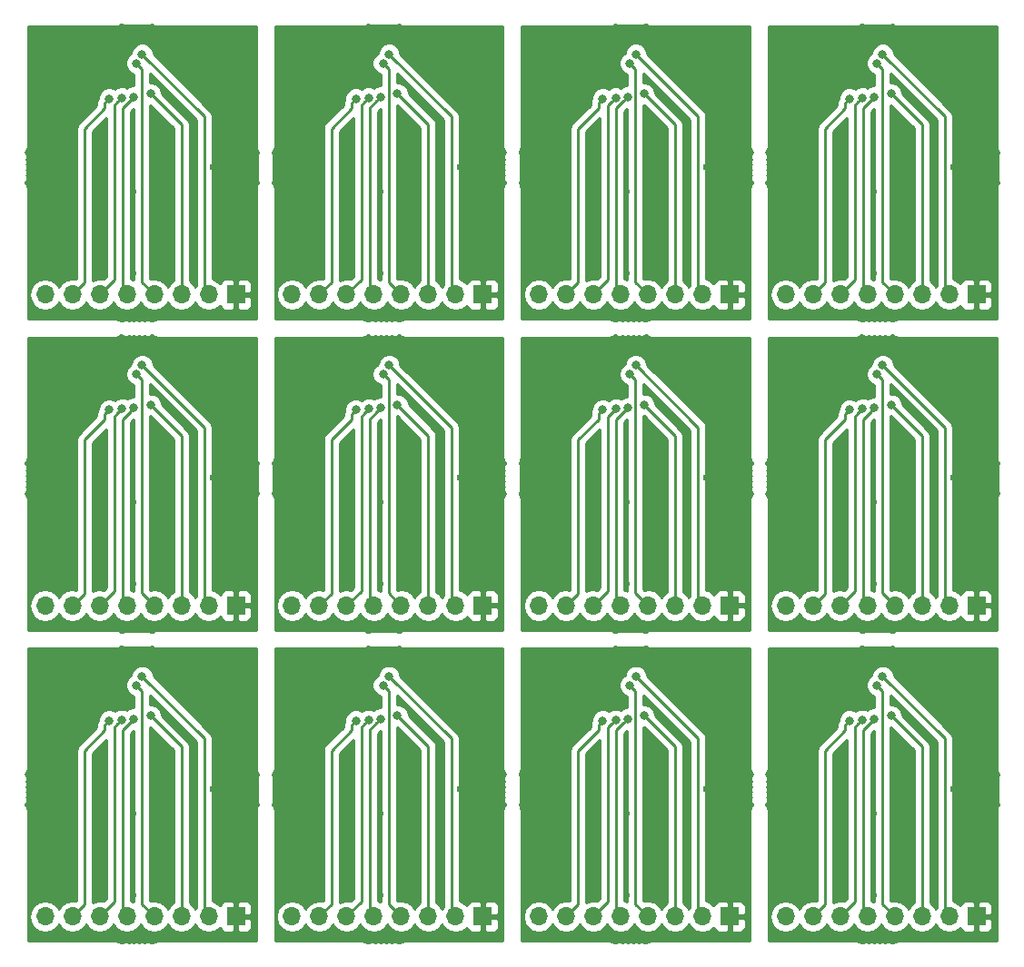
<source format=gbl>
G04 #@! TF.GenerationSoftware,KiCad,Pcbnew,no-vcs-found-91ed3e2~59~ubuntu16.04.1*
G04 #@! TF.CreationDate,2017-12-14T12:11:24+01:00*
G04 #@! TF.ProjectId,ESP32-epaper-adapter-pan,45535033322D6570617065722D616461,rev?*
G04 #@! TF.SameCoordinates,Original*
G04 #@! TF.FileFunction,Copper,L2,Bot,Signal*
G04 #@! TF.FilePolarity,Positive*
%FSLAX46Y46*%
G04 Gerber Fmt 4.6, Leading zero omitted, Abs format (unit mm)*
G04 Created by KiCad (PCBNEW no-vcs-found-91ed3e2~59~ubuntu16.04.1) date Thu Dec 14 12:11:24 2017*
%MOMM*%
%LPD*%
G01*
G04 APERTURE LIST*
%ADD10R,1.700000X1.700000*%
%ADD11O,1.700000X1.700000*%
%ADD12C,0.600000*%
%ADD13C,0.800000*%
%ADD14C,0.250000*%
%ADD15C,0.254000*%
G04 APERTURE END LIST*
D10*
X89236000Y-177894000D03*
D11*
X86696000Y-177894000D03*
X84156000Y-177894000D03*
X81616000Y-177894000D03*
X79076000Y-177894000D03*
X76536000Y-177894000D03*
X73996000Y-177894000D03*
X71456000Y-177894000D03*
D12*
X79684000Y-175870000D03*
X76636000Y-172314000D03*
X70440000Y-158590000D03*
X90860000Y-171044000D03*
X89590000Y-158852000D03*
X78414000Y-155804000D03*
X85172000Y-172052000D03*
X76636000Y-175870000D03*
X73334000Y-159614000D03*
X90860000Y-173330000D03*
X82478000Y-165964000D03*
X87050000Y-165964000D03*
X81716000Y-153518000D03*
X73588000Y-153518000D03*
X87050000Y-153518000D03*
X84002000Y-155296000D03*
X79684000Y-168250000D03*
X73842000Y-169012000D03*
X96842000Y-169012000D03*
X102684000Y-168250000D03*
X107002000Y-155296000D03*
X110050000Y-153518000D03*
X96588000Y-153518000D03*
X104716000Y-153518000D03*
X110050000Y-165964000D03*
X105478000Y-165964000D03*
X113860000Y-173330000D03*
X96334000Y-159614000D03*
X99636000Y-175870000D03*
X108172000Y-172052000D03*
X101414000Y-155804000D03*
X112590000Y-158852000D03*
X113860000Y-171044000D03*
X93440000Y-158590000D03*
X99636000Y-172314000D03*
X102684000Y-175870000D03*
D11*
X94456000Y-177894000D03*
X96996000Y-177894000D03*
X99536000Y-177894000D03*
X102076000Y-177894000D03*
X104616000Y-177894000D03*
X107156000Y-177894000D03*
X109696000Y-177894000D03*
D10*
X112236000Y-177894000D03*
X66236000Y-177894000D03*
D11*
X63696000Y-177894000D03*
X61156000Y-177894000D03*
X58616000Y-177894000D03*
X56076000Y-177894000D03*
X53536000Y-177894000D03*
X50996000Y-177894000D03*
X48456000Y-177894000D03*
D12*
X56684000Y-175870000D03*
X53636000Y-172314000D03*
X47440000Y-158590000D03*
X67860000Y-171044000D03*
X66590000Y-158852000D03*
X55414000Y-155804000D03*
X62172000Y-172052000D03*
X53636000Y-175870000D03*
X50334000Y-159614000D03*
X67860000Y-173330000D03*
X59478000Y-165964000D03*
X64050000Y-165964000D03*
X58716000Y-153518000D03*
X50588000Y-153518000D03*
X64050000Y-153518000D03*
X61002000Y-155296000D03*
X56684000Y-168250000D03*
X50842000Y-169012000D03*
X27842000Y-169012000D03*
X33684000Y-168250000D03*
X38002000Y-155296000D03*
X41050000Y-153518000D03*
X27588000Y-153518000D03*
X35716000Y-153518000D03*
X41050000Y-165964000D03*
X36478000Y-165964000D03*
X44860000Y-173330000D03*
X27334000Y-159614000D03*
X30636000Y-175870000D03*
X39172000Y-172052000D03*
X32414000Y-155804000D03*
X43590000Y-158852000D03*
X44860000Y-171044000D03*
X24440000Y-158590000D03*
X30636000Y-172314000D03*
X33684000Y-175870000D03*
D11*
X25456000Y-177894000D03*
X27996000Y-177894000D03*
X30536000Y-177894000D03*
X33076000Y-177894000D03*
X35616000Y-177894000D03*
X38156000Y-177894000D03*
X40696000Y-177894000D03*
D10*
X43236000Y-177894000D03*
X89236000Y-148894000D03*
D11*
X86696000Y-148894000D03*
X84156000Y-148894000D03*
X81616000Y-148894000D03*
X79076000Y-148894000D03*
X76536000Y-148894000D03*
X73996000Y-148894000D03*
X71456000Y-148894000D03*
D12*
X79684000Y-146870000D03*
X76636000Y-143314000D03*
X70440000Y-129590000D03*
X90860000Y-142044000D03*
X89590000Y-129852000D03*
X78414000Y-126804000D03*
X85172000Y-143052000D03*
X76636000Y-146870000D03*
X73334000Y-130614000D03*
X90860000Y-144330000D03*
X82478000Y-136964000D03*
X87050000Y-136964000D03*
X81716000Y-124518000D03*
X73588000Y-124518000D03*
X87050000Y-124518000D03*
X84002000Y-126296000D03*
X79684000Y-139250000D03*
X73842000Y-140012000D03*
X96842000Y-140012000D03*
X102684000Y-139250000D03*
X107002000Y-126296000D03*
X110050000Y-124518000D03*
X96588000Y-124518000D03*
X104716000Y-124518000D03*
X110050000Y-136964000D03*
X105478000Y-136964000D03*
X113860000Y-144330000D03*
X96334000Y-130614000D03*
X99636000Y-146870000D03*
X108172000Y-143052000D03*
X101414000Y-126804000D03*
X112590000Y-129852000D03*
X113860000Y-142044000D03*
X93440000Y-129590000D03*
X99636000Y-143314000D03*
X102684000Y-146870000D03*
D11*
X94456000Y-148894000D03*
X96996000Y-148894000D03*
X99536000Y-148894000D03*
X102076000Y-148894000D03*
X104616000Y-148894000D03*
X107156000Y-148894000D03*
X109696000Y-148894000D03*
D10*
X112236000Y-148894000D03*
X66236000Y-148894000D03*
D11*
X63696000Y-148894000D03*
X61156000Y-148894000D03*
X58616000Y-148894000D03*
X56076000Y-148894000D03*
X53536000Y-148894000D03*
X50996000Y-148894000D03*
X48456000Y-148894000D03*
D12*
X56684000Y-146870000D03*
X53636000Y-143314000D03*
X47440000Y-129590000D03*
X67860000Y-142044000D03*
X66590000Y-129852000D03*
X55414000Y-126804000D03*
X62172000Y-143052000D03*
X53636000Y-146870000D03*
X50334000Y-130614000D03*
X67860000Y-144330000D03*
X59478000Y-136964000D03*
X64050000Y-136964000D03*
X58716000Y-124518000D03*
X50588000Y-124518000D03*
X64050000Y-124518000D03*
X61002000Y-126296000D03*
X56684000Y-139250000D03*
X50842000Y-140012000D03*
X27842000Y-140012000D03*
X33684000Y-139250000D03*
X38002000Y-126296000D03*
X41050000Y-124518000D03*
X27588000Y-124518000D03*
X35716000Y-124518000D03*
X41050000Y-136964000D03*
X36478000Y-136964000D03*
X44860000Y-144330000D03*
X27334000Y-130614000D03*
X30636000Y-146870000D03*
X39172000Y-143052000D03*
X32414000Y-126804000D03*
X43590000Y-129852000D03*
X44860000Y-142044000D03*
X24440000Y-129590000D03*
X30636000Y-143314000D03*
X33684000Y-146870000D03*
D11*
X25456000Y-148894000D03*
X27996000Y-148894000D03*
X30536000Y-148894000D03*
X33076000Y-148894000D03*
X35616000Y-148894000D03*
X38156000Y-148894000D03*
X40696000Y-148894000D03*
D10*
X43236000Y-148894000D03*
X89236000Y-119894000D03*
D11*
X86696000Y-119894000D03*
X84156000Y-119894000D03*
X81616000Y-119894000D03*
X79076000Y-119894000D03*
X76536000Y-119894000D03*
X73996000Y-119894000D03*
X71456000Y-119894000D03*
D12*
X79684000Y-117870000D03*
X76636000Y-114314000D03*
X70440000Y-100590000D03*
X90860000Y-113044000D03*
X89590000Y-100852000D03*
X78414000Y-97804000D03*
X85172000Y-114052000D03*
X76636000Y-117870000D03*
X73334000Y-101614000D03*
X90860000Y-115330000D03*
X82478000Y-107964000D03*
X87050000Y-107964000D03*
X81716000Y-95518000D03*
X73588000Y-95518000D03*
X87050000Y-95518000D03*
X84002000Y-97296000D03*
X79684000Y-110250000D03*
X73842000Y-111012000D03*
X96842000Y-111012000D03*
X102684000Y-110250000D03*
X107002000Y-97296000D03*
X110050000Y-95518000D03*
X96588000Y-95518000D03*
X104716000Y-95518000D03*
X110050000Y-107964000D03*
X105478000Y-107964000D03*
X113860000Y-115330000D03*
X96334000Y-101614000D03*
X99636000Y-117870000D03*
X108172000Y-114052000D03*
X101414000Y-97804000D03*
X112590000Y-100852000D03*
X113860000Y-113044000D03*
X93440000Y-100590000D03*
X99636000Y-114314000D03*
X102684000Y-117870000D03*
D11*
X94456000Y-119894000D03*
X96996000Y-119894000D03*
X99536000Y-119894000D03*
X102076000Y-119894000D03*
X104616000Y-119894000D03*
X107156000Y-119894000D03*
X109696000Y-119894000D03*
D10*
X112236000Y-119894000D03*
X66236000Y-119894000D03*
D11*
X63696000Y-119894000D03*
X61156000Y-119894000D03*
X58616000Y-119894000D03*
X56076000Y-119894000D03*
X53536000Y-119894000D03*
X50996000Y-119894000D03*
X48456000Y-119894000D03*
D12*
X56684000Y-117870000D03*
X53636000Y-114314000D03*
X47440000Y-100590000D03*
X67860000Y-113044000D03*
X66590000Y-100852000D03*
X55414000Y-97804000D03*
X62172000Y-114052000D03*
X53636000Y-117870000D03*
X50334000Y-101614000D03*
X67860000Y-115330000D03*
X59478000Y-107964000D03*
X64050000Y-107964000D03*
X58716000Y-95518000D03*
X50588000Y-95518000D03*
X64050000Y-95518000D03*
X61002000Y-97296000D03*
X56684000Y-110250000D03*
X50842000Y-111012000D03*
X27842000Y-111012000D03*
X33684000Y-110250000D03*
X38002000Y-97296000D03*
X41050000Y-95518000D03*
X27588000Y-95518000D03*
X35716000Y-95518000D03*
X41050000Y-107964000D03*
X36478000Y-107964000D03*
X44860000Y-115330000D03*
X27334000Y-101614000D03*
X30636000Y-117870000D03*
X39172000Y-114052000D03*
X32414000Y-97804000D03*
X43590000Y-100852000D03*
X44860000Y-113044000D03*
X24440000Y-100590000D03*
X30636000Y-114314000D03*
X33684000Y-117870000D03*
D11*
X25456000Y-119894000D03*
X27996000Y-119894000D03*
X30536000Y-119894000D03*
X33076000Y-119894000D03*
X35616000Y-119894000D03*
X38156000Y-119894000D03*
X40696000Y-119894000D03*
D10*
X43236000Y-119894000D03*
D13*
X77398000Y-159614000D03*
X100398000Y-159614000D03*
X54398000Y-159614000D03*
X31398000Y-159614000D03*
X77398000Y-130614000D03*
X100398000Y-130614000D03*
X54398000Y-130614000D03*
X31398000Y-130614000D03*
X77398000Y-101614000D03*
X100398000Y-101614000D03*
X54398000Y-101614000D03*
X31398000Y-101614000D03*
X78607889Y-159542771D03*
X101607889Y-159542771D03*
X55607889Y-159542771D03*
X32607889Y-159542771D03*
X78607889Y-130542771D03*
X101607889Y-130542771D03*
X55607889Y-130542771D03*
X32607889Y-130542771D03*
X78607889Y-101542771D03*
X101607889Y-101542771D03*
X55607889Y-101542771D03*
X32607889Y-101542771D03*
X79720990Y-159454990D03*
X102720990Y-159454990D03*
X56720990Y-159454990D03*
X33720990Y-159454990D03*
X79720990Y-130454990D03*
X102720990Y-130454990D03*
X56720990Y-130454990D03*
X33720990Y-130454990D03*
X79720990Y-101454990D03*
X102720990Y-101454990D03*
X56720990Y-101454990D03*
X33720990Y-101454990D03*
X79938000Y-156312000D03*
X102938000Y-156312000D03*
X56938000Y-156312000D03*
X33938000Y-156312000D03*
X79938000Y-127312000D03*
X102938000Y-127312000D03*
X56938000Y-127312000D03*
X33938000Y-127312000D03*
X79938000Y-98312000D03*
X102938000Y-98312000D03*
X56938000Y-98312000D03*
X33938000Y-98312000D03*
X81271537Y-159169537D03*
X104271537Y-159169537D03*
X58271537Y-159169537D03*
X35271537Y-159169537D03*
X81271537Y-130169537D03*
X104271537Y-130169537D03*
X58271537Y-130169537D03*
X35271537Y-130169537D03*
X81271537Y-101169537D03*
X104271537Y-101169537D03*
X58271537Y-101169537D03*
X35271537Y-101169537D03*
X80492701Y-155479949D03*
X103492701Y-155479949D03*
X57492701Y-155479949D03*
X34492701Y-155479949D03*
X80492701Y-126479949D03*
X103492701Y-126479949D03*
X57492701Y-126479949D03*
X34492701Y-126479949D03*
X80492701Y-97479949D03*
X103492701Y-97479949D03*
X57492701Y-97479949D03*
X34492701Y-97479949D03*
D14*
X75112000Y-176778000D02*
X73996000Y-177894000D01*
X75112000Y-162408000D02*
X75112000Y-176778000D01*
X76998001Y-160521999D02*
X75112000Y-162408000D01*
X76998001Y-160013999D02*
X76998001Y-160521999D01*
X77398000Y-159614000D02*
X76998001Y-160013999D01*
X100398000Y-159614000D02*
X99998001Y-160013999D01*
X99998001Y-160013999D02*
X99998001Y-160521999D01*
X99998001Y-160521999D02*
X98112000Y-162408000D01*
X98112000Y-162408000D02*
X98112000Y-176778000D01*
X98112000Y-176778000D02*
X96996000Y-177894000D01*
X52112000Y-176778000D02*
X50996000Y-177894000D01*
X52112000Y-162408000D02*
X52112000Y-176778000D01*
X53998001Y-160521999D02*
X52112000Y-162408000D01*
X53998001Y-160013999D02*
X53998001Y-160521999D01*
X54398000Y-159614000D02*
X53998001Y-160013999D01*
X31398000Y-159614000D02*
X30998001Y-160013999D01*
X30998001Y-160013999D02*
X30998001Y-160521999D01*
X30998001Y-160521999D02*
X29112000Y-162408000D01*
X29112000Y-162408000D02*
X29112000Y-176778000D01*
X29112000Y-176778000D02*
X27996000Y-177894000D01*
X75112000Y-147778000D02*
X73996000Y-148894000D01*
X75112000Y-133408000D02*
X75112000Y-147778000D01*
X76998001Y-131521999D02*
X75112000Y-133408000D01*
X76998001Y-131013999D02*
X76998001Y-131521999D01*
X77398000Y-130614000D02*
X76998001Y-131013999D01*
X100398000Y-130614000D02*
X99998001Y-131013999D01*
X99998001Y-131013999D02*
X99998001Y-131521999D01*
X99998001Y-131521999D02*
X98112000Y-133408000D01*
X98112000Y-133408000D02*
X98112000Y-147778000D01*
X98112000Y-147778000D02*
X96996000Y-148894000D01*
X52112000Y-147778000D02*
X50996000Y-148894000D01*
X52112000Y-133408000D02*
X52112000Y-147778000D01*
X53998001Y-131521999D02*
X52112000Y-133408000D01*
X53998001Y-131013999D02*
X53998001Y-131521999D01*
X54398000Y-130614000D02*
X53998001Y-131013999D01*
X31398000Y-130614000D02*
X30998001Y-131013999D01*
X30998001Y-131013999D02*
X30998001Y-131521999D01*
X30998001Y-131521999D02*
X29112000Y-133408000D01*
X29112000Y-133408000D02*
X29112000Y-147778000D01*
X29112000Y-147778000D02*
X27996000Y-148894000D01*
X75112000Y-118778000D02*
X73996000Y-119894000D01*
X75112000Y-104408000D02*
X75112000Y-118778000D01*
X76998001Y-102521999D02*
X75112000Y-104408000D01*
X76998001Y-102013999D02*
X76998001Y-102521999D01*
X77398000Y-101614000D02*
X76998001Y-102013999D01*
X100398000Y-101614000D02*
X99998001Y-102013999D01*
X99998001Y-102013999D02*
X99998001Y-102521999D01*
X99998001Y-102521999D02*
X98112000Y-104408000D01*
X98112000Y-104408000D02*
X98112000Y-118778000D01*
X98112000Y-118778000D02*
X96996000Y-119894000D01*
X52112000Y-118778000D02*
X50996000Y-119894000D01*
X52112000Y-104408000D02*
X52112000Y-118778000D01*
X53998001Y-102521999D02*
X52112000Y-104408000D01*
X53998001Y-102013999D02*
X53998001Y-102521999D01*
X54398000Y-101614000D02*
X53998001Y-102013999D01*
X31398000Y-101614000D02*
X30998001Y-102013999D01*
X30998001Y-102013999D02*
X30998001Y-102521999D01*
X30998001Y-102521999D02*
X29112000Y-104408000D01*
X29112000Y-104408000D02*
X29112000Y-118778000D01*
X29112000Y-118778000D02*
X27996000Y-119894000D01*
X78207890Y-159942770D02*
X78607889Y-159542771D01*
X76536000Y-177894000D02*
X77906000Y-176524000D01*
X77906000Y-176524000D02*
X77906000Y-160244660D01*
X77906000Y-160244660D02*
X78207890Y-159942770D01*
X100906000Y-160244660D02*
X101207890Y-159942770D01*
X100906000Y-176524000D02*
X100906000Y-160244660D01*
X99536000Y-177894000D02*
X100906000Y-176524000D01*
X101207890Y-159942770D02*
X101607889Y-159542771D01*
X55207890Y-159942770D02*
X55607889Y-159542771D01*
X53536000Y-177894000D02*
X54906000Y-176524000D01*
X54906000Y-176524000D02*
X54906000Y-160244660D01*
X54906000Y-160244660D02*
X55207890Y-159942770D01*
X31906000Y-160244660D02*
X32207890Y-159942770D01*
X31906000Y-176524000D02*
X31906000Y-160244660D01*
X30536000Y-177894000D02*
X31906000Y-176524000D01*
X32207890Y-159942770D02*
X32607889Y-159542771D01*
X78207890Y-130942770D02*
X78607889Y-130542771D01*
X76536000Y-148894000D02*
X77906000Y-147524000D01*
X77906000Y-147524000D02*
X77906000Y-131244660D01*
X77906000Y-131244660D02*
X78207890Y-130942770D01*
X100906000Y-131244660D02*
X101207890Y-130942770D01*
X100906000Y-147524000D02*
X100906000Y-131244660D01*
X99536000Y-148894000D02*
X100906000Y-147524000D01*
X101207890Y-130942770D02*
X101607889Y-130542771D01*
X55207890Y-130942770D02*
X55607889Y-130542771D01*
X53536000Y-148894000D02*
X54906000Y-147524000D01*
X54906000Y-147524000D02*
X54906000Y-131244660D01*
X54906000Y-131244660D02*
X55207890Y-130942770D01*
X31906000Y-131244660D02*
X32207890Y-130942770D01*
X31906000Y-147524000D02*
X31906000Y-131244660D01*
X30536000Y-148894000D02*
X31906000Y-147524000D01*
X32207890Y-130942770D02*
X32607889Y-130542771D01*
X78207890Y-101942770D02*
X78607889Y-101542771D01*
X76536000Y-119894000D02*
X77906000Y-118524000D01*
X77906000Y-118524000D02*
X77906000Y-102244660D01*
X77906000Y-102244660D02*
X78207890Y-101942770D01*
X100906000Y-102244660D02*
X101207890Y-101942770D01*
X100906000Y-118524000D02*
X100906000Y-102244660D01*
X99536000Y-119894000D02*
X100906000Y-118524000D01*
X101207890Y-101942770D02*
X101607889Y-101542771D01*
X55207890Y-101942770D02*
X55607889Y-101542771D01*
X53536000Y-119894000D02*
X54906000Y-118524000D01*
X54906000Y-118524000D02*
X54906000Y-102244660D01*
X54906000Y-102244660D02*
X55207890Y-101942770D01*
X31906000Y-102244660D02*
X32207890Y-101942770D01*
X31906000Y-118524000D02*
X31906000Y-102244660D01*
X30536000Y-119894000D02*
X31906000Y-118524000D01*
X32207890Y-101942770D02*
X32607889Y-101542771D01*
X79076000Y-177894000D02*
X78668000Y-177486000D01*
X79320991Y-159854989D02*
X79720990Y-159454990D01*
X78668000Y-177486000D02*
X78668000Y-160507980D01*
X78668000Y-160507980D02*
X79320991Y-159854989D01*
X101668000Y-160507980D02*
X102320991Y-159854989D01*
X101668000Y-177486000D02*
X101668000Y-160507980D01*
X102320991Y-159854989D02*
X102720990Y-159454990D01*
X102076000Y-177894000D02*
X101668000Y-177486000D01*
X56076000Y-177894000D02*
X55668000Y-177486000D01*
X56320991Y-159854989D02*
X56720990Y-159454990D01*
X55668000Y-177486000D02*
X55668000Y-160507980D01*
X55668000Y-160507980D02*
X56320991Y-159854989D01*
X32668000Y-160507980D02*
X33320991Y-159854989D01*
X32668000Y-177486000D02*
X32668000Y-160507980D01*
X33320991Y-159854989D02*
X33720990Y-159454990D01*
X33076000Y-177894000D02*
X32668000Y-177486000D01*
X79076000Y-148894000D02*
X78668000Y-148486000D01*
X79320991Y-130854989D02*
X79720990Y-130454990D01*
X78668000Y-148486000D02*
X78668000Y-131507980D01*
X78668000Y-131507980D02*
X79320991Y-130854989D01*
X101668000Y-131507980D02*
X102320991Y-130854989D01*
X101668000Y-148486000D02*
X101668000Y-131507980D01*
X102320991Y-130854989D02*
X102720990Y-130454990D01*
X102076000Y-148894000D02*
X101668000Y-148486000D01*
X56076000Y-148894000D02*
X55668000Y-148486000D01*
X56320991Y-130854989D02*
X56720990Y-130454990D01*
X55668000Y-148486000D02*
X55668000Y-131507980D01*
X55668000Y-131507980D02*
X56320991Y-130854989D01*
X32668000Y-131507980D02*
X33320991Y-130854989D01*
X32668000Y-148486000D02*
X32668000Y-131507980D01*
X33320991Y-130854989D02*
X33720990Y-130454990D01*
X33076000Y-148894000D02*
X32668000Y-148486000D01*
X79076000Y-119894000D02*
X78668000Y-119486000D01*
X79320991Y-101854989D02*
X79720990Y-101454990D01*
X78668000Y-119486000D02*
X78668000Y-102507980D01*
X78668000Y-102507980D02*
X79320991Y-101854989D01*
X101668000Y-102507980D02*
X102320991Y-101854989D01*
X101668000Y-119486000D02*
X101668000Y-102507980D01*
X102320991Y-101854989D02*
X102720990Y-101454990D01*
X102076000Y-119894000D02*
X101668000Y-119486000D01*
X56076000Y-119894000D02*
X55668000Y-119486000D01*
X56320991Y-101854989D02*
X56720990Y-101454990D01*
X55668000Y-119486000D02*
X55668000Y-102507980D01*
X55668000Y-102507980D02*
X56320991Y-101854989D01*
X32668000Y-102507980D02*
X33320991Y-101854989D01*
X32668000Y-119486000D02*
X32668000Y-102507980D01*
X33320991Y-101854989D02*
X33720990Y-101454990D01*
X33076000Y-119894000D02*
X32668000Y-119486000D01*
X80446000Y-176724000D02*
X81616000Y-177894000D01*
X80446000Y-156820000D02*
X80446000Y-176724000D01*
X79938000Y-156312000D02*
X80446000Y-156820000D01*
X102938000Y-156312000D02*
X103446000Y-156820000D01*
X103446000Y-156820000D02*
X103446000Y-176724000D01*
X103446000Y-176724000D02*
X104616000Y-177894000D01*
X57446000Y-176724000D02*
X58616000Y-177894000D01*
X57446000Y-156820000D02*
X57446000Y-176724000D01*
X56938000Y-156312000D02*
X57446000Y-156820000D01*
X33938000Y-156312000D02*
X34446000Y-156820000D01*
X34446000Y-156820000D02*
X34446000Y-176724000D01*
X34446000Y-176724000D02*
X35616000Y-177894000D01*
X80446000Y-147724000D02*
X81616000Y-148894000D01*
X80446000Y-127820000D02*
X80446000Y-147724000D01*
X79938000Y-127312000D02*
X80446000Y-127820000D01*
X102938000Y-127312000D02*
X103446000Y-127820000D01*
X103446000Y-127820000D02*
X103446000Y-147724000D01*
X103446000Y-147724000D02*
X104616000Y-148894000D01*
X57446000Y-147724000D02*
X58616000Y-148894000D01*
X57446000Y-127820000D02*
X57446000Y-147724000D01*
X56938000Y-127312000D02*
X57446000Y-127820000D01*
X33938000Y-127312000D02*
X34446000Y-127820000D01*
X34446000Y-127820000D02*
X34446000Y-147724000D01*
X34446000Y-147724000D02*
X35616000Y-148894000D01*
X80446000Y-118724000D02*
X81616000Y-119894000D01*
X80446000Y-98820000D02*
X80446000Y-118724000D01*
X79938000Y-98312000D02*
X80446000Y-98820000D01*
X102938000Y-98312000D02*
X103446000Y-98820000D01*
X103446000Y-98820000D02*
X103446000Y-118724000D01*
X103446000Y-118724000D02*
X104616000Y-119894000D01*
X57446000Y-118724000D02*
X58616000Y-119894000D01*
X57446000Y-98820000D02*
X57446000Y-118724000D01*
X56938000Y-98312000D02*
X57446000Y-98820000D01*
X33938000Y-98312000D02*
X34446000Y-98820000D01*
X34446000Y-98820000D02*
X34446000Y-118724000D01*
X34446000Y-118724000D02*
X35616000Y-119894000D01*
X84156000Y-162054000D02*
X84156000Y-177894000D01*
X81271537Y-159169537D02*
X84156000Y-162054000D01*
X104271537Y-159169537D02*
X107156000Y-162054000D01*
X107156000Y-162054000D02*
X107156000Y-177894000D01*
X61156000Y-162054000D02*
X61156000Y-177894000D01*
X58271537Y-159169537D02*
X61156000Y-162054000D01*
X35271537Y-159169537D02*
X38156000Y-162054000D01*
X38156000Y-162054000D02*
X38156000Y-177894000D01*
X84156000Y-133054000D02*
X84156000Y-148894000D01*
X81271537Y-130169537D02*
X84156000Y-133054000D01*
X104271537Y-130169537D02*
X107156000Y-133054000D01*
X107156000Y-133054000D02*
X107156000Y-148894000D01*
X61156000Y-133054000D02*
X61156000Y-148894000D01*
X58271537Y-130169537D02*
X61156000Y-133054000D01*
X35271537Y-130169537D02*
X38156000Y-133054000D01*
X38156000Y-133054000D02*
X38156000Y-148894000D01*
X84156000Y-104054000D02*
X84156000Y-119894000D01*
X81271537Y-101169537D02*
X84156000Y-104054000D01*
X104271537Y-101169537D02*
X107156000Y-104054000D01*
X107156000Y-104054000D02*
X107156000Y-119894000D01*
X61156000Y-104054000D02*
X61156000Y-119894000D01*
X58271537Y-101169537D02*
X61156000Y-104054000D01*
X35271537Y-101169537D02*
X38156000Y-104054000D01*
X38156000Y-104054000D02*
X38156000Y-119894000D01*
X86288000Y-177486000D02*
X86696000Y-177894000D01*
X86288000Y-161275248D02*
X86288000Y-177486000D01*
X80492701Y-155479949D02*
X86288000Y-161275248D01*
X103492701Y-155479949D02*
X109288000Y-161275248D01*
X109288000Y-161275248D02*
X109288000Y-177486000D01*
X109288000Y-177486000D02*
X109696000Y-177894000D01*
X63288000Y-177486000D02*
X63696000Y-177894000D01*
X63288000Y-161275248D02*
X63288000Y-177486000D01*
X57492701Y-155479949D02*
X63288000Y-161275248D01*
X34492701Y-155479949D02*
X40288000Y-161275248D01*
X40288000Y-161275248D02*
X40288000Y-177486000D01*
X40288000Y-177486000D02*
X40696000Y-177894000D01*
X86288000Y-148486000D02*
X86696000Y-148894000D01*
X86288000Y-132275248D02*
X86288000Y-148486000D01*
X80492701Y-126479949D02*
X86288000Y-132275248D01*
X103492701Y-126479949D02*
X109288000Y-132275248D01*
X109288000Y-132275248D02*
X109288000Y-148486000D01*
X109288000Y-148486000D02*
X109696000Y-148894000D01*
X63288000Y-148486000D02*
X63696000Y-148894000D01*
X63288000Y-132275248D02*
X63288000Y-148486000D01*
X57492701Y-126479949D02*
X63288000Y-132275248D01*
X34492701Y-126479949D02*
X40288000Y-132275248D01*
X40288000Y-132275248D02*
X40288000Y-148486000D01*
X40288000Y-148486000D02*
X40696000Y-148894000D01*
X86288000Y-119486000D02*
X86696000Y-119894000D01*
X86288000Y-103275248D02*
X86288000Y-119486000D01*
X80492701Y-97479949D02*
X86288000Y-103275248D01*
X103492701Y-97479949D02*
X109288000Y-103275248D01*
X109288000Y-103275248D02*
X109288000Y-119486000D01*
X109288000Y-119486000D02*
X109696000Y-119894000D01*
X63288000Y-119486000D02*
X63696000Y-119894000D01*
X63288000Y-103275248D02*
X63288000Y-119486000D01*
X57492701Y-97479949D02*
X63288000Y-103275248D01*
X34492701Y-97479949D02*
X40288000Y-103275248D01*
X40288000Y-103275248D02*
X40288000Y-119486000D01*
X40288000Y-119486000D02*
X40696000Y-119894000D01*
D15*
G36*
X78819169Y-94814863D02*
X79131461Y-94815136D01*
X79225876Y-94776125D01*
X79319169Y-94814863D01*
X79631461Y-94815136D01*
X79725876Y-94776125D01*
X79819169Y-94814863D01*
X80131461Y-94815136D01*
X80225876Y-94776125D01*
X80319169Y-94814863D01*
X80631461Y-94815136D01*
X80725876Y-94776125D01*
X80819169Y-94814863D01*
X81131461Y-94815136D01*
X81413982Y-94698401D01*
X81637325Y-94847633D01*
X81976000Y-94915000D01*
X91091000Y-94915000D01*
X91091000Y-106030000D01*
X91158367Y-106368675D01*
X91307773Y-106592278D01*
X91191137Y-106873169D01*
X91190864Y-107185461D01*
X91229875Y-107279876D01*
X91191137Y-107373169D01*
X91190864Y-107685461D01*
X91229875Y-107779876D01*
X91191137Y-107873169D01*
X91190864Y-108185461D01*
X91229875Y-108279876D01*
X91191137Y-108373169D01*
X91190864Y-108685461D01*
X91229875Y-108779876D01*
X91191137Y-108873169D01*
X91190864Y-109185461D01*
X91307599Y-109467982D01*
X91158367Y-109691325D01*
X91091000Y-110030000D01*
X91091000Y-122145000D01*
X81976000Y-122145000D01*
X81637325Y-122212367D01*
X81476240Y-122320000D01*
X81313122Y-122320000D01*
X81132831Y-122245137D01*
X80820539Y-122244864D01*
X80726124Y-122283875D01*
X80632831Y-122245137D01*
X80320539Y-122244864D01*
X80226124Y-122283875D01*
X80132831Y-122245137D01*
X79820539Y-122244864D01*
X79726124Y-122283875D01*
X79632831Y-122245137D01*
X79320539Y-122244864D01*
X79226124Y-122283875D01*
X79132831Y-122245137D01*
X78820539Y-122244864D01*
X78638695Y-122320000D01*
X78475760Y-122320000D01*
X78314675Y-122212367D01*
X77976000Y-122145000D01*
X69861000Y-122145000D01*
X69861000Y-119864907D01*
X69971000Y-119864907D01*
X69971000Y-119923093D01*
X70084039Y-120491378D01*
X70405946Y-120973147D01*
X70887715Y-121295054D01*
X71456000Y-121408093D01*
X72024285Y-121295054D01*
X72506054Y-120973147D01*
X72726000Y-120643974D01*
X72945946Y-120973147D01*
X73427715Y-121295054D01*
X73996000Y-121408093D01*
X74564285Y-121295054D01*
X75046054Y-120973147D01*
X75266000Y-120643974D01*
X75485946Y-120973147D01*
X75967715Y-121295054D01*
X76536000Y-121408093D01*
X77104285Y-121295054D01*
X77586054Y-120973147D01*
X77806000Y-120643974D01*
X78025946Y-120973147D01*
X78507715Y-121295054D01*
X79076000Y-121408093D01*
X79644285Y-121295054D01*
X80126054Y-120973147D01*
X80346000Y-120643974D01*
X80565946Y-120973147D01*
X81047715Y-121295054D01*
X81616000Y-121408093D01*
X82184285Y-121295054D01*
X82666054Y-120973147D01*
X82886000Y-120643974D01*
X83105946Y-120973147D01*
X83587715Y-121295054D01*
X84156000Y-121408093D01*
X84724285Y-121295054D01*
X85206054Y-120973147D01*
X85426000Y-120643974D01*
X85645946Y-120973147D01*
X86127715Y-121295054D01*
X86696000Y-121408093D01*
X87264285Y-121295054D01*
X87746054Y-120973147D01*
X87775403Y-120929223D01*
X87847673Y-121103698D01*
X88026301Y-121282327D01*
X88259690Y-121379000D01*
X88950250Y-121379000D01*
X89109000Y-121220250D01*
X89109000Y-120021000D01*
X89363000Y-120021000D01*
X89363000Y-121220250D01*
X89521750Y-121379000D01*
X90212310Y-121379000D01*
X90445699Y-121282327D01*
X90624327Y-121103698D01*
X90721000Y-120870309D01*
X90721000Y-120179750D01*
X90562250Y-120021000D01*
X89363000Y-120021000D01*
X89109000Y-120021000D01*
X89089000Y-120021000D01*
X89089000Y-119767000D01*
X89109000Y-119767000D01*
X89109000Y-118567750D01*
X89363000Y-118567750D01*
X89363000Y-119767000D01*
X90562250Y-119767000D01*
X90721000Y-119608250D01*
X90721000Y-118917691D01*
X90624327Y-118684302D01*
X90445699Y-118505673D01*
X90212310Y-118409000D01*
X89521750Y-118409000D01*
X89363000Y-118567750D01*
X89109000Y-118567750D01*
X88950250Y-118409000D01*
X88259690Y-118409000D01*
X88026301Y-118505673D01*
X87847673Y-118684302D01*
X87775403Y-118858777D01*
X87746054Y-118814853D01*
X87264285Y-118492946D01*
X87048000Y-118449924D01*
X87048000Y-103275248D01*
X86990148Y-102984409D01*
X86990148Y-102984408D01*
X86825401Y-102737847D01*
X81527736Y-97440182D01*
X81527880Y-97274978D01*
X81370643Y-96894434D01*
X81079747Y-96603030D01*
X80699478Y-96445129D01*
X80287730Y-96444770D01*
X79907186Y-96602007D01*
X79615782Y-96892903D01*
X79457881Y-97273172D01*
X79457779Y-97390552D01*
X79352485Y-97434058D01*
X79061081Y-97724954D01*
X78903180Y-98105223D01*
X78902821Y-98516971D01*
X79060058Y-98897515D01*
X79350954Y-99188919D01*
X79686000Y-99328042D01*
X79686000Y-100419959D01*
X79516019Y-100419811D01*
X79135475Y-100577048D01*
X79090116Y-100622328D01*
X78814666Y-100507951D01*
X78402918Y-100507592D01*
X78022374Y-100664829D01*
X77960292Y-100726802D01*
X77604777Y-100579180D01*
X77193029Y-100578821D01*
X76812485Y-100736058D01*
X76521081Y-101026954D01*
X76363180Y-101407223D01*
X76362992Y-101622679D01*
X76295853Y-101723160D01*
X76238001Y-102013999D01*
X76238001Y-102207197D01*
X74574599Y-103870599D01*
X74409852Y-104117161D01*
X74352000Y-104408000D01*
X74352000Y-118450720D01*
X73996000Y-118379907D01*
X73427715Y-118492946D01*
X72945946Y-118814853D01*
X72726000Y-119144026D01*
X72506054Y-118814853D01*
X72024285Y-118492946D01*
X71456000Y-118379907D01*
X70887715Y-118492946D01*
X70405946Y-118814853D01*
X70084039Y-119296622D01*
X69971000Y-119864907D01*
X69861000Y-119864907D01*
X69861000Y-110030000D01*
X69793633Y-109691325D01*
X69644227Y-109467722D01*
X69760863Y-109186831D01*
X69761136Y-108874539D01*
X69722125Y-108780124D01*
X69760863Y-108686831D01*
X69761136Y-108374539D01*
X69722125Y-108280124D01*
X69760863Y-108186831D01*
X69761136Y-107874539D01*
X69722125Y-107780124D01*
X69760863Y-107686831D01*
X69761136Y-107374539D01*
X69722125Y-107280124D01*
X69760863Y-107186831D01*
X69761136Y-106874539D01*
X69644401Y-106592018D01*
X69793633Y-106368675D01*
X69861000Y-106030000D01*
X69861000Y-94915000D01*
X77976000Y-94915000D01*
X78314675Y-94847633D01*
X78538278Y-94698227D01*
X78819169Y-94814863D01*
X78819169Y-94814863D01*
G37*
X78819169Y-94814863D02*
X79131461Y-94815136D01*
X79225876Y-94776125D01*
X79319169Y-94814863D01*
X79631461Y-94815136D01*
X79725876Y-94776125D01*
X79819169Y-94814863D01*
X80131461Y-94815136D01*
X80225876Y-94776125D01*
X80319169Y-94814863D01*
X80631461Y-94815136D01*
X80725876Y-94776125D01*
X80819169Y-94814863D01*
X81131461Y-94815136D01*
X81413982Y-94698401D01*
X81637325Y-94847633D01*
X81976000Y-94915000D01*
X91091000Y-94915000D01*
X91091000Y-106030000D01*
X91158367Y-106368675D01*
X91307773Y-106592278D01*
X91191137Y-106873169D01*
X91190864Y-107185461D01*
X91229875Y-107279876D01*
X91191137Y-107373169D01*
X91190864Y-107685461D01*
X91229875Y-107779876D01*
X91191137Y-107873169D01*
X91190864Y-108185461D01*
X91229875Y-108279876D01*
X91191137Y-108373169D01*
X91190864Y-108685461D01*
X91229875Y-108779876D01*
X91191137Y-108873169D01*
X91190864Y-109185461D01*
X91307599Y-109467982D01*
X91158367Y-109691325D01*
X91091000Y-110030000D01*
X91091000Y-122145000D01*
X81976000Y-122145000D01*
X81637325Y-122212367D01*
X81476240Y-122320000D01*
X81313122Y-122320000D01*
X81132831Y-122245137D01*
X80820539Y-122244864D01*
X80726124Y-122283875D01*
X80632831Y-122245137D01*
X80320539Y-122244864D01*
X80226124Y-122283875D01*
X80132831Y-122245137D01*
X79820539Y-122244864D01*
X79726124Y-122283875D01*
X79632831Y-122245137D01*
X79320539Y-122244864D01*
X79226124Y-122283875D01*
X79132831Y-122245137D01*
X78820539Y-122244864D01*
X78638695Y-122320000D01*
X78475760Y-122320000D01*
X78314675Y-122212367D01*
X77976000Y-122145000D01*
X69861000Y-122145000D01*
X69861000Y-119864907D01*
X69971000Y-119864907D01*
X69971000Y-119923093D01*
X70084039Y-120491378D01*
X70405946Y-120973147D01*
X70887715Y-121295054D01*
X71456000Y-121408093D01*
X72024285Y-121295054D01*
X72506054Y-120973147D01*
X72726000Y-120643974D01*
X72945946Y-120973147D01*
X73427715Y-121295054D01*
X73996000Y-121408093D01*
X74564285Y-121295054D01*
X75046054Y-120973147D01*
X75266000Y-120643974D01*
X75485946Y-120973147D01*
X75967715Y-121295054D01*
X76536000Y-121408093D01*
X77104285Y-121295054D01*
X77586054Y-120973147D01*
X77806000Y-120643974D01*
X78025946Y-120973147D01*
X78507715Y-121295054D01*
X79076000Y-121408093D01*
X79644285Y-121295054D01*
X80126054Y-120973147D01*
X80346000Y-120643974D01*
X80565946Y-120973147D01*
X81047715Y-121295054D01*
X81616000Y-121408093D01*
X82184285Y-121295054D01*
X82666054Y-120973147D01*
X82886000Y-120643974D01*
X83105946Y-120973147D01*
X83587715Y-121295054D01*
X84156000Y-121408093D01*
X84724285Y-121295054D01*
X85206054Y-120973147D01*
X85426000Y-120643974D01*
X85645946Y-120973147D01*
X86127715Y-121295054D01*
X86696000Y-121408093D01*
X87264285Y-121295054D01*
X87746054Y-120973147D01*
X87775403Y-120929223D01*
X87847673Y-121103698D01*
X88026301Y-121282327D01*
X88259690Y-121379000D01*
X88950250Y-121379000D01*
X89109000Y-121220250D01*
X89109000Y-120021000D01*
X89363000Y-120021000D01*
X89363000Y-121220250D01*
X89521750Y-121379000D01*
X90212310Y-121379000D01*
X90445699Y-121282327D01*
X90624327Y-121103698D01*
X90721000Y-120870309D01*
X90721000Y-120179750D01*
X90562250Y-120021000D01*
X89363000Y-120021000D01*
X89109000Y-120021000D01*
X89089000Y-120021000D01*
X89089000Y-119767000D01*
X89109000Y-119767000D01*
X89109000Y-118567750D01*
X89363000Y-118567750D01*
X89363000Y-119767000D01*
X90562250Y-119767000D01*
X90721000Y-119608250D01*
X90721000Y-118917691D01*
X90624327Y-118684302D01*
X90445699Y-118505673D01*
X90212310Y-118409000D01*
X89521750Y-118409000D01*
X89363000Y-118567750D01*
X89109000Y-118567750D01*
X88950250Y-118409000D01*
X88259690Y-118409000D01*
X88026301Y-118505673D01*
X87847673Y-118684302D01*
X87775403Y-118858777D01*
X87746054Y-118814853D01*
X87264285Y-118492946D01*
X87048000Y-118449924D01*
X87048000Y-103275248D01*
X86990148Y-102984409D01*
X86990148Y-102984408D01*
X86825401Y-102737847D01*
X81527736Y-97440182D01*
X81527880Y-97274978D01*
X81370643Y-96894434D01*
X81079747Y-96603030D01*
X80699478Y-96445129D01*
X80287730Y-96444770D01*
X79907186Y-96602007D01*
X79615782Y-96892903D01*
X79457881Y-97273172D01*
X79457779Y-97390552D01*
X79352485Y-97434058D01*
X79061081Y-97724954D01*
X78903180Y-98105223D01*
X78902821Y-98516971D01*
X79060058Y-98897515D01*
X79350954Y-99188919D01*
X79686000Y-99328042D01*
X79686000Y-100419959D01*
X79516019Y-100419811D01*
X79135475Y-100577048D01*
X79090116Y-100622328D01*
X78814666Y-100507951D01*
X78402918Y-100507592D01*
X78022374Y-100664829D01*
X77960292Y-100726802D01*
X77604777Y-100579180D01*
X77193029Y-100578821D01*
X76812485Y-100736058D01*
X76521081Y-101026954D01*
X76363180Y-101407223D01*
X76362992Y-101622679D01*
X76295853Y-101723160D01*
X76238001Y-102013999D01*
X76238001Y-102207197D01*
X74574599Y-103870599D01*
X74409852Y-104117161D01*
X74352000Y-104408000D01*
X74352000Y-118450720D01*
X73996000Y-118379907D01*
X73427715Y-118492946D01*
X72945946Y-118814853D01*
X72726000Y-119144026D01*
X72506054Y-118814853D01*
X72024285Y-118492946D01*
X71456000Y-118379907D01*
X70887715Y-118492946D01*
X70405946Y-118814853D01*
X70084039Y-119296622D01*
X69971000Y-119864907D01*
X69861000Y-119864907D01*
X69861000Y-110030000D01*
X69793633Y-109691325D01*
X69644227Y-109467722D01*
X69760863Y-109186831D01*
X69761136Y-108874539D01*
X69722125Y-108780124D01*
X69760863Y-108686831D01*
X69761136Y-108374539D01*
X69722125Y-108280124D01*
X69760863Y-108186831D01*
X69761136Y-107874539D01*
X69722125Y-107780124D01*
X69760863Y-107686831D01*
X69761136Y-107374539D01*
X69722125Y-107280124D01*
X69760863Y-107186831D01*
X69761136Y-106874539D01*
X69644401Y-106592018D01*
X69793633Y-106368675D01*
X69861000Y-106030000D01*
X69861000Y-94915000D01*
X77976000Y-94915000D01*
X78314675Y-94847633D01*
X78538278Y-94698227D01*
X78819169Y-94814863D01*
G36*
X85528000Y-103590050D02*
X85528000Y-118991372D01*
X85426000Y-119144026D01*
X85206054Y-118814853D01*
X84916000Y-118621046D01*
X84916000Y-104054000D01*
X84858148Y-103763161D01*
X84693401Y-103516599D01*
X82306572Y-101129770D01*
X82306716Y-100964566D01*
X82149479Y-100584022D01*
X81858583Y-100292618D01*
X81478314Y-100134717D01*
X81206000Y-100134480D01*
X81206000Y-99268050D01*
X85528000Y-103590050D01*
X85528000Y-103590050D01*
G37*
X85528000Y-103590050D02*
X85528000Y-118991372D01*
X85426000Y-119144026D01*
X85206054Y-118814853D01*
X84916000Y-118621046D01*
X84916000Y-104054000D01*
X84858148Y-103763161D01*
X84693401Y-103516599D01*
X82306572Y-101129770D01*
X82306716Y-100964566D01*
X82149479Y-100584022D01*
X81858583Y-100292618D01*
X81478314Y-100134717D01*
X81206000Y-100134480D01*
X81206000Y-99268050D01*
X85528000Y-103590050D01*
G36*
X81231701Y-102204503D02*
X83396000Y-104368802D01*
X83396000Y-118621046D01*
X83105946Y-118814853D01*
X82886000Y-119144026D01*
X82666054Y-118814853D01*
X82184285Y-118492946D01*
X81616000Y-118379907D01*
X81249592Y-118452790D01*
X81206000Y-118409198D01*
X81206000Y-102204480D01*
X81231701Y-102204503D01*
X81231701Y-102204503D01*
G37*
X81231701Y-102204503D02*
X83396000Y-104368802D01*
X83396000Y-118621046D01*
X83105946Y-118814853D01*
X82886000Y-119144026D01*
X82666054Y-118814853D01*
X82184285Y-118492946D01*
X81616000Y-118379907D01*
X81249592Y-118452790D01*
X81206000Y-118409198D01*
X81206000Y-102204480D01*
X81231701Y-102204503D01*
G36*
X77146000Y-118209198D02*
X76902408Y-118452790D01*
X76536000Y-118379907D01*
X75967715Y-118492946D01*
X75872000Y-118556901D01*
X75872000Y-104722802D01*
X77146000Y-103448802D01*
X77146000Y-118209198D01*
X77146000Y-118209198D01*
G37*
X77146000Y-118209198D02*
X76902408Y-118452790D01*
X76536000Y-118379907D01*
X75967715Y-118492946D01*
X75872000Y-118556901D01*
X75872000Y-104722802D01*
X77146000Y-103448802D01*
X77146000Y-118209198D01*
G36*
X79686000Y-118520819D02*
X79644285Y-118492946D01*
X79428000Y-118449924D01*
X79428000Y-102822782D01*
X79686000Y-102564782D01*
X79686000Y-118520819D01*
X79686000Y-118520819D01*
G37*
X79686000Y-118520819D02*
X79644285Y-118492946D01*
X79428000Y-118449924D01*
X79428000Y-102822782D01*
X79686000Y-102564782D01*
X79686000Y-118520819D01*
G36*
X101819169Y-94814863D02*
X102131461Y-94815136D01*
X102225876Y-94776125D01*
X102319169Y-94814863D01*
X102631461Y-94815136D01*
X102725876Y-94776125D01*
X102819169Y-94814863D01*
X103131461Y-94815136D01*
X103225876Y-94776125D01*
X103319169Y-94814863D01*
X103631461Y-94815136D01*
X103725876Y-94776125D01*
X103819169Y-94814863D01*
X104131461Y-94815136D01*
X104413982Y-94698401D01*
X104637325Y-94847633D01*
X104976000Y-94915000D01*
X114091000Y-94915000D01*
X114091000Y-106030000D01*
X114158367Y-106368675D01*
X114307773Y-106592278D01*
X114191137Y-106873169D01*
X114190864Y-107185461D01*
X114229875Y-107279876D01*
X114191137Y-107373169D01*
X114190864Y-107685461D01*
X114229875Y-107779876D01*
X114191137Y-107873169D01*
X114190864Y-108185461D01*
X114229875Y-108279876D01*
X114191137Y-108373169D01*
X114190864Y-108685461D01*
X114229875Y-108779876D01*
X114191137Y-108873169D01*
X114190864Y-109185461D01*
X114307599Y-109467982D01*
X114158367Y-109691325D01*
X114091000Y-110030000D01*
X114091000Y-122145000D01*
X104976000Y-122145000D01*
X104637325Y-122212367D01*
X104476240Y-122320000D01*
X104313122Y-122320000D01*
X104132831Y-122245137D01*
X103820539Y-122244864D01*
X103726124Y-122283875D01*
X103632831Y-122245137D01*
X103320539Y-122244864D01*
X103226124Y-122283875D01*
X103132831Y-122245137D01*
X102820539Y-122244864D01*
X102726124Y-122283875D01*
X102632831Y-122245137D01*
X102320539Y-122244864D01*
X102226124Y-122283875D01*
X102132831Y-122245137D01*
X101820539Y-122244864D01*
X101638695Y-122320000D01*
X101475760Y-122320000D01*
X101314675Y-122212367D01*
X100976000Y-122145000D01*
X92861000Y-122145000D01*
X92861000Y-119864907D01*
X92971000Y-119864907D01*
X92971000Y-119923093D01*
X93084039Y-120491378D01*
X93405946Y-120973147D01*
X93887715Y-121295054D01*
X94456000Y-121408093D01*
X95024285Y-121295054D01*
X95506054Y-120973147D01*
X95726000Y-120643974D01*
X95945946Y-120973147D01*
X96427715Y-121295054D01*
X96996000Y-121408093D01*
X97564285Y-121295054D01*
X98046054Y-120973147D01*
X98266000Y-120643974D01*
X98485946Y-120973147D01*
X98967715Y-121295054D01*
X99536000Y-121408093D01*
X100104285Y-121295054D01*
X100586054Y-120973147D01*
X100806000Y-120643974D01*
X101025946Y-120973147D01*
X101507715Y-121295054D01*
X102076000Y-121408093D01*
X102644285Y-121295054D01*
X103126054Y-120973147D01*
X103346000Y-120643974D01*
X103565946Y-120973147D01*
X104047715Y-121295054D01*
X104616000Y-121408093D01*
X105184285Y-121295054D01*
X105666054Y-120973147D01*
X105886000Y-120643974D01*
X106105946Y-120973147D01*
X106587715Y-121295054D01*
X107156000Y-121408093D01*
X107724285Y-121295054D01*
X108206054Y-120973147D01*
X108426000Y-120643974D01*
X108645946Y-120973147D01*
X109127715Y-121295054D01*
X109696000Y-121408093D01*
X110264285Y-121295054D01*
X110746054Y-120973147D01*
X110775403Y-120929223D01*
X110847673Y-121103698D01*
X111026301Y-121282327D01*
X111259690Y-121379000D01*
X111950250Y-121379000D01*
X112109000Y-121220250D01*
X112109000Y-120021000D01*
X112363000Y-120021000D01*
X112363000Y-121220250D01*
X112521750Y-121379000D01*
X113212310Y-121379000D01*
X113445699Y-121282327D01*
X113624327Y-121103698D01*
X113721000Y-120870309D01*
X113721000Y-120179750D01*
X113562250Y-120021000D01*
X112363000Y-120021000D01*
X112109000Y-120021000D01*
X112089000Y-120021000D01*
X112089000Y-119767000D01*
X112109000Y-119767000D01*
X112109000Y-118567750D01*
X112363000Y-118567750D01*
X112363000Y-119767000D01*
X113562250Y-119767000D01*
X113721000Y-119608250D01*
X113721000Y-118917691D01*
X113624327Y-118684302D01*
X113445699Y-118505673D01*
X113212310Y-118409000D01*
X112521750Y-118409000D01*
X112363000Y-118567750D01*
X112109000Y-118567750D01*
X111950250Y-118409000D01*
X111259690Y-118409000D01*
X111026301Y-118505673D01*
X110847673Y-118684302D01*
X110775403Y-118858777D01*
X110746054Y-118814853D01*
X110264285Y-118492946D01*
X110048000Y-118449924D01*
X110048000Y-103275248D01*
X109990148Y-102984409D01*
X109990148Y-102984408D01*
X109825401Y-102737847D01*
X104527736Y-97440182D01*
X104527880Y-97274978D01*
X104370643Y-96894434D01*
X104079747Y-96603030D01*
X103699478Y-96445129D01*
X103287730Y-96444770D01*
X102907186Y-96602007D01*
X102615782Y-96892903D01*
X102457881Y-97273172D01*
X102457779Y-97390552D01*
X102352485Y-97434058D01*
X102061081Y-97724954D01*
X101903180Y-98105223D01*
X101902821Y-98516971D01*
X102060058Y-98897515D01*
X102350954Y-99188919D01*
X102686000Y-99328042D01*
X102686000Y-100419959D01*
X102516019Y-100419811D01*
X102135475Y-100577048D01*
X102090116Y-100622328D01*
X101814666Y-100507951D01*
X101402918Y-100507592D01*
X101022374Y-100664829D01*
X100960292Y-100726802D01*
X100604777Y-100579180D01*
X100193029Y-100578821D01*
X99812485Y-100736058D01*
X99521081Y-101026954D01*
X99363180Y-101407223D01*
X99362992Y-101622679D01*
X99295853Y-101723160D01*
X99238001Y-102013999D01*
X99238001Y-102207197D01*
X97574599Y-103870599D01*
X97409852Y-104117161D01*
X97352000Y-104408000D01*
X97352000Y-118450720D01*
X96996000Y-118379907D01*
X96427715Y-118492946D01*
X95945946Y-118814853D01*
X95726000Y-119144026D01*
X95506054Y-118814853D01*
X95024285Y-118492946D01*
X94456000Y-118379907D01*
X93887715Y-118492946D01*
X93405946Y-118814853D01*
X93084039Y-119296622D01*
X92971000Y-119864907D01*
X92861000Y-119864907D01*
X92861000Y-110030000D01*
X92793633Y-109691325D01*
X92644227Y-109467722D01*
X92760863Y-109186831D01*
X92761136Y-108874539D01*
X92722125Y-108780124D01*
X92760863Y-108686831D01*
X92761136Y-108374539D01*
X92722125Y-108280124D01*
X92760863Y-108186831D01*
X92761136Y-107874539D01*
X92722125Y-107780124D01*
X92760863Y-107686831D01*
X92761136Y-107374539D01*
X92722125Y-107280124D01*
X92760863Y-107186831D01*
X92761136Y-106874539D01*
X92644401Y-106592018D01*
X92793633Y-106368675D01*
X92861000Y-106030000D01*
X92861000Y-94915000D01*
X100976000Y-94915000D01*
X101314675Y-94847633D01*
X101538278Y-94698227D01*
X101819169Y-94814863D01*
X101819169Y-94814863D01*
G37*
X101819169Y-94814863D02*
X102131461Y-94815136D01*
X102225876Y-94776125D01*
X102319169Y-94814863D01*
X102631461Y-94815136D01*
X102725876Y-94776125D01*
X102819169Y-94814863D01*
X103131461Y-94815136D01*
X103225876Y-94776125D01*
X103319169Y-94814863D01*
X103631461Y-94815136D01*
X103725876Y-94776125D01*
X103819169Y-94814863D01*
X104131461Y-94815136D01*
X104413982Y-94698401D01*
X104637325Y-94847633D01*
X104976000Y-94915000D01*
X114091000Y-94915000D01*
X114091000Y-106030000D01*
X114158367Y-106368675D01*
X114307773Y-106592278D01*
X114191137Y-106873169D01*
X114190864Y-107185461D01*
X114229875Y-107279876D01*
X114191137Y-107373169D01*
X114190864Y-107685461D01*
X114229875Y-107779876D01*
X114191137Y-107873169D01*
X114190864Y-108185461D01*
X114229875Y-108279876D01*
X114191137Y-108373169D01*
X114190864Y-108685461D01*
X114229875Y-108779876D01*
X114191137Y-108873169D01*
X114190864Y-109185461D01*
X114307599Y-109467982D01*
X114158367Y-109691325D01*
X114091000Y-110030000D01*
X114091000Y-122145000D01*
X104976000Y-122145000D01*
X104637325Y-122212367D01*
X104476240Y-122320000D01*
X104313122Y-122320000D01*
X104132831Y-122245137D01*
X103820539Y-122244864D01*
X103726124Y-122283875D01*
X103632831Y-122245137D01*
X103320539Y-122244864D01*
X103226124Y-122283875D01*
X103132831Y-122245137D01*
X102820539Y-122244864D01*
X102726124Y-122283875D01*
X102632831Y-122245137D01*
X102320539Y-122244864D01*
X102226124Y-122283875D01*
X102132831Y-122245137D01*
X101820539Y-122244864D01*
X101638695Y-122320000D01*
X101475760Y-122320000D01*
X101314675Y-122212367D01*
X100976000Y-122145000D01*
X92861000Y-122145000D01*
X92861000Y-119864907D01*
X92971000Y-119864907D01*
X92971000Y-119923093D01*
X93084039Y-120491378D01*
X93405946Y-120973147D01*
X93887715Y-121295054D01*
X94456000Y-121408093D01*
X95024285Y-121295054D01*
X95506054Y-120973147D01*
X95726000Y-120643974D01*
X95945946Y-120973147D01*
X96427715Y-121295054D01*
X96996000Y-121408093D01*
X97564285Y-121295054D01*
X98046054Y-120973147D01*
X98266000Y-120643974D01*
X98485946Y-120973147D01*
X98967715Y-121295054D01*
X99536000Y-121408093D01*
X100104285Y-121295054D01*
X100586054Y-120973147D01*
X100806000Y-120643974D01*
X101025946Y-120973147D01*
X101507715Y-121295054D01*
X102076000Y-121408093D01*
X102644285Y-121295054D01*
X103126054Y-120973147D01*
X103346000Y-120643974D01*
X103565946Y-120973147D01*
X104047715Y-121295054D01*
X104616000Y-121408093D01*
X105184285Y-121295054D01*
X105666054Y-120973147D01*
X105886000Y-120643974D01*
X106105946Y-120973147D01*
X106587715Y-121295054D01*
X107156000Y-121408093D01*
X107724285Y-121295054D01*
X108206054Y-120973147D01*
X108426000Y-120643974D01*
X108645946Y-120973147D01*
X109127715Y-121295054D01*
X109696000Y-121408093D01*
X110264285Y-121295054D01*
X110746054Y-120973147D01*
X110775403Y-120929223D01*
X110847673Y-121103698D01*
X111026301Y-121282327D01*
X111259690Y-121379000D01*
X111950250Y-121379000D01*
X112109000Y-121220250D01*
X112109000Y-120021000D01*
X112363000Y-120021000D01*
X112363000Y-121220250D01*
X112521750Y-121379000D01*
X113212310Y-121379000D01*
X113445699Y-121282327D01*
X113624327Y-121103698D01*
X113721000Y-120870309D01*
X113721000Y-120179750D01*
X113562250Y-120021000D01*
X112363000Y-120021000D01*
X112109000Y-120021000D01*
X112089000Y-120021000D01*
X112089000Y-119767000D01*
X112109000Y-119767000D01*
X112109000Y-118567750D01*
X112363000Y-118567750D01*
X112363000Y-119767000D01*
X113562250Y-119767000D01*
X113721000Y-119608250D01*
X113721000Y-118917691D01*
X113624327Y-118684302D01*
X113445699Y-118505673D01*
X113212310Y-118409000D01*
X112521750Y-118409000D01*
X112363000Y-118567750D01*
X112109000Y-118567750D01*
X111950250Y-118409000D01*
X111259690Y-118409000D01*
X111026301Y-118505673D01*
X110847673Y-118684302D01*
X110775403Y-118858777D01*
X110746054Y-118814853D01*
X110264285Y-118492946D01*
X110048000Y-118449924D01*
X110048000Y-103275248D01*
X109990148Y-102984409D01*
X109990148Y-102984408D01*
X109825401Y-102737847D01*
X104527736Y-97440182D01*
X104527880Y-97274978D01*
X104370643Y-96894434D01*
X104079747Y-96603030D01*
X103699478Y-96445129D01*
X103287730Y-96444770D01*
X102907186Y-96602007D01*
X102615782Y-96892903D01*
X102457881Y-97273172D01*
X102457779Y-97390552D01*
X102352485Y-97434058D01*
X102061081Y-97724954D01*
X101903180Y-98105223D01*
X101902821Y-98516971D01*
X102060058Y-98897515D01*
X102350954Y-99188919D01*
X102686000Y-99328042D01*
X102686000Y-100419959D01*
X102516019Y-100419811D01*
X102135475Y-100577048D01*
X102090116Y-100622328D01*
X101814666Y-100507951D01*
X101402918Y-100507592D01*
X101022374Y-100664829D01*
X100960292Y-100726802D01*
X100604777Y-100579180D01*
X100193029Y-100578821D01*
X99812485Y-100736058D01*
X99521081Y-101026954D01*
X99363180Y-101407223D01*
X99362992Y-101622679D01*
X99295853Y-101723160D01*
X99238001Y-102013999D01*
X99238001Y-102207197D01*
X97574599Y-103870599D01*
X97409852Y-104117161D01*
X97352000Y-104408000D01*
X97352000Y-118450720D01*
X96996000Y-118379907D01*
X96427715Y-118492946D01*
X95945946Y-118814853D01*
X95726000Y-119144026D01*
X95506054Y-118814853D01*
X95024285Y-118492946D01*
X94456000Y-118379907D01*
X93887715Y-118492946D01*
X93405946Y-118814853D01*
X93084039Y-119296622D01*
X92971000Y-119864907D01*
X92861000Y-119864907D01*
X92861000Y-110030000D01*
X92793633Y-109691325D01*
X92644227Y-109467722D01*
X92760863Y-109186831D01*
X92761136Y-108874539D01*
X92722125Y-108780124D01*
X92760863Y-108686831D01*
X92761136Y-108374539D01*
X92722125Y-108280124D01*
X92760863Y-108186831D01*
X92761136Y-107874539D01*
X92722125Y-107780124D01*
X92760863Y-107686831D01*
X92761136Y-107374539D01*
X92722125Y-107280124D01*
X92760863Y-107186831D01*
X92761136Y-106874539D01*
X92644401Y-106592018D01*
X92793633Y-106368675D01*
X92861000Y-106030000D01*
X92861000Y-94915000D01*
X100976000Y-94915000D01*
X101314675Y-94847633D01*
X101538278Y-94698227D01*
X101819169Y-94814863D01*
G36*
X108528000Y-103590050D02*
X108528000Y-118991372D01*
X108426000Y-119144026D01*
X108206054Y-118814853D01*
X107916000Y-118621046D01*
X107916000Y-104054000D01*
X107858148Y-103763161D01*
X107693401Y-103516599D01*
X105306572Y-101129770D01*
X105306716Y-100964566D01*
X105149479Y-100584022D01*
X104858583Y-100292618D01*
X104478314Y-100134717D01*
X104206000Y-100134480D01*
X104206000Y-99268050D01*
X108528000Y-103590050D01*
X108528000Y-103590050D01*
G37*
X108528000Y-103590050D02*
X108528000Y-118991372D01*
X108426000Y-119144026D01*
X108206054Y-118814853D01*
X107916000Y-118621046D01*
X107916000Y-104054000D01*
X107858148Y-103763161D01*
X107693401Y-103516599D01*
X105306572Y-101129770D01*
X105306716Y-100964566D01*
X105149479Y-100584022D01*
X104858583Y-100292618D01*
X104478314Y-100134717D01*
X104206000Y-100134480D01*
X104206000Y-99268050D01*
X108528000Y-103590050D01*
G36*
X104231701Y-102204503D02*
X106396000Y-104368802D01*
X106396000Y-118621046D01*
X106105946Y-118814853D01*
X105886000Y-119144026D01*
X105666054Y-118814853D01*
X105184285Y-118492946D01*
X104616000Y-118379907D01*
X104249592Y-118452790D01*
X104206000Y-118409198D01*
X104206000Y-102204480D01*
X104231701Y-102204503D01*
X104231701Y-102204503D01*
G37*
X104231701Y-102204503D02*
X106396000Y-104368802D01*
X106396000Y-118621046D01*
X106105946Y-118814853D01*
X105886000Y-119144026D01*
X105666054Y-118814853D01*
X105184285Y-118492946D01*
X104616000Y-118379907D01*
X104249592Y-118452790D01*
X104206000Y-118409198D01*
X104206000Y-102204480D01*
X104231701Y-102204503D01*
G36*
X100146000Y-118209198D02*
X99902408Y-118452790D01*
X99536000Y-118379907D01*
X98967715Y-118492946D01*
X98872000Y-118556901D01*
X98872000Y-104722802D01*
X100146000Y-103448802D01*
X100146000Y-118209198D01*
X100146000Y-118209198D01*
G37*
X100146000Y-118209198D02*
X99902408Y-118452790D01*
X99536000Y-118379907D01*
X98967715Y-118492946D01*
X98872000Y-118556901D01*
X98872000Y-104722802D01*
X100146000Y-103448802D01*
X100146000Y-118209198D01*
G36*
X102686000Y-118520819D02*
X102644285Y-118492946D01*
X102428000Y-118449924D01*
X102428000Y-102822782D01*
X102686000Y-102564782D01*
X102686000Y-118520819D01*
X102686000Y-118520819D01*
G37*
X102686000Y-118520819D02*
X102644285Y-118492946D01*
X102428000Y-118449924D01*
X102428000Y-102822782D01*
X102686000Y-102564782D01*
X102686000Y-118520819D01*
G36*
X32819169Y-94814863D02*
X33131461Y-94815136D01*
X33225876Y-94776125D01*
X33319169Y-94814863D01*
X33631461Y-94815136D01*
X33725876Y-94776125D01*
X33819169Y-94814863D01*
X34131461Y-94815136D01*
X34225876Y-94776125D01*
X34319169Y-94814863D01*
X34631461Y-94815136D01*
X34725876Y-94776125D01*
X34819169Y-94814863D01*
X35131461Y-94815136D01*
X35413982Y-94698401D01*
X35637325Y-94847633D01*
X35976000Y-94915000D01*
X45091000Y-94915000D01*
X45091000Y-106030000D01*
X45158367Y-106368675D01*
X45307773Y-106592278D01*
X45191137Y-106873169D01*
X45190864Y-107185461D01*
X45229875Y-107279876D01*
X45191137Y-107373169D01*
X45190864Y-107685461D01*
X45229875Y-107779876D01*
X45191137Y-107873169D01*
X45190864Y-108185461D01*
X45229875Y-108279876D01*
X45191137Y-108373169D01*
X45190864Y-108685461D01*
X45229875Y-108779876D01*
X45191137Y-108873169D01*
X45190864Y-109185461D01*
X45307599Y-109467982D01*
X45158367Y-109691325D01*
X45091000Y-110030000D01*
X45091000Y-122145000D01*
X35976000Y-122145000D01*
X35637325Y-122212367D01*
X35476240Y-122320000D01*
X35313122Y-122320000D01*
X35132831Y-122245137D01*
X34820539Y-122244864D01*
X34726124Y-122283875D01*
X34632831Y-122245137D01*
X34320539Y-122244864D01*
X34226124Y-122283875D01*
X34132831Y-122245137D01*
X33820539Y-122244864D01*
X33726124Y-122283875D01*
X33632831Y-122245137D01*
X33320539Y-122244864D01*
X33226124Y-122283875D01*
X33132831Y-122245137D01*
X32820539Y-122244864D01*
X32638695Y-122320000D01*
X32475760Y-122320000D01*
X32314675Y-122212367D01*
X31976000Y-122145000D01*
X23861000Y-122145000D01*
X23861000Y-119864907D01*
X23971000Y-119864907D01*
X23971000Y-119923093D01*
X24084039Y-120491378D01*
X24405946Y-120973147D01*
X24887715Y-121295054D01*
X25456000Y-121408093D01*
X26024285Y-121295054D01*
X26506054Y-120973147D01*
X26726000Y-120643974D01*
X26945946Y-120973147D01*
X27427715Y-121295054D01*
X27996000Y-121408093D01*
X28564285Y-121295054D01*
X29046054Y-120973147D01*
X29266000Y-120643974D01*
X29485946Y-120973147D01*
X29967715Y-121295054D01*
X30536000Y-121408093D01*
X31104285Y-121295054D01*
X31586054Y-120973147D01*
X31806000Y-120643974D01*
X32025946Y-120973147D01*
X32507715Y-121295054D01*
X33076000Y-121408093D01*
X33644285Y-121295054D01*
X34126054Y-120973147D01*
X34346000Y-120643974D01*
X34565946Y-120973147D01*
X35047715Y-121295054D01*
X35616000Y-121408093D01*
X36184285Y-121295054D01*
X36666054Y-120973147D01*
X36886000Y-120643974D01*
X37105946Y-120973147D01*
X37587715Y-121295054D01*
X38156000Y-121408093D01*
X38724285Y-121295054D01*
X39206054Y-120973147D01*
X39426000Y-120643974D01*
X39645946Y-120973147D01*
X40127715Y-121295054D01*
X40696000Y-121408093D01*
X41264285Y-121295054D01*
X41746054Y-120973147D01*
X41775403Y-120929223D01*
X41847673Y-121103698D01*
X42026301Y-121282327D01*
X42259690Y-121379000D01*
X42950250Y-121379000D01*
X43109000Y-121220250D01*
X43109000Y-120021000D01*
X43363000Y-120021000D01*
X43363000Y-121220250D01*
X43521750Y-121379000D01*
X44212310Y-121379000D01*
X44445699Y-121282327D01*
X44624327Y-121103698D01*
X44721000Y-120870309D01*
X44721000Y-120179750D01*
X44562250Y-120021000D01*
X43363000Y-120021000D01*
X43109000Y-120021000D01*
X43089000Y-120021000D01*
X43089000Y-119767000D01*
X43109000Y-119767000D01*
X43109000Y-118567750D01*
X43363000Y-118567750D01*
X43363000Y-119767000D01*
X44562250Y-119767000D01*
X44721000Y-119608250D01*
X44721000Y-118917691D01*
X44624327Y-118684302D01*
X44445699Y-118505673D01*
X44212310Y-118409000D01*
X43521750Y-118409000D01*
X43363000Y-118567750D01*
X43109000Y-118567750D01*
X42950250Y-118409000D01*
X42259690Y-118409000D01*
X42026301Y-118505673D01*
X41847673Y-118684302D01*
X41775403Y-118858777D01*
X41746054Y-118814853D01*
X41264285Y-118492946D01*
X41048000Y-118449924D01*
X41048000Y-103275248D01*
X40990148Y-102984409D01*
X40990148Y-102984408D01*
X40825401Y-102737847D01*
X35527736Y-97440182D01*
X35527880Y-97274978D01*
X35370643Y-96894434D01*
X35079747Y-96603030D01*
X34699478Y-96445129D01*
X34287730Y-96444770D01*
X33907186Y-96602007D01*
X33615782Y-96892903D01*
X33457881Y-97273172D01*
X33457779Y-97390552D01*
X33352485Y-97434058D01*
X33061081Y-97724954D01*
X32903180Y-98105223D01*
X32902821Y-98516971D01*
X33060058Y-98897515D01*
X33350954Y-99188919D01*
X33686000Y-99328042D01*
X33686000Y-100419959D01*
X33516019Y-100419811D01*
X33135475Y-100577048D01*
X33090116Y-100622328D01*
X32814666Y-100507951D01*
X32402918Y-100507592D01*
X32022374Y-100664829D01*
X31960292Y-100726802D01*
X31604777Y-100579180D01*
X31193029Y-100578821D01*
X30812485Y-100736058D01*
X30521081Y-101026954D01*
X30363180Y-101407223D01*
X30362992Y-101622679D01*
X30295853Y-101723160D01*
X30238001Y-102013999D01*
X30238001Y-102207197D01*
X28574599Y-103870599D01*
X28409852Y-104117161D01*
X28352000Y-104408000D01*
X28352000Y-118450720D01*
X27996000Y-118379907D01*
X27427715Y-118492946D01*
X26945946Y-118814853D01*
X26726000Y-119144026D01*
X26506054Y-118814853D01*
X26024285Y-118492946D01*
X25456000Y-118379907D01*
X24887715Y-118492946D01*
X24405946Y-118814853D01*
X24084039Y-119296622D01*
X23971000Y-119864907D01*
X23861000Y-119864907D01*
X23861000Y-110030000D01*
X23793633Y-109691325D01*
X23644227Y-109467722D01*
X23760863Y-109186831D01*
X23761136Y-108874539D01*
X23722125Y-108780124D01*
X23760863Y-108686831D01*
X23761136Y-108374539D01*
X23722125Y-108280124D01*
X23760863Y-108186831D01*
X23761136Y-107874539D01*
X23722125Y-107780124D01*
X23760863Y-107686831D01*
X23761136Y-107374539D01*
X23722125Y-107280124D01*
X23760863Y-107186831D01*
X23761136Y-106874539D01*
X23644401Y-106592018D01*
X23793633Y-106368675D01*
X23861000Y-106030000D01*
X23861000Y-94915000D01*
X31976000Y-94915000D01*
X32314675Y-94847633D01*
X32538278Y-94698227D01*
X32819169Y-94814863D01*
X32819169Y-94814863D01*
G37*
X32819169Y-94814863D02*
X33131461Y-94815136D01*
X33225876Y-94776125D01*
X33319169Y-94814863D01*
X33631461Y-94815136D01*
X33725876Y-94776125D01*
X33819169Y-94814863D01*
X34131461Y-94815136D01*
X34225876Y-94776125D01*
X34319169Y-94814863D01*
X34631461Y-94815136D01*
X34725876Y-94776125D01*
X34819169Y-94814863D01*
X35131461Y-94815136D01*
X35413982Y-94698401D01*
X35637325Y-94847633D01*
X35976000Y-94915000D01*
X45091000Y-94915000D01*
X45091000Y-106030000D01*
X45158367Y-106368675D01*
X45307773Y-106592278D01*
X45191137Y-106873169D01*
X45190864Y-107185461D01*
X45229875Y-107279876D01*
X45191137Y-107373169D01*
X45190864Y-107685461D01*
X45229875Y-107779876D01*
X45191137Y-107873169D01*
X45190864Y-108185461D01*
X45229875Y-108279876D01*
X45191137Y-108373169D01*
X45190864Y-108685461D01*
X45229875Y-108779876D01*
X45191137Y-108873169D01*
X45190864Y-109185461D01*
X45307599Y-109467982D01*
X45158367Y-109691325D01*
X45091000Y-110030000D01*
X45091000Y-122145000D01*
X35976000Y-122145000D01*
X35637325Y-122212367D01*
X35476240Y-122320000D01*
X35313122Y-122320000D01*
X35132831Y-122245137D01*
X34820539Y-122244864D01*
X34726124Y-122283875D01*
X34632831Y-122245137D01*
X34320539Y-122244864D01*
X34226124Y-122283875D01*
X34132831Y-122245137D01*
X33820539Y-122244864D01*
X33726124Y-122283875D01*
X33632831Y-122245137D01*
X33320539Y-122244864D01*
X33226124Y-122283875D01*
X33132831Y-122245137D01*
X32820539Y-122244864D01*
X32638695Y-122320000D01*
X32475760Y-122320000D01*
X32314675Y-122212367D01*
X31976000Y-122145000D01*
X23861000Y-122145000D01*
X23861000Y-119864907D01*
X23971000Y-119864907D01*
X23971000Y-119923093D01*
X24084039Y-120491378D01*
X24405946Y-120973147D01*
X24887715Y-121295054D01*
X25456000Y-121408093D01*
X26024285Y-121295054D01*
X26506054Y-120973147D01*
X26726000Y-120643974D01*
X26945946Y-120973147D01*
X27427715Y-121295054D01*
X27996000Y-121408093D01*
X28564285Y-121295054D01*
X29046054Y-120973147D01*
X29266000Y-120643974D01*
X29485946Y-120973147D01*
X29967715Y-121295054D01*
X30536000Y-121408093D01*
X31104285Y-121295054D01*
X31586054Y-120973147D01*
X31806000Y-120643974D01*
X32025946Y-120973147D01*
X32507715Y-121295054D01*
X33076000Y-121408093D01*
X33644285Y-121295054D01*
X34126054Y-120973147D01*
X34346000Y-120643974D01*
X34565946Y-120973147D01*
X35047715Y-121295054D01*
X35616000Y-121408093D01*
X36184285Y-121295054D01*
X36666054Y-120973147D01*
X36886000Y-120643974D01*
X37105946Y-120973147D01*
X37587715Y-121295054D01*
X38156000Y-121408093D01*
X38724285Y-121295054D01*
X39206054Y-120973147D01*
X39426000Y-120643974D01*
X39645946Y-120973147D01*
X40127715Y-121295054D01*
X40696000Y-121408093D01*
X41264285Y-121295054D01*
X41746054Y-120973147D01*
X41775403Y-120929223D01*
X41847673Y-121103698D01*
X42026301Y-121282327D01*
X42259690Y-121379000D01*
X42950250Y-121379000D01*
X43109000Y-121220250D01*
X43109000Y-120021000D01*
X43363000Y-120021000D01*
X43363000Y-121220250D01*
X43521750Y-121379000D01*
X44212310Y-121379000D01*
X44445699Y-121282327D01*
X44624327Y-121103698D01*
X44721000Y-120870309D01*
X44721000Y-120179750D01*
X44562250Y-120021000D01*
X43363000Y-120021000D01*
X43109000Y-120021000D01*
X43089000Y-120021000D01*
X43089000Y-119767000D01*
X43109000Y-119767000D01*
X43109000Y-118567750D01*
X43363000Y-118567750D01*
X43363000Y-119767000D01*
X44562250Y-119767000D01*
X44721000Y-119608250D01*
X44721000Y-118917691D01*
X44624327Y-118684302D01*
X44445699Y-118505673D01*
X44212310Y-118409000D01*
X43521750Y-118409000D01*
X43363000Y-118567750D01*
X43109000Y-118567750D01*
X42950250Y-118409000D01*
X42259690Y-118409000D01*
X42026301Y-118505673D01*
X41847673Y-118684302D01*
X41775403Y-118858777D01*
X41746054Y-118814853D01*
X41264285Y-118492946D01*
X41048000Y-118449924D01*
X41048000Y-103275248D01*
X40990148Y-102984409D01*
X40990148Y-102984408D01*
X40825401Y-102737847D01*
X35527736Y-97440182D01*
X35527880Y-97274978D01*
X35370643Y-96894434D01*
X35079747Y-96603030D01*
X34699478Y-96445129D01*
X34287730Y-96444770D01*
X33907186Y-96602007D01*
X33615782Y-96892903D01*
X33457881Y-97273172D01*
X33457779Y-97390552D01*
X33352485Y-97434058D01*
X33061081Y-97724954D01*
X32903180Y-98105223D01*
X32902821Y-98516971D01*
X33060058Y-98897515D01*
X33350954Y-99188919D01*
X33686000Y-99328042D01*
X33686000Y-100419959D01*
X33516019Y-100419811D01*
X33135475Y-100577048D01*
X33090116Y-100622328D01*
X32814666Y-100507951D01*
X32402918Y-100507592D01*
X32022374Y-100664829D01*
X31960292Y-100726802D01*
X31604777Y-100579180D01*
X31193029Y-100578821D01*
X30812485Y-100736058D01*
X30521081Y-101026954D01*
X30363180Y-101407223D01*
X30362992Y-101622679D01*
X30295853Y-101723160D01*
X30238001Y-102013999D01*
X30238001Y-102207197D01*
X28574599Y-103870599D01*
X28409852Y-104117161D01*
X28352000Y-104408000D01*
X28352000Y-118450720D01*
X27996000Y-118379907D01*
X27427715Y-118492946D01*
X26945946Y-118814853D01*
X26726000Y-119144026D01*
X26506054Y-118814853D01*
X26024285Y-118492946D01*
X25456000Y-118379907D01*
X24887715Y-118492946D01*
X24405946Y-118814853D01*
X24084039Y-119296622D01*
X23971000Y-119864907D01*
X23861000Y-119864907D01*
X23861000Y-110030000D01*
X23793633Y-109691325D01*
X23644227Y-109467722D01*
X23760863Y-109186831D01*
X23761136Y-108874539D01*
X23722125Y-108780124D01*
X23760863Y-108686831D01*
X23761136Y-108374539D01*
X23722125Y-108280124D01*
X23760863Y-108186831D01*
X23761136Y-107874539D01*
X23722125Y-107780124D01*
X23760863Y-107686831D01*
X23761136Y-107374539D01*
X23722125Y-107280124D01*
X23760863Y-107186831D01*
X23761136Y-106874539D01*
X23644401Y-106592018D01*
X23793633Y-106368675D01*
X23861000Y-106030000D01*
X23861000Y-94915000D01*
X31976000Y-94915000D01*
X32314675Y-94847633D01*
X32538278Y-94698227D01*
X32819169Y-94814863D01*
G36*
X39528000Y-103590050D02*
X39528000Y-118991372D01*
X39426000Y-119144026D01*
X39206054Y-118814853D01*
X38916000Y-118621046D01*
X38916000Y-104054000D01*
X38858148Y-103763161D01*
X38693401Y-103516599D01*
X36306572Y-101129770D01*
X36306716Y-100964566D01*
X36149479Y-100584022D01*
X35858583Y-100292618D01*
X35478314Y-100134717D01*
X35206000Y-100134480D01*
X35206000Y-99268050D01*
X39528000Y-103590050D01*
X39528000Y-103590050D01*
G37*
X39528000Y-103590050D02*
X39528000Y-118991372D01*
X39426000Y-119144026D01*
X39206054Y-118814853D01*
X38916000Y-118621046D01*
X38916000Y-104054000D01*
X38858148Y-103763161D01*
X38693401Y-103516599D01*
X36306572Y-101129770D01*
X36306716Y-100964566D01*
X36149479Y-100584022D01*
X35858583Y-100292618D01*
X35478314Y-100134717D01*
X35206000Y-100134480D01*
X35206000Y-99268050D01*
X39528000Y-103590050D01*
G36*
X35231701Y-102204503D02*
X37396000Y-104368802D01*
X37396000Y-118621046D01*
X37105946Y-118814853D01*
X36886000Y-119144026D01*
X36666054Y-118814853D01*
X36184285Y-118492946D01*
X35616000Y-118379907D01*
X35249592Y-118452790D01*
X35206000Y-118409198D01*
X35206000Y-102204480D01*
X35231701Y-102204503D01*
X35231701Y-102204503D01*
G37*
X35231701Y-102204503D02*
X37396000Y-104368802D01*
X37396000Y-118621046D01*
X37105946Y-118814853D01*
X36886000Y-119144026D01*
X36666054Y-118814853D01*
X36184285Y-118492946D01*
X35616000Y-118379907D01*
X35249592Y-118452790D01*
X35206000Y-118409198D01*
X35206000Y-102204480D01*
X35231701Y-102204503D01*
G36*
X31146000Y-118209198D02*
X30902408Y-118452790D01*
X30536000Y-118379907D01*
X29967715Y-118492946D01*
X29872000Y-118556901D01*
X29872000Y-104722802D01*
X31146000Y-103448802D01*
X31146000Y-118209198D01*
X31146000Y-118209198D01*
G37*
X31146000Y-118209198D02*
X30902408Y-118452790D01*
X30536000Y-118379907D01*
X29967715Y-118492946D01*
X29872000Y-118556901D01*
X29872000Y-104722802D01*
X31146000Y-103448802D01*
X31146000Y-118209198D01*
G36*
X33686000Y-118520819D02*
X33644285Y-118492946D01*
X33428000Y-118449924D01*
X33428000Y-102822782D01*
X33686000Y-102564782D01*
X33686000Y-118520819D01*
X33686000Y-118520819D01*
G37*
X33686000Y-118520819D02*
X33644285Y-118492946D01*
X33428000Y-118449924D01*
X33428000Y-102822782D01*
X33686000Y-102564782D01*
X33686000Y-118520819D01*
G36*
X55819169Y-94814863D02*
X56131461Y-94815136D01*
X56225876Y-94776125D01*
X56319169Y-94814863D01*
X56631461Y-94815136D01*
X56725876Y-94776125D01*
X56819169Y-94814863D01*
X57131461Y-94815136D01*
X57225876Y-94776125D01*
X57319169Y-94814863D01*
X57631461Y-94815136D01*
X57725876Y-94776125D01*
X57819169Y-94814863D01*
X58131461Y-94815136D01*
X58413982Y-94698401D01*
X58637325Y-94847633D01*
X58976000Y-94915000D01*
X68091000Y-94915000D01*
X68091000Y-106030000D01*
X68158367Y-106368675D01*
X68307773Y-106592278D01*
X68191137Y-106873169D01*
X68190864Y-107185461D01*
X68229875Y-107279876D01*
X68191137Y-107373169D01*
X68190864Y-107685461D01*
X68229875Y-107779876D01*
X68191137Y-107873169D01*
X68190864Y-108185461D01*
X68229875Y-108279876D01*
X68191137Y-108373169D01*
X68190864Y-108685461D01*
X68229875Y-108779876D01*
X68191137Y-108873169D01*
X68190864Y-109185461D01*
X68307599Y-109467982D01*
X68158367Y-109691325D01*
X68091000Y-110030000D01*
X68091000Y-122145000D01*
X58976000Y-122145000D01*
X58637325Y-122212367D01*
X58476240Y-122320000D01*
X58313122Y-122320000D01*
X58132831Y-122245137D01*
X57820539Y-122244864D01*
X57726124Y-122283875D01*
X57632831Y-122245137D01*
X57320539Y-122244864D01*
X57226124Y-122283875D01*
X57132831Y-122245137D01*
X56820539Y-122244864D01*
X56726124Y-122283875D01*
X56632831Y-122245137D01*
X56320539Y-122244864D01*
X56226124Y-122283875D01*
X56132831Y-122245137D01*
X55820539Y-122244864D01*
X55638695Y-122320000D01*
X55475760Y-122320000D01*
X55314675Y-122212367D01*
X54976000Y-122145000D01*
X46861000Y-122145000D01*
X46861000Y-119864907D01*
X46971000Y-119864907D01*
X46971000Y-119923093D01*
X47084039Y-120491378D01*
X47405946Y-120973147D01*
X47887715Y-121295054D01*
X48456000Y-121408093D01*
X49024285Y-121295054D01*
X49506054Y-120973147D01*
X49726000Y-120643974D01*
X49945946Y-120973147D01*
X50427715Y-121295054D01*
X50996000Y-121408093D01*
X51564285Y-121295054D01*
X52046054Y-120973147D01*
X52266000Y-120643974D01*
X52485946Y-120973147D01*
X52967715Y-121295054D01*
X53536000Y-121408093D01*
X54104285Y-121295054D01*
X54586054Y-120973147D01*
X54806000Y-120643974D01*
X55025946Y-120973147D01*
X55507715Y-121295054D01*
X56076000Y-121408093D01*
X56644285Y-121295054D01*
X57126054Y-120973147D01*
X57346000Y-120643974D01*
X57565946Y-120973147D01*
X58047715Y-121295054D01*
X58616000Y-121408093D01*
X59184285Y-121295054D01*
X59666054Y-120973147D01*
X59886000Y-120643974D01*
X60105946Y-120973147D01*
X60587715Y-121295054D01*
X61156000Y-121408093D01*
X61724285Y-121295054D01*
X62206054Y-120973147D01*
X62426000Y-120643974D01*
X62645946Y-120973147D01*
X63127715Y-121295054D01*
X63696000Y-121408093D01*
X64264285Y-121295054D01*
X64746054Y-120973147D01*
X64775403Y-120929223D01*
X64847673Y-121103698D01*
X65026301Y-121282327D01*
X65259690Y-121379000D01*
X65950250Y-121379000D01*
X66109000Y-121220250D01*
X66109000Y-120021000D01*
X66363000Y-120021000D01*
X66363000Y-121220250D01*
X66521750Y-121379000D01*
X67212310Y-121379000D01*
X67445699Y-121282327D01*
X67624327Y-121103698D01*
X67721000Y-120870309D01*
X67721000Y-120179750D01*
X67562250Y-120021000D01*
X66363000Y-120021000D01*
X66109000Y-120021000D01*
X66089000Y-120021000D01*
X66089000Y-119767000D01*
X66109000Y-119767000D01*
X66109000Y-118567750D01*
X66363000Y-118567750D01*
X66363000Y-119767000D01*
X67562250Y-119767000D01*
X67721000Y-119608250D01*
X67721000Y-118917691D01*
X67624327Y-118684302D01*
X67445699Y-118505673D01*
X67212310Y-118409000D01*
X66521750Y-118409000D01*
X66363000Y-118567750D01*
X66109000Y-118567750D01*
X65950250Y-118409000D01*
X65259690Y-118409000D01*
X65026301Y-118505673D01*
X64847673Y-118684302D01*
X64775403Y-118858777D01*
X64746054Y-118814853D01*
X64264285Y-118492946D01*
X64048000Y-118449924D01*
X64048000Y-103275248D01*
X63990148Y-102984409D01*
X63990148Y-102984408D01*
X63825401Y-102737847D01*
X58527736Y-97440182D01*
X58527880Y-97274978D01*
X58370643Y-96894434D01*
X58079747Y-96603030D01*
X57699478Y-96445129D01*
X57287730Y-96444770D01*
X56907186Y-96602007D01*
X56615782Y-96892903D01*
X56457881Y-97273172D01*
X56457779Y-97390552D01*
X56352485Y-97434058D01*
X56061081Y-97724954D01*
X55903180Y-98105223D01*
X55902821Y-98516971D01*
X56060058Y-98897515D01*
X56350954Y-99188919D01*
X56686000Y-99328042D01*
X56686000Y-100419959D01*
X56516019Y-100419811D01*
X56135475Y-100577048D01*
X56090116Y-100622328D01*
X55814666Y-100507951D01*
X55402918Y-100507592D01*
X55022374Y-100664829D01*
X54960292Y-100726802D01*
X54604777Y-100579180D01*
X54193029Y-100578821D01*
X53812485Y-100736058D01*
X53521081Y-101026954D01*
X53363180Y-101407223D01*
X53362992Y-101622679D01*
X53295853Y-101723160D01*
X53238001Y-102013999D01*
X53238001Y-102207197D01*
X51574599Y-103870599D01*
X51409852Y-104117161D01*
X51352000Y-104408000D01*
X51352000Y-118450720D01*
X50996000Y-118379907D01*
X50427715Y-118492946D01*
X49945946Y-118814853D01*
X49726000Y-119144026D01*
X49506054Y-118814853D01*
X49024285Y-118492946D01*
X48456000Y-118379907D01*
X47887715Y-118492946D01*
X47405946Y-118814853D01*
X47084039Y-119296622D01*
X46971000Y-119864907D01*
X46861000Y-119864907D01*
X46861000Y-110030000D01*
X46793633Y-109691325D01*
X46644227Y-109467722D01*
X46760863Y-109186831D01*
X46761136Y-108874539D01*
X46722125Y-108780124D01*
X46760863Y-108686831D01*
X46761136Y-108374539D01*
X46722125Y-108280124D01*
X46760863Y-108186831D01*
X46761136Y-107874539D01*
X46722125Y-107780124D01*
X46760863Y-107686831D01*
X46761136Y-107374539D01*
X46722125Y-107280124D01*
X46760863Y-107186831D01*
X46761136Y-106874539D01*
X46644401Y-106592018D01*
X46793633Y-106368675D01*
X46861000Y-106030000D01*
X46861000Y-94915000D01*
X54976000Y-94915000D01*
X55314675Y-94847633D01*
X55538278Y-94698227D01*
X55819169Y-94814863D01*
X55819169Y-94814863D01*
G37*
X55819169Y-94814863D02*
X56131461Y-94815136D01*
X56225876Y-94776125D01*
X56319169Y-94814863D01*
X56631461Y-94815136D01*
X56725876Y-94776125D01*
X56819169Y-94814863D01*
X57131461Y-94815136D01*
X57225876Y-94776125D01*
X57319169Y-94814863D01*
X57631461Y-94815136D01*
X57725876Y-94776125D01*
X57819169Y-94814863D01*
X58131461Y-94815136D01*
X58413982Y-94698401D01*
X58637325Y-94847633D01*
X58976000Y-94915000D01*
X68091000Y-94915000D01*
X68091000Y-106030000D01*
X68158367Y-106368675D01*
X68307773Y-106592278D01*
X68191137Y-106873169D01*
X68190864Y-107185461D01*
X68229875Y-107279876D01*
X68191137Y-107373169D01*
X68190864Y-107685461D01*
X68229875Y-107779876D01*
X68191137Y-107873169D01*
X68190864Y-108185461D01*
X68229875Y-108279876D01*
X68191137Y-108373169D01*
X68190864Y-108685461D01*
X68229875Y-108779876D01*
X68191137Y-108873169D01*
X68190864Y-109185461D01*
X68307599Y-109467982D01*
X68158367Y-109691325D01*
X68091000Y-110030000D01*
X68091000Y-122145000D01*
X58976000Y-122145000D01*
X58637325Y-122212367D01*
X58476240Y-122320000D01*
X58313122Y-122320000D01*
X58132831Y-122245137D01*
X57820539Y-122244864D01*
X57726124Y-122283875D01*
X57632831Y-122245137D01*
X57320539Y-122244864D01*
X57226124Y-122283875D01*
X57132831Y-122245137D01*
X56820539Y-122244864D01*
X56726124Y-122283875D01*
X56632831Y-122245137D01*
X56320539Y-122244864D01*
X56226124Y-122283875D01*
X56132831Y-122245137D01*
X55820539Y-122244864D01*
X55638695Y-122320000D01*
X55475760Y-122320000D01*
X55314675Y-122212367D01*
X54976000Y-122145000D01*
X46861000Y-122145000D01*
X46861000Y-119864907D01*
X46971000Y-119864907D01*
X46971000Y-119923093D01*
X47084039Y-120491378D01*
X47405946Y-120973147D01*
X47887715Y-121295054D01*
X48456000Y-121408093D01*
X49024285Y-121295054D01*
X49506054Y-120973147D01*
X49726000Y-120643974D01*
X49945946Y-120973147D01*
X50427715Y-121295054D01*
X50996000Y-121408093D01*
X51564285Y-121295054D01*
X52046054Y-120973147D01*
X52266000Y-120643974D01*
X52485946Y-120973147D01*
X52967715Y-121295054D01*
X53536000Y-121408093D01*
X54104285Y-121295054D01*
X54586054Y-120973147D01*
X54806000Y-120643974D01*
X55025946Y-120973147D01*
X55507715Y-121295054D01*
X56076000Y-121408093D01*
X56644285Y-121295054D01*
X57126054Y-120973147D01*
X57346000Y-120643974D01*
X57565946Y-120973147D01*
X58047715Y-121295054D01*
X58616000Y-121408093D01*
X59184285Y-121295054D01*
X59666054Y-120973147D01*
X59886000Y-120643974D01*
X60105946Y-120973147D01*
X60587715Y-121295054D01*
X61156000Y-121408093D01*
X61724285Y-121295054D01*
X62206054Y-120973147D01*
X62426000Y-120643974D01*
X62645946Y-120973147D01*
X63127715Y-121295054D01*
X63696000Y-121408093D01*
X64264285Y-121295054D01*
X64746054Y-120973147D01*
X64775403Y-120929223D01*
X64847673Y-121103698D01*
X65026301Y-121282327D01*
X65259690Y-121379000D01*
X65950250Y-121379000D01*
X66109000Y-121220250D01*
X66109000Y-120021000D01*
X66363000Y-120021000D01*
X66363000Y-121220250D01*
X66521750Y-121379000D01*
X67212310Y-121379000D01*
X67445699Y-121282327D01*
X67624327Y-121103698D01*
X67721000Y-120870309D01*
X67721000Y-120179750D01*
X67562250Y-120021000D01*
X66363000Y-120021000D01*
X66109000Y-120021000D01*
X66089000Y-120021000D01*
X66089000Y-119767000D01*
X66109000Y-119767000D01*
X66109000Y-118567750D01*
X66363000Y-118567750D01*
X66363000Y-119767000D01*
X67562250Y-119767000D01*
X67721000Y-119608250D01*
X67721000Y-118917691D01*
X67624327Y-118684302D01*
X67445699Y-118505673D01*
X67212310Y-118409000D01*
X66521750Y-118409000D01*
X66363000Y-118567750D01*
X66109000Y-118567750D01*
X65950250Y-118409000D01*
X65259690Y-118409000D01*
X65026301Y-118505673D01*
X64847673Y-118684302D01*
X64775403Y-118858777D01*
X64746054Y-118814853D01*
X64264285Y-118492946D01*
X64048000Y-118449924D01*
X64048000Y-103275248D01*
X63990148Y-102984409D01*
X63990148Y-102984408D01*
X63825401Y-102737847D01*
X58527736Y-97440182D01*
X58527880Y-97274978D01*
X58370643Y-96894434D01*
X58079747Y-96603030D01*
X57699478Y-96445129D01*
X57287730Y-96444770D01*
X56907186Y-96602007D01*
X56615782Y-96892903D01*
X56457881Y-97273172D01*
X56457779Y-97390552D01*
X56352485Y-97434058D01*
X56061081Y-97724954D01*
X55903180Y-98105223D01*
X55902821Y-98516971D01*
X56060058Y-98897515D01*
X56350954Y-99188919D01*
X56686000Y-99328042D01*
X56686000Y-100419959D01*
X56516019Y-100419811D01*
X56135475Y-100577048D01*
X56090116Y-100622328D01*
X55814666Y-100507951D01*
X55402918Y-100507592D01*
X55022374Y-100664829D01*
X54960292Y-100726802D01*
X54604777Y-100579180D01*
X54193029Y-100578821D01*
X53812485Y-100736058D01*
X53521081Y-101026954D01*
X53363180Y-101407223D01*
X53362992Y-101622679D01*
X53295853Y-101723160D01*
X53238001Y-102013999D01*
X53238001Y-102207197D01*
X51574599Y-103870599D01*
X51409852Y-104117161D01*
X51352000Y-104408000D01*
X51352000Y-118450720D01*
X50996000Y-118379907D01*
X50427715Y-118492946D01*
X49945946Y-118814853D01*
X49726000Y-119144026D01*
X49506054Y-118814853D01*
X49024285Y-118492946D01*
X48456000Y-118379907D01*
X47887715Y-118492946D01*
X47405946Y-118814853D01*
X47084039Y-119296622D01*
X46971000Y-119864907D01*
X46861000Y-119864907D01*
X46861000Y-110030000D01*
X46793633Y-109691325D01*
X46644227Y-109467722D01*
X46760863Y-109186831D01*
X46761136Y-108874539D01*
X46722125Y-108780124D01*
X46760863Y-108686831D01*
X46761136Y-108374539D01*
X46722125Y-108280124D01*
X46760863Y-108186831D01*
X46761136Y-107874539D01*
X46722125Y-107780124D01*
X46760863Y-107686831D01*
X46761136Y-107374539D01*
X46722125Y-107280124D01*
X46760863Y-107186831D01*
X46761136Y-106874539D01*
X46644401Y-106592018D01*
X46793633Y-106368675D01*
X46861000Y-106030000D01*
X46861000Y-94915000D01*
X54976000Y-94915000D01*
X55314675Y-94847633D01*
X55538278Y-94698227D01*
X55819169Y-94814863D01*
G36*
X62528000Y-103590050D02*
X62528000Y-118991372D01*
X62426000Y-119144026D01*
X62206054Y-118814853D01*
X61916000Y-118621046D01*
X61916000Y-104054000D01*
X61858148Y-103763161D01*
X61693401Y-103516599D01*
X59306572Y-101129770D01*
X59306716Y-100964566D01*
X59149479Y-100584022D01*
X58858583Y-100292618D01*
X58478314Y-100134717D01*
X58206000Y-100134480D01*
X58206000Y-99268050D01*
X62528000Y-103590050D01*
X62528000Y-103590050D01*
G37*
X62528000Y-103590050D02*
X62528000Y-118991372D01*
X62426000Y-119144026D01*
X62206054Y-118814853D01*
X61916000Y-118621046D01*
X61916000Y-104054000D01*
X61858148Y-103763161D01*
X61693401Y-103516599D01*
X59306572Y-101129770D01*
X59306716Y-100964566D01*
X59149479Y-100584022D01*
X58858583Y-100292618D01*
X58478314Y-100134717D01*
X58206000Y-100134480D01*
X58206000Y-99268050D01*
X62528000Y-103590050D01*
G36*
X58231701Y-102204503D02*
X60396000Y-104368802D01*
X60396000Y-118621046D01*
X60105946Y-118814853D01*
X59886000Y-119144026D01*
X59666054Y-118814853D01*
X59184285Y-118492946D01*
X58616000Y-118379907D01*
X58249592Y-118452790D01*
X58206000Y-118409198D01*
X58206000Y-102204480D01*
X58231701Y-102204503D01*
X58231701Y-102204503D01*
G37*
X58231701Y-102204503D02*
X60396000Y-104368802D01*
X60396000Y-118621046D01*
X60105946Y-118814853D01*
X59886000Y-119144026D01*
X59666054Y-118814853D01*
X59184285Y-118492946D01*
X58616000Y-118379907D01*
X58249592Y-118452790D01*
X58206000Y-118409198D01*
X58206000Y-102204480D01*
X58231701Y-102204503D01*
G36*
X54146000Y-118209198D02*
X53902408Y-118452790D01*
X53536000Y-118379907D01*
X52967715Y-118492946D01*
X52872000Y-118556901D01*
X52872000Y-104722802D01*
X54146000Y-103448802D01*
X54146000Y-118209198D01*
X54146000Y-118209198D01*
G37*
X54146000Y-118209198D02*
X53902408Y-118452790D01*
X53536000Y-118379907D01*
X52967715Y-118492946D01*
X52872000Y-118556901D01*
X52872000Y-104722802D01*
X54146000Y-103448802D01*
X54146000Y-118209198D01*
G36*
X56686000Y-118520819D02*
X56644285Y-118492946D01*
X56428000Y-118449924D01*
X56428000Y-102822782D01*
X56686000Y-102564782D01*
X56686000Y-118520819D01*
X56686000Y-118520819D01*
G37*
X56686000Y-118520819D02*
X56644285Y-118492946D01*
X56428000Y-118449924D01*
X56428000Y-102822782D01*
X56686000Y-102564782D01*
X56686000Y-118520819D01*
G36*
X78819169Y-123814863D02*
X79131461Y-123815136D01*
X79225876Y-123776125D01*
X79319169Y-123814863D01*
X79631461Y-123815136D01*
X79725876Y-123776125D01*
X79819169Y-123814863D01*
X80131461Y-123815136D01*
X80225876Y-123776125D01*
X80319169Y-123814863D01*
X80631461Y-123815136D01*
X80725876Y-123776125D01*
X80819169Y-123814863D01*
X81131461Y-123815136D01*
X81413982Y-123698401D01*
X81637325Y-123847633D01*
X81976000Y-123915000D01*
X91091000Y-123915000D01*
X91091000Y-135030000D01*
X91158367Y-135368675D01*
X91307773Y-135592278D01*
X91191137Y-135873169D01*
X91190864Y-136185461D01*
X91229875Y-136279876D01*
X91191137Y-136373169D01*
X91190864Y-136685461D01*
X91229875Y-136779876D01*
X91191137Y-136873169D01*
X91190864Y-137185461D01*
X91229875Y-137279876D01*
X91191137Y-137373169D01*
X91190864Y-137685461D01*
X91229875Y-137779876D01*
X91191137Y-137873169D01*
X91190864Y-138185461D01*
X91307599Y-138467982D01*
X91158367Y-138691325D01*
X91091000Y-139030000D01*
X91091000Y-151145000D01*
X81976000Y-151145000D01*
X81637325Y-151212367D01*
X81476240Y-151320000D01*
X81313122Y-151320000D01*
X81132831Y-151245137D01*
X80820539Y-151244864D01*
X80726124Y-151283875D01*
X80632831Y-151245137D01*
X80320539Y-151244864D01*
X80226124Y-151283875D01*
X80132831Y-151245137D01*
X79820539Y-151244864D01*
X79726124Y-151283875D01*
X79632831Y-151245137D01*
X79320539Y-151244864D01*
X79226124Y-151283875D01*
X79132831Y-151245137D01*
X78820539Y-151244864D01*
X78638695Y-151320000D01*
X78475760Y-151320000D01*
X78314675Y-151212367D01*
X77976000Y-151145000D01*
X69861000Y-151145000D01*
X69861000Y-148864907D01*
X69971000Y-148864907D01*
X69971000Y-148923093D01*
X70084039Y-149491378D01*
X70405946Y-149973147D01*
X70887715Y-150295054D01*
X71456000Y-150408093D01*
X72024285Y-150295054D01*
X72506054Y-149973147D01*
X72726000Y-149643974D01*
X72945946Y-149973147D01*
X73427715Y-150295054D01*
X73996000Y-150408093D01*
X74564285Y-150295054D01*
X75046054Y-149973147D01*
X75266000Y-149643974D01*
X75485946Y-149973147D01*
X75967715Y-150295054D01*
X76536000Y-150408093D01*
X77104285Y-150295054D01*
X77586054Y-149973147D01*
X77806000Y-149643974D01*
X78025946Y-149973147D01*
X78507715Y-150295054D01*
X79076000Y-150408093D01*
X79644285Y-150295054D01*
X80126054Y-149973147D01*
X80346000Y-149643974D01*
X80565946Y-149973147D01*
X81047715Y-150295054D01*
X81616000Y-150408093D01*
X82184285Y-150295054D01*
X82666054Y-149973147D01*
X82886000Y-149643974D01*
X83105946Y-149973147D01*
X83587715Y-150295054D01*
X84156000Y-150408093D01*
X84724285Y-150295054D01*
X85206054Y-149973147D01*
X85426000Y-149643974D01*
X85645946Y-149973147D01*
X86127715Y-150295054D01*
X86696000Y-150408093D01*
X87264285Y-150295054D01*
X87746054Y-149973147D01*
X87775403Y-149929223D01*
X87847673Y-150103698D01*
X88026301Y-150282327D01*
X88259690Y-150379000D01*
X88950250Y-150379000D01*
X89109000Y-150220250D01*
X89109000Y-149021000D01*
X89363000Y-149021000D01*
X89363000Y-150220250D01*
X89521750Y-150379000D01*
X90212310Y-150379000D01*
X90445699Y-150282327D01*
X90624327Y-150103698D01*
X90721000Y-149870309D01*
X90721000Y-149179750D01*
X90562250Y-149021000D01*
X89363000Y-149021000D01*
X89109000Y-149021000D01*
X89089000Y-149021000D01*
X89089000Y-148767000D01*
X89109000Y-148767000D01*
X89109000Y-147567750D01*
X89363000Y-147567750D01*
X89363000Y-148767000D01*
X90562250Y-148767000D01*
X90721000Y-148608250D01*
X90721000Y-147917691D01*
X90624327Y-147684302D01*
X90445699Y-147505673D01*
X90212310Y-147409000D01*
X89521750Y-147409000D01*
X89363000Y-147567750D01*
X89109000Y-147567750D01*
X88950250Y-147409000D01*
X88259690Y-147409000D01*
X88026301Y-147505673D01*
X87847673Y-147684302D01*
X87775403Y-147858777D01*
X87746054Y-147814853D01*
X87264285Y-147492946D01*
X87048000Y-147449924D01*
X87048000Y-132275248D01*
X86990148Y-131984409D01*
X86990148Y-131984408D01*
X86825401Y-131737847D01*
X81527736Y-126440182D01*
X81527880Y-126274978D01*
X81370643Y-125894434D01*
X81079747Y-125603030D01*
X80699478Y-125445129D01*
X80287730Y-125444770D01*
X79907186Y-125602007D01*
X79615782Y-125892903D01*
X79457881Y-126273172D01*
X79457779Y-126390552D01*
X79352485Y-126434058D01*
X79061081Y-126724954D01*
X78903180Y-127105223D01*
X78902821Y-127516971D01*
X79060058Y-127897515D01*
X79350954Y-128188919D01*
X79686000Y-128328042D01*
X79686000Y-129419959D01*
X79516019Y-129419811D01*
X79135475Y-129577048D01*
X79090116Y-129622328D01*
X78814666Y-129507951D01*
X78402918Y-129507592D01*
X78022374Y-129664829D01*
X77960292Y-129726802D01*
X77604777Y-129579180D01*
X77193029Y-129578821D01*
X76812485Y-129736058D01*
X76521081Y-130026954D01*
X76363180Y-130407223D01*
X76362992Y-130622679D01*
X76295853Y-130723160D01*
X76238001Y-131013999D01*
X76238001Y-131207197D01*
X74574599Y-132870599D01*
X74409852Y-133117161D01*
X74352000Y-133408000D01*
X74352000Y-147450720D01*
X73996000Y-147379907D01*
X73427715Y-147492946D01*
X72945946Y-147814853D01*
X72726000Y-148144026D01*
X72506054Y-147814853D01*
X72024285Y-147492946D01*
X71456000Y-147379907D01*
X70887715Y-147492946D01*
X70405946Y-147814853D01*
X70084039Y-148296622D01*
X69971000Y-148864907D01*
X69861000Y-148864907D01*
X69861000Y-139030000D01*
X69793633Y-138691325D01*
X69644227Y-138467722D01*
X69760863Y-138186831D01*
X69761136Y-137874539D01*
X69722125Y-137780124D01*
X69760863Y-137686831D01*
X69761136Y-137374539D01*
X69722125Y-137280124D01*
X69760863Y-137186831D01*
X69761136Y-136874539D01*
X69722125Y-136780124D01*
X69760863Y-136686831D01*
X69761136Y-136374539D01*
X69722125Y-136280124D01*
X69760863Y-136186831D01*
X69761136Y-135874539D01*
X69644401Y-135592018D01*
X69793633Y-135368675D01*
X69861000Y-135030000D01*
X69861000Y-123915000D01*
X77976000Y-123915000D01*
X78314675Y-123847633D01*
X78538278Y-123698227D01*
X78819169Y-123814863D01*
X78819169Y-123814863D01*
G37*
X78819169Y-123814863D02*
X79131461Y-123815136D01*
X79225876Y-123776125D01*
X79319169Y-123814863D01*
X79631461Y-123815136D01*
X79725876Y-123776125D01*
X79819169Y-123814863D01*
X80131461Y-123815136D01*
X80225876Y-123776125D01*
X80319169Y-123814863D01*
X80631461Y-123815136D01*
X80725876Y-123776125D01*
X80819169Y-123814863D01*
X81131461Y-123815136D01*
X81413982Y-123698401D01*
X81637325Y-123847633D01*
X81976000Y-123915000D01*
X91091000Y-123915000D01*
X91091000Y-135030000D01*
X91158367Y-135368675D01*
X91307773Y-135592278D01*
X91191137Y-135873169D01*
X91190864Y-136185461D01*
X91229875Y-136279876D01*
X91191137Y-136373169D01*
X91190864Y-136685461D01*
X91229875Y-136779876D01*
X91191137Y-136873169D01*
X91190864Y-137185461D01*
X91229875Y-137279876D01*
X91191137Y-137373169D01*
X91190864Y-137685461D01*
X91229875Y-137779876D01*
X91191137Y-137873169D01*
X91190864Y-138185461D01*
X91307599Y-138467982D01*
X91158367Y-138691325D01*
X91091000Y-139030000D01*
X91091000Y-151145000D01*
X81976000Y-151145000D01*
X81637325Y-151212367D01*
X81476240Y-151320000D01*
X81313122Y-151320000D01*
X81132831Y-151245137D01*
X80820539Y-151244864D01*
X80726124Y-151283875D01*
X80632831Y-151245137D01*
X80320539Y-151244864D01*
X80226124Y-151283875D01*
X80132831Y-151245137D01*
X79820539Y-151244864D01*
X79726124Y-151283875D01*
X79632831Y-151245137D01*
X79320539Y-151244864D01*
X79226124Y-151283875D01*
X79132831Y-151245137D01*
X78820539Y-151244864D01*
X78638695Y-151320000D01*
X78475760Y-151320000D01*
X78314675Y-151212367D01*
X77976000Y-151145000D01*
X69861000Y-151145000D01*
X69861000Y-148864907D01*
X69971000Y-148864907D01*
X69971000Y-148923093D01*
X70084039Y-149491378D01*
X70405946Y-149973147D01*
X70887715Y-150295054D01*
X71456000Y-150408093D01*
X72024285Y-150295054D01*
X72506054Y-149973147D01*
X72726000Y-149643974D01*
X72945946Y-149973147D01*
X73427715Y-150295054D01*
X73996000Y-150408093D01*
X74564285Y-150295054D01*
X75046054Y-149973147D01*
X75266000Y-149643974D01*
X75485946Y-149973147D01*
X75967715Y-150295054D01*
X76536000Y-150408093D01*
X77104285Y-150295054D01*
X77586054Y-149973147D01*
X77806000Y-149643974D01*
X78025946Y-149973147D01*
X78507715Y-150295054D01*
X79076000Y-150408093D01*
X79644285Y-150295054D01*
X80126054Y-149973147D01*
X80346000Y-149643974D01*
X80565946Y-149973147D01*
X81047715Y-150295054D01*
X81616000Y-150408093D01*
X82184285Y-150295054D01*
X82666054Y-149973147D01*
X82886000Y-149643974D01*
X83105946Y-149973147D01*
X83587715Y-150295054D01*
X84156000Y-150408093D01*
X84724285Y-150295054D01*
X85206054Y-149973147D01*
X85426000Y-149643974D01*
X85645946Y-149973147D01*
X86127715Y-150295054D01*
X86696000Y-150408093D01*
X87264285Y-150295054D01*
X87746054Y-149973147D01*
X87775403Y-149929223D01*
X87847673Y-150103698D01*
X88026301Y-150282327D01*
X88259690Y-150379000D01*
X88950250Y-150379000D01*
X89109000Y-150220250D01*
X89109000Y-149021000D01*
X89363000Y-149021000D01*
X89363000Y-150220250D01*
X89521750Y-150379000D01*
X90212310Y-150379000D01*
X90445699Y-150282327D01*
X90624327Y-150103698D01*
X90721000Y-149870309D01*
X90721000Y-149179750D01*
X90562250Y-149021000D01*
X89363000Y-149021000D01*
X89109000Y-149021000D01*
X89089000Y-149021000D01*
X89089000Y-148767000D01*
X89109000Y-148767000D01*
X89109000Y-147567750D01*
X89363000Y-147567750D01*
X89363000Y-148767000D01*
X90562250Y-148767000D01*
X90721000Y-148608250D01*
X90721000Y-147917691D01*
X90624327Y-147684302D01*
X90445699Y-147505673D01*
X90212310Y-147409000D01*
X89521750Y-147409000D01*
X89363000Y-147567750D01*
X89109000Y-147567750D01*
X88950250Y-147409000D01*
X88259690Y-147409000D01*
X88026301Y-147505673D01*
X87847673Y-147684302D01*
X87775403Y-147858777D01*
X87746054Y-147814853D01*
X87264285Y-147492946D01*
X87048000Y-147449924D01*
X87048000Y-132275248D01*
X86990148Y-131984409D01*
X86990148Y-131984408D01*
X86825401Y-131737847D01*
X81527736Y-126440182D01*
X81527880Y-126274978D01*
X81370643Y-125894434D01*
X81079747Y-125603030D01*
X80699478Y-125445129D01*
X80287730Y-125444770D01*
X79907186Y-125602007D01*
X79615782Y-125892903D01*
X79457881Y-126273172D01*
X79457779Y-126390552D01*
X79352485Y-126434058D01*
X79061081Y-126724954D01*
X78903180Y-127105223D01*
X78902821Y-127516971D01*
X79060058Y-127897515D01*
X79350954Y-128188919D01*
X79686000Y-128328042D01*
X79686000Y-129419959D01*
X79516019Y-129419811D01*
X79135475Y-129577048D01*
X79090116Y-129622328D01*
X78814666Y-129507951D01*
X78402918Y-129507592D01*
X78022374Y-129664829D01*
X77960292Y-129726802D01*
X77604777Y-129579180D01*
X77193029Y-129578821D01*
X76812485Y-129736058D01*
X76521081Y-130026954D01*
X76363180Y-130407223D01*
X76362992Y-130622679D01*
X76295853Y-130723160D01*
X76238001Y-131013999D01*
X76238001Y-131207197D01*
X74574599Y-132870599D01*
X74409852Y-133117161D01*
X74352000Y-133408000D01*
X74352000Y-147450720D01*
X73996000Y-147379907D01*
X73427715Y-147492946D01*
X72945946Y-147814853D01*
X72726000Y-148144026D01*
X72506054Y-147814853D01*
X72024285Y-147492946D01*
X71456000Y-147379907D01*
X70887715Y-147492946D01*
X70405946Y-147814853D01*
X70084039Y-148296622D01*
X69971000Y-148864907D01*
X69861000Y-148864907D01*
X69861000Y-139030000D01*
X69793633Y-138691325D01*
X69644227Y-138467722D01*
X69760863Y-138186831D01*
X69761136Y-137874539D01*
X69722125Y-137780124D01*
X69760863Y-137686831D01*
X69761136Y-137374539D01*
X69722125Y-137280124D01*
X69760863Y-137186831D01*
X69761136Y-136874539D01*
X69722125Y-136780124D01*
X69760863Y-136686831D01*
X69761136Y-136374539D01*
X69722125Y-136280124D01*
X69760863Y-136186831D01*
X69761136Y-135874539D01*
X69644401Y-135592018D01*
X69793633Y-135368675D01*
X69861000Y-135030000D01*
X69861000Y-123915000D01*
X77976000Y-123915000D01*
X78314675Y-123847633D01*
X78538278Y-123698227D01*
X78819169Y-123814863D01*
G36*
X85528000Y-132590050D02*
X85528000Y-147991372D01*
X85426000Y-148144026D01*
X85206054Y-147814853D01*
X84916000Y-147621046D01*
X84916000Y-133054000D01*
X84858148Y-132763161D01*
X84693401Y-132516599D01*
X82306572Y-130129770D01*
X82306716Y-129964566D01*
X82149479Y-129584022D01*
X81858583Y-129292618D01*
X81478314Y-129134717D01*
X81206000Y-129134480D01*
X81206000Y-128268050D01*
X85528000Y-132590050D01*
X85528000Y-132590050D01*
G37*
X85528000Y-132590050D02*
X85528000Y-147991372D01*
X85426000Y-148144026D01*
X85206054Y-147814853D01*
X84916000Y-147621046D01*
X84916000Y-133054000D01*
X84858148Y-132763161D01*
X84693401Y-132516599D01*
X82306572Y-130129770D01*
X82306716Y-129964566D01*
X82149479Y-129584022D01*
X81858583Y-129292618D01*
X81478314Y-129134717D01*
X81206000Y-129134480D01*
X81206000Y-128268050D01*
X85528000Y-132590050D01*
G36*
X81231701Y-131204503D02*
X83396000Y-133368802D01*
X83396000Y-147621046D01*
X83105946Y-147814853D01*
X82886000Y-148144026D01*
X82666054Y-147814853D01*
X82184285Y-147492946D01*
X81616000Y-147379907D01*
X81249592Y-147452790D01*
X81206000Y-147409198D01*
X81206000Y-131204480D01*
X81231701Y-131204503D01*
X81231701Y-131204503D01*
G37*
X81231701Y-131204503D02*
X83396000Y-133368802D01*
X83396000Y-147621046D01*
X83105946Y-147814853D01*
X82886000Y-148144026D01*
X82666054Y-147814853D01*
X82184285Y-147492946D01*
X81616000Y-147379907D01*
X81249592Y-147452790D01*
X81206000Y-147409198D01*
X81206000Y-131204480D01*
X81231701Y-131204503D01*
G36*
X77146000Y-147209198D02*
X76902408Y-147452790D01*
X76536000Y-147379907D01*
X75967715Y-147492946D01*
X75872000Y-147556901D01*
X75872000Y-133722802D01*
X77146000Y-132448802D01*
X77146000Y-147209198D01*
X77146000Y-147209198D01*
G37*
X77146000Y-147209198D02*
X76902408Y-147452790D01*
X76536000Y-147379907D01*
X75967715Y-147492946D01*
X75872000Y-147556901D01*
X75872000Y-133722802D01*
X77146000Y-132448802D01*
X77146000Y-147209198D01*
G36*
X79686000Y-147520819D02*
X79644285Y-147492946D01*
X79428000Y-147449924D01*
X79428000Y-131822782D01*
X79686000Y-131564782D01*
X79686000Y-147520819D01*
X79686000Y-147520819D01*
G37*
X79686000Y-147520819D02*
X79644285Y-147492946D01*
X79428000Y-147449924D01*
X79428000Y-131822782D01*
X79686000Y-131564782D01*
X79686000Y-147520819D01*
G36*
X101819169Y-123814863D02*
X102131461Y-123815136D01*
X102225876Y-123776125D01*
X102319169Y-123814863D01*
X102631461Y-123815136D01*
X102725876Y-123776125D01*
X102819169Y-123814863D01*
X103131461Y-123815136D01*
X103225876Y-123776125D01*
X103319169Y-123814863D01*
X103631461Y-123815136D01*
X103725876Y-123776125D01*
X103819169Y-123814863D01*
X104131461Y-123815136D01*
X104413982Y-123698401D01*
X104637325Y-123847633D01*
X104976000Y-123915000D01*
X114091000Y-123915000D01*
X114091000Y-135030000D01*
X114158367Y-135368675D01*
X114307773Y-135592278D01*
X114191137Y-135873169D01*
X114190864Y-136185461D01*
X114229875Y-136279876D01*
X114191137Y-136373169D01*
X114190864Y-136685461D01*
X114229875Y-136779876D01*
X114191137Y-136873169D01*
X114190864Y-137185461D01*
X114229875Y-137279876D01*
X114191137Y-137373169D01*
X114190864Y-137685461D01*
X114229875Y-137779876D01*
X114191137Y-137873169D01*
X114190864Y-138185461D01*
X114307599Y-138467982D01*
X114158367Y-138691325D01*
X114091000Y-139030000D01*
X114091000Y-151145000D01*
X104976000Y-151145000D01*
X104637325Y-151212367D01*
X104476240Y-151320000D01*
X104313122Y-151320000D01*
X104132831Y-151245137D01*
X103820539Y-151244864D01*
X103726124Y-151283875D01*
X103632831Y-151245137D01*
X103320539Y-151244864D01*
X103226124Y-151283875D01*
X103132831Y-151245137D01*
X102820539Y-151244864D01*
X102726124Y-151283875D01*
X102632831Y-151245137D01*
X102320539Y-151244864D01*
X102226124Y-151283875D01*
X102132831Y-151245137D01*
X101820539Y-151244864D01*
X101638695Y-151320000D01*
X101475760Y-151320000D01*
X101314675Y-151212367D01*
X100976000Y-151145000D01*
X92861000Y-151145000D01*
X92861000Y-148864907D01*
X92971000Y-148864907D01*
X92971000Y-148923093D01*
X93084039Y-149491378D01*
X93405946Y-149973147D01*
X93887715Y-150295054D01*
X94456000Y-150408093D01*
X95024285Y-150295054D01*
X95506054Y-149973147D01*
X95726000Y-149643974D01*
X95945946Y-149973147D01*
X96427715Y-150295054D01*
X96996000Y-150408093D01*
X97564285Y-150295054D01*
X98046054Y-149973147D01*
X98266000Y-149643974D01*
X98485946Y-149973147D01*
X98967715Y-150295054D01*
X99536000Y-150408093D01*
X100104285Y-150295054D01*
X100586054Y-149973147D01*
X100806000Y-149643974D01*
X101025946Y-149973147D01*
X101507715Y-150295054D01*
X102076000Y-150408093D01*
X102644285Y-150295054D01*
X103126054Y-149973147D01*
X103346000Y-149643974D01*
X103565946Y-149973147D01*
X104047715Y-150295054D01*
X104616000Y-150408093D01*
X105184285Y-150295054D01*
X105666054Y-149973147D01*
X105886000Y-149643974D01*
X106105946Y-149973147D01*
X106587715Y-150295054D01*
X107156000Y-150408093D01*
X107724285Y-150295054D01*
X108206054Y-149973147D01*
X108426000Y-149643974D01*
X108645946Y-149973147D01*
X109127715Y-150295054D01*
X109696000Y-150408093D01*
X110264285Y-150295054D01*
X110746054Y-149973147D01*
X110775403Y-149929223D01*
X110847673Y-150103698D01*
X111026301Y-150282327D01*
X111259690Y-150379000D01*
X111950250Y-150379000D01*
X112109000Y-150220250D01*
X112109000Y-149021000D01*
X112363000Y-149021000D01*
X112363000Y-150220250D01*
X112521750Y-150379000D01*
X113212310Y-150379000D01*
X113445699Y-150282327D01*
X113624327Y-150103698D01*
X113721000Y-149870309D01*
X113721000Y-149179750D01*
X113562250Y-149021000D01*
X112363000Y-149021000D01*
X112109000Y-149021000D01*
X112089000Y-149021000D01*
X112089000Y-148767000D01*
X112109000Y-148767000D01*
X112109000Y-147567750D01*
X112363000Y-147567750D01*
X112363000Y-148767000D01*
X113562250Y-148767000D01*
X113721000Y-148608250D01*
X113721000Y-147917691D01*
X113624327Y-147684302D01*
X113445699Y-147505673D01*
X113212310Y-147409000D01*
X112521750Y-147409000D01*
X112363000Y-147567750D01*
X112109000Y-147567750D01*
X111950250Y-147409000D01*
X111259690Y-147409000D01*
X111026301Y-147505673D01*
X110847673Y-147684302D01*
X110775403Y-147858777D01*
X110746054Y-147814853D01*
X110264285Y-147492946D01*
X110048000Y-147449924D01*
X110048000Y-132275248D01*
X109990148Y-131984409D01*
X109990148Y-131984408D01*
X109825401Y-131737847D01*
X104527736Y-126440182D01*
X104527880Y-126274978D01*
X104370643Y-125894434D01*
X104079747Y-125603030D01*
X103699478Y-125445129D01*
X103287730Y-125444770D01*
X102907186Y-125602007D01*
X102615782Y-125892903D01*
X102457881Y-126273172D01*
X102457779Y-126390552D01*
X102352485Y-126434058D01*
X102061081Y-126724954D01*
X101903180Y-127105223D01*
X101902821Y-127516971D01*
X102060058Y-127897515D01*
X102350954Y-128188919D01*
X102686000Y-128328042D01*
X102686000Y-129419959D01*
X102516019Y-129419811D01*
X102135475Y-129577048D01*
X102090116Y-129622328D01*
X101814666Y-129507951D01*
X101402918Y-129507592D01*
X101022374Y-129664829D01*
X100960292Y-129726802D01*
X100604777Y-129579180D01*
X100193029Y-129578821D01*
X99812485Y-129736058D01*
X99521081Y-130026954D01*
X99363180Y-130407223D01*
X99362992Y-130622679D01*
X99295853Y-130723160D01*
X99238001Y-131013999D01*
X99238001Y-131207197D01*
X97574599Y-132870599D01*
X97409852Y-133117161D01*
X97352000Y-133408000D01*
X97352000Y-147450720D01*
X96996000Y-147379907D01*
X96427715Y-147492946D01*
X95945946Y-147814853D01*
X95726000Y-148144026D01*
X95506054Y-147814853D01*
X95024285Y-147492946D01*
X94456000Y-147379907D01*
X93887715Y-147492946D01*
X93405946Y-147814853D01*
X93084039Y-148296622D01*
X92971000Y-148864907D01*
X92861000Y-148864907D01*
X92861000Y-139030000D01*
X92793633Y-138691325D01*
X92644227Y-138467722D01*
X92760863Y-138186831D01*
X92761136Y-137874539D01*
X92722125Y-137780124D01*
X92760863Y-137686831D01*
X92761136Y-137374539D01*
X92722125Y-137280124D01*
X92760863Y-137186831D01*
X92761136Y-136874539D01*
X92722125Y-136780124D01*
X92760863Y-136686831D01*
X92761136Y-136374539D01*
X92722125Y-136280124D01*
X92760863Y-136186831D01*
X92761136Y-135874539D01*
X92644401Y-135592018D01*
X92793633Y-135368675D01*
X92861000Y-135030000D01*
X92861000Y-123915000D01*
X100976000Y-123915000D01*
X101314675Y-123847633D01*
X101538278Y-123698227D01*
X101819169Y-123814863D01*
X101819169Y-123814863D01*
G37*
X101819169Y-123814863D02*
X102131461Y-123815136D01*
X102225876Y-123776125D01*
X102319169Y-123814863D01*
X102631461Y-123815136D01*
X102725876Y-123776125D01*
X102819169Y-123814863D01*
X103131461Y-123815136D01*
X103225876Y-123776125D01*
X103319169Y-123814863D01*
X103631461Y-123815136D01*
X103725876Y-123776125D01*
X103819169Y-123814863D01*
X104131461Y-123815136D01*
X104413982Y-123698401D01*
X104637325Y-123847633D01*
X104976000Y-123915000D01*
X114091000Y-123915000D01*
X114091000Y-135030000D01*
X114158367Y-135368675D01*
X114307773Y-135592278D01*
X114191137Y-135873169D01*
X114190864Y-136185461D01*
X114229875Y-136279876D01*
X114191137Y-136373169D01*
X114190864Y-136685461D01*
X114229875Y-136779876D01*
X114191137Y-136873169D01*
X114190864Y-137185461D01*
X114229875Y-137279876D01*
X114191137Y-137373169D01*
X114190864Y-137685461D01*
X114229875Y-137779876D01*
X114191137Y-137873169D01*
X114190864Y-138185461D01*
X114307599Y-138467982D01*
X114158367Y-138691325D01*
X114091000Y-139030000D01*
X114091000Y-151145000D01*
X104976000Y-151145000D01*
X104637325Y-151212367D01*
X104476240Y-151320000D01*
X104313122Y-151320000D01*
X104132831Y-151245137D01*
X103820539Y-151244864D01*
X103726124Y-151283875D01*
X103632831Y-151245137D01*
X103320539Y-151244864D01*
X103226124Y-151283875D01*
X103132831Y-151245137D01*
X102820539Y-151244864D01*
X102726124Y-151283875D01*
X102632831Y-151245137D01*
X102320539Y-151244864D01*
X102226124Y-151283875D01*
X102132831Y-151245137D01*
X101820539Y-151244864D01*
X101638695Y-151320000D01*
X101475760Y-151320000D01*
X101314675Y-151212367D01*
X100976000Y-151145000D01*
X92861000Y-151145000D01*
X92861000Y-148864907D01*
X92971000Y-148864907D01*
X92971000Y-148923093D01*
X93084039Y-149491378D01*
X93405946Y-149973147D01*
X93887715Y-150295054D01*
X94456000Y-150408093D01*
X95024285Y-150295054D01*
X95506054Y-149973147D01*
X95726000Y-149643974D01*
X95945946Y-149973147D01*
X96427715Y-150295054D01*
X96996000Y-150408093D01*
X97564285Y-150295054D01*
X98046054Y-149973147D01*
X98266000Y-149643974D01*
X98485946Y-149973147D01*
X98967715Y-150295054D01*
X99536000Y-150408093D01*
X100104285Y-150295054D01*
X100586054Y-149973147D01*
X100806000Y-149643974D01*
X101025946Y-149973147D01*
X101507715Y-150295054D01*
X102076000Y-150408093D01*
X102644285Y-150295054D01*
X103126054Y-149973147D01*
X103346000Y-149643974D01*
X103565946Y-149973147D01*
X104047715Y-150295054D01*
X104616000Y-150408093D01*
X105184285Y-150295054D01*
X105666054Y-149973147D01*
X105886000Y-149643974D01*
X106105946Y-149973147D01*
X106587715Y-150295054D01*
X107156000Y-150408093D01*
X107724285Y-150295054D01*
X108206054Y-149973147D01*
X108426000Y-149643974D01*
X108645946Y-149973147D01*
X109127715Y-150295054D01*
X109696000Y-150408093D01*
X110264285Y-150295054D01*
X110746054Y-149973147D01*
X110775403Y-149929223D01*
X110847673Y-150103698D01*
X111026301Y-150282327D01*
X111259690Y-150379000D01*
X111950250Y-150379000D01*
X112109000Y-150220250D01*
X112109000Y-149021000D01*
X112363000Y-149021000D01*
X112363000Y-150220250D01*
X112521750Y-150379000D01*
X113212310Y-150379000D01*
X113445699Y-150282327D01*
X113624327Y-150103698D01*
X113721000Y-149870309D01*
X113721000Y-149179750D01*
X113562250Y-149021000D01*
X112363000Y-149021000D01*
X112109000Y-149021000D01*
X112089000Y-149021000D01*
X112089000Y-148767000D01*
X112109000Y-148767000D01*
X112109000Y-147567750D01*
X112363000Y-147567750D01*
X112363000Y-148767000D01*
X113562250Y-148767000D01*
X113721000Y-148608250D01*
X113721000Y-147917691D01*
X113624327Y-147684302D01*
X113445699Y-147505673D01*
X113212310Y-147409000D01*
X112521750Y-147409000D01*
X112363000Y-147567750D01*
X112109000Y-147567750D01*
X111950250Y-147409000D01*
X111259690Y-147409000D01*
X111026301Y-147505673D01*
X110847673Y-147684302D01*
X110775403Y-147858777D01*
X110746054Y-147814853D01*
X110264285Y-147492946D01*
X110048000Y-147449924D01*
X110048000Y-132275248D01*
X109990148Y-131984409D01*
X109990148Y-131984408D01*
X109825401Y-131737847D01*
X104527736Y-126440182D01*
X104527880Y-126274978D01*
X104370643Y-125894434D01*
X104079747Y-125603030D01*
X103699478Y-125445129D01*
X103287730Y-125444770D01*
X102907186Y-125602007D01*
X102615782Y-125892903D01*
X102457881Y-126273172D01*
X102457779Y-126390552D01*
X102352485Y-126434058D01*
X102061081Y-126724954D01*
X101903180Y-127105223D01*
X101902821Y-127516971D01*
X102060058Y-127897515D01*
X102350954Y-128188919D01*
X102686000Y-128328042D01*
X102686000Y-129419959D01*
X102516019Y-129419811D01*
X102135475Y-129577048D01*
X102090116Y-129622328D01*
X101814666Y-129507951D01*
X101402918Y-129507592D01*
X101022374Y-129664829D01*
X100960292Y-129726802D01*
X100604777Y-129579180D01*
X100193029Y-129578821D01*
X99812485Y-129736058D01*
X99521081Y-130026954D01*
X99363180Y-130407223D01*
X99362992Y-130622679D01*
X99295853Y-130723160D01*
X99238001Y-131013999D01*
X99238001Y-131207197D01*
X97574599Y-132870599D01*
X97409852Y-133117161D01*
X97352000Y-133408000D01*
X97352000Y-147450720D01*
X96996000Y-147379907D01*
X96427715Y-147492946D01*
X95945946Y-147814853D01*
X95726000Y-148144026D01*
X95506054Y-147814853D01*
X95024285Y-147492946D01*
X94456000Y-147379907D01*
X93887715Y-147492946D01*
X93405946Y-147814853D01*
X93084039Y-148296622D01*
X92971000Y-148864907D01*
X92861000Y-148864907D01*
X92861000Y-139030000D01*
X92793633Y-138691325D01*
X92644227Y-138467722D01*
X92760863Y-138186831D01*
X92761136Y-137874539D01*
X92722125Y-137780124D01*
X92760863Y-137686831D01*
X92761136Y-137374539D01*
X92722125Y-137280124D01*
X92760863Y-137186831D01*
X92761136Y-136874539D01*
X92722125Y-136780124D01*
X92760863Y-136686831D01*
X92761136Y-136374539D01*
X92722125Y-136280124D01*
X92760863Y-136186831D01*
X92761136Y-135874539D01*
X92644401Y-135592018D01*
X92793633Y-135368675D01*
X92861000Y-135030000D01*
X92861000Y-123915000D01*
X100976000Y-123915000D01*
X101314675Y-123847633D01*
X101538278Y-123698227D01*
X101819169Y-123814863D01*
G36*
X108528000Y-132590050D02*
X108528000Y-147991372D01*
X108426000Y-148144026D01*
X108206054Y-147814853D01*
X107916000Y-147621046D01*
X107916000Y-133054000D01*
X107858148Y-132763161D01*
X107693401Y-132516599D01*
X105306572Y-130129770D01*
X105306716Y-129964566D01*
X105149479Y-129584022D01*
X104858583Y-129292618D01*
X104478314Y-129134717D01*
X104206000Y-129134480D01*
X104206000Y-128268050D01*
X108528000Y-132590050D01*
X108528000Y-132590050D01*
G37*
X108528000Y-132590050D02*
X108528000Y-147991372D01*
X108426000Y-148144026D01*
X108206054Y-147814853D01*
X107916000Y-147621046D01*
X107916000Y-133054000D01*
X107858148Y-132763161D01*
X107693401Y-132516599D01*
X105306572Y-130129770D01*
X105306716Y-129964566D01*
X105149479Y-129584022D01*
X104858583Y-129292618D01*
X104478314Y-129134717D01*
X104206000Y-129134480D01*
X104206000Y-128268050D01*
X108528000Y-132590050D01*
G36*
X104231701Y-131204503D02*
X106396000Y-133368802D01*
X106396000Y-147621046D01*
X106105946Y-147814853D01*
X105886000Y-148144026D01*
X105666054Y-147814853D01*
X105184285Y-147492946D01*
X104616000Y-147379907D01*
X104249592Y-147452790D01*
X104206000Y-147409198D01*
X104206000Y-131204480D01*
X104231701Y-131204503D01*
X104231701Y-131204503D01*
G37*
X104231701Y-131204503D02*
X106396000Y-133368802D01*
X106396000Y-147621046D01*
X106105946Y-147814853D01*
X105886000Y-148144026D01*
X105666054Y-147814853D01*
X105184285Y-147492946D01*
X104616000Y-147379907D01*
X104249592Y-147452790D01*
X104206000Y-147409198D01*
X104206000Y-131204480D01*
X104231701Y-131204503D01*
G36*
X100146000Y-147209198D02*
X99902408Y-147452790D01*
X99536000Y-147379907D01*
X98967715Y-147492946D01*
X98872000Y-147556901D01*
X98872000Y-133722802D01*
X100146000Y-132448802D01*
X100146000Y-147209198D01*
X100146000Y-147209198D01*
G37*
X100146000Y-147209198D02*
X99902408Y-147452790D01*
X99536000Y-147379907D01*
X98967715Y-147492946D01*
X98872000Y-147556901D01*
X98872000Y-133722802D01*
X100146000Y-132448802D01*
X100146000Y-147209198D01*
G36*
X102686000Y-147520819D02*
X102644285Y-147492946D01*
X102428000Y-147449924D01*
X102428000Y-131822782D01*
X102686000Y-131564782D01*
X102686000Y-147520819D01*
X102686000Y-147520819D01*
G37*
X102686000Y-147520819D02*
X102644285Y-147492946D01*
X102428000Y-147449924D01*
X102428000Y-131822782D01*
X102686000Y-131564782D01*
X102686000Y-147520819D01*
G36*
X32819169Y-123814863D02*
X33131461Y-123815136D01*
X33225876Y-123776125D01*
X33319169Y-123814863D01*
X33631461Y-123815136D01*
X33725876Y-123776125D01*
X33819169Y-123814863D01*
X34131461Y-123815136D01*
X34225876Y-123776125D01*
X34319169Y-123814863D01*
X34631461Y-123815136D01*
X34725876Y-123776125D01*
X34819169Y-123814863D01*
X35131461Y-123815136D01*
X35413982Y-123698401D01*
X35637325Y-123847633D01*
X35976000Y-123915000D01*
X45091000Y-123915000D01*
X45091000Y-135030000D01*
X45158367Y-135368675D01*
X45307773Y-135592278D01*
X45191137Y-135873169D01*
X45190864Y-136185461D01*
X45229875Y-136279876D01*
X45191137Y-136373169D01*
X45190864Y-136685461D01*
X45229875Y-136779876D01*
X45191137Y-136873169D01*
X45190864Y-137185461D01*
X45229875Y-137279876D01*
X45191137Y-137373169D01*
X45190864Y-137685461D01*
X45229875Y-137779876D01*
X45191137Y-137873169D01*
X45190864Y-138185461D01*
X45307599Y-138467982D01*
X45158367Y-138691325D01*
X45091000Y-139030000D01*
X45091000Y-151145000D01*
X35976000Y-151145000D01*
X35637325Y-151212367D01*
X35476240Y-151320000D01*
X35313122Y-151320000D01*
X35132831Y-151245137D01*
X34820539Y-151244864D01*
X34726124Y-151283875D01*
X34632831Y-151245137D01*
X34320539Y-151244864D01*
X34226124Y-151283875D01*
X34132831Y-151245137D01*
X33820539Y-151244864D01*
X33726124Y-151283875D01*
X33632831Y-151245137D01*
X33320539Y-151244864D01*
X33226124Y-151283875D01*
X33132831Y-151245137D01*
X32820539Y-151244864D01*
X32638695Y-151320000D01*
X32475760Y-151320000D01*
X32314675Y-151212367D01*
X31976000Y-151145000D01*
X23861000Y-151145000D01*
X23861000Y-148864907D01*
X23971000Y-148864907D01*
X23971000Y-148923093D01*
X24084039Y-149491378D01*
X24405946Y-149973147D01*
X24887715Y-150295054D01*
X25456000Y-150408093D01*
X26024285Y-150295054D01*
X26506054Y-149973147D01*
X26726000Y-149643974D01*
X26945946Y-149973147D01*
X27427715Y-150295054D01*
X27996000Y-150408093D01*
X28564285Y-150295054D01*
X29046054Y-149973147D01*
X29266000Y-149643974D01*
X29485946Y-149973147D01*
X29967715Y-150295054D01*
X30536000Y-150408093D01*
X31104285Y-150295054D01*
X31586054Y-149973147D01*
X31806000Y-149643974D01*
X32025946Y-149973147D01*
X32507715Y-150295054D01*
X33076000Y-150408093D01*
X33644285Y-150295054D01*
X34126054Y-149973147D01*
X34346000Y-149643974D01*
X34565946Y-149973147D01*
X35047715Y-150295054D01*
X35616000Y-150408093D01*
X36184285Y-150295054D01*
X36666054Y-149973147D01*
X36886000Y-149643974D01*
X37105946Y-149973147D01*
X37587715Y-150295054D01*
X38156000Y-150408093D01*
X38724285Y-150295054D01*
X39206054Y-149973147D01*
X39426000Y-149643974D01*
X39645946Y-149973147D01*
X40127715Y-150295054D01*
X40696000Y-150408093D01*
X41264285Y-150295054D01*
X41746054Y-149973147D01*
X41775403Y-149929223D01*
X41847673Y-150103698D01*
X42026301Y-150282327D01*
X42259690Y-150379000D01*
X42950250Y-150379000D01*
X43109000Y-150220250D01*
X43109000Y-149021000D01*
X43363000Y-149021000D01*
X43363000Y-150220250D01*
X43521750Y-150379000D01*
X44212310Y-150379000D01*
X44445699Y-150282327D01*
X44624327Y-150103698D01*
X44721000Y-149870309D01*
X44721000Y-149179750D01*
X44562250Y-149021000D01*
X43363000Y-149021000D01*
X43109000Y-149021000D01*
X43089000Y-149021000D01*
X43089000Y-148767000D01*
X43109000Y-148767000D01*
X43109000Y-147567750D01*
X43363000Y-147567750D01*
X43363000Y-148767000D01*
X44562250Y-148767000D01*
X44721000Y-148608250D01*
X44721000Y-147917691D01*
X44624327Y-147684302D01*
X44445699Y-147505673D01*
X44212310Y-147409000D01*
X43521750Y-147409000D01*
X43363000Y-147567750D01*
X43109000Y-147567750D01*
X42950250Y-147409000D01*
X42259690Y-147409000D01*
X42026301Y-147505673D01*
X41847673Y-147684302D01*
X41775403Y-147858777D01*
X41746054Y-147814853D01*
X41264285Y-147492946D01*
X41048000Y-147449924D01*
X41048000Y-132275248D01*
X40990148Y-131984409D01*
X40990148Y-131984408D01*
X40825401Y-131737847D01*
X35527736Y-126440182D01*
X35527880Y-126274978D01*
X35370643Y-125894434D01*
X35079747Y-125603030D01*
X34699478Y-125445129D01*
X34287730Y-125444770D01*
X33907186Y-125602007D01*
X33615782Y-125892903D01*
X33457881Y-126273172D01*
X33457779Y-126390552D01*
X33352485Y-126434058D01*
X33061081Y-126724954D01*
X32903180Y-127105223D01*
X32902821Y-127516971D01*
X33060058Y-127897515D01*
X33350954Y-128188919D01*
X33686000Y-128328042D01*
X33686000Y-129419959D01*
X33516019Y-129419811D01*
X33135475Y-129577048D01*
X33090116Y-129622328D01*
X32814666Y-129507951D01*
X32402918Y-129507592D01*
X32022374Y-129664829D01*
X31960292Y-129726802D01*
X31604777Y-129579180D01*
X31193029Y-129578821D01*
X30812485Y-129736058D01*
X30521081Y-130026954D01*
X30363180Y-130407223D01*
X30362992Y-130622679D01*
X30295853Y-130723160D01*
X30238001Y-131013999D01*
X30238001Y-131207197D01*
X28574599Y-132870599D01*
X28409852Y-133117161D01*
X28352000Y-133408000D01*
X28352000Y-147450720D01*
X27996000Y-147379907D01*
X27427715Y-147492946D01*
X26945946Y-147814853D01*
X26726000Y-148144026D01*
X26506054Y-147814853D01*
X26024285Y-147492946D01*
X25456000Y-147379907D01*
X24887715Y-147492946D01*
X24405946Y-147814853D01*
X24084039Y-148296622D01*
X23971000Y-148864907D01*
X23861000Y-148864907D01*
X23861000Y-139030000D01*
X23793633Y-138691325D01*
X23644227Y-138467722D01*
X23760863Y-138186831D01*
X23761136Y-137874539D01*
X23722125Y-137780124D01*
X23760863Y-137686831D01*
X23761136Y-137374539D01*
X23722125Y-137280124D01*
X23760863Y-137186831D01*
X23761136Y-136874539D01*
X23722125Y-136780124D01*
X23760863Y-136686831D01*
X23761136Y-136374539D01*
X23722125Y-136280124D01*
X23760863Y-136186831D01*
X23761136Y-135874539D01*
X23644401Y-135592018D01*
X23793633Y-135368675D01*
X23861000Y-135030000D01*
X23861000Y-123915000D01*
X31976000Y-123915000D01*
X32314675Y-123847633D01*
X32538278Y-123698227D01*
X32819169Y-123814863D01*
X32819169Y-123814863D01*
G37*
X32819169Y-123814863D02*
X33131461Y-123815136D01*
X33225876Y-123776125D01*
X33319169Y-123814863D01*
X33631461Y-123815136D01*
X33725876Y-123776125D01*
X33819169Y-123814863D01*
X34131461Y-123815136D01*
X34225876Y-123776125D01*
X34319169Y-123814863D01*
X34631461Y-123815136D01*
X34725876Y-123776125D01*
X34819169Y-123814863D01*
X35131461Y-123815136D01*
X35413982Y-123698401D01*
X35637325Y-123847633D01*
X35976000Y-123915000D01*
X45091000Y-123915000D01*
X45091000Y-135030000D01*
X45158367Y-135368675D01*
X45307773Y-135592278D01*
X45191137Y-135873169D01*
X45190864Y-136185461D01*
X45229875Y-136279876D01*
X45191137Y-136373169D01*
X45190864Y-136685461D01*
X45229875Y-136779876D01*
X45191137Y-136873169D01*
X45190864Y-137185461D01*
X45229875Y-137279876D01*
X45191137Y-137373169D01*
X45190864Y-137685461D01*
X45229875Y-137779876D01*
X45191137Y-137873169D01*
X45190864Y-138185461D01*
X45307599Y-138467982D01*
X45158367Y-138691325D01*
X45091000Y-139030000D01*
X45091000Y-151145000D01*
X35976000Y-151145000D01*
X35637325Y-151212367D01*
X35476240Y-151320000D01*
X35313122Y-151320000D01*
X35132831Y-151245137D01*
X34820539Y-151244864D01*
X34726124Y-151283875D01*
X34632831Y-151245137D01*
X34320539Y-151244864D01*
X34226124Y-151283875D01*
X34132831Y-151245137D01*
X33820539Y-151244864D01*
X33726124Y-151283875D01*
X33632831Y-151245137D01*
X33320539Y-151244864D01*
X33226124Y-151283875D01*
X33132831Y-151245137D01*
X32820539Y-151244864D01*
X32638695Y-151320000D01*
X32475760Y-151320000D01*
X32314675Y-151212367D01*
X31976000Y-151145000D01*
X23861000Y-151145000D01*
X23861000Y-148864907D01*
X23971000Y-148864907D01*
X23971000Y-148923093D01*
X24084039Y-149491378D01*
X24405946Y-149973147D01*
X24887715Y-150295054D01*
X25456000Y-150408093D01*
X26024285Y-150295054D01*
X26506054Y-149973147D01*
X26726000Y-149643974D01*
X26945946Y-149973147D01*
X27427715Y-150295054D01*
X27996000Y-150408093D01*
X28564285Y-150295054D01*
X29046054Y-149973147D01*
X29266000Y-149643974D01*
X29485946Y-149973147D01*
X29967715Y-150295054D01*
X30536000Y-150408093D01*
X31104285Y-150295054D01*
X31586054Y-149973147D01*
X31806000Y-149643974D01*
X32025946Y-149973147D01*
X32507715Y-150295054D01*
X33076000Y-150408093D01*
X33644285Y-150295054D01*
X34126054Y-149973147D01*
X34346000Y-149643974D01*
X34565946Y-149973147D01*
X35047715Y-150295054D01*
X35616000Y-150408093D01*
X36184285Y-150295054D01*
X36666054Y-149973147D01*
X36886000Y-149643974D01*
X37105946Y-149973147D01*
X37587715Y-150295054D01*
X38156000Y-150408093D01*
X38724285Y-150295054D01*
X39206054Y-149973147D01*
X39426000Y-149643974D01*
X39645946Y-149973147D01*
X40127715Y-150295054D01*
X40696000Y-150408093D01*
X41264285Y-150295054D01*
X41746054Y-149973147D01*
X41775403Y-149929223D01*
X41847673Y-150103698D01*
X42026301Y-150282327D01*
X42259690Y-150379000D01*
X42950250Y-150379000D01*
X43109000Y-150220250D01*
X43109000Y-149021000D01*
X43363000Y-149021000D01*
X43363000Y-150220250D01*
X43521750Y-150379000D01*
X44212310Y-150379000D01*
X44445699Y-150282327D01*
X44624327Y-150103698D01*
X44721000Y-149870309D01*
X44721000Y-149179750D01*
X44562250Y-149021000D01*
X43363000Y-149021000D01*
X43109000Y-149021000D01*
X43089000Y-149021000D01*
X43089000Y-148767000D01*
X43109000Y-148767000D01*
X43109000Y-147567750D01*
X43363000Y-147567750D01*
X43363000Y-148767000D01*
X44562250Y-148767000D01*
X44721000Y-148608250D01*
X44721000Y-147917691D01*
X44624327Y-147684302D01*
X44445699Y-147505673D01*
X44212310Y-147409000D01*
X43521750Y-147409000D01*
X43363000Y-147567750D01*
X43109000Y-147567750D01*
X42950250Y-147409000D01*
X42259690Y-147409000D01*
X42026301Y-147505673D01*
X41847673Y-147684302D01*
X41775403Y-147858777D01*
X41746054Y-147814853D01*
X41264285Y-147492946D01*
X41048000Y-147449924D01*
X41048000Y-132275248D01*
X40990148Y-131984409D01*
X40990148Y-131984408D01*
X40825401Y-131737847D01*
X35527736Y-126440182D01*
X35527880Y-126274978D01*
X35370643Y-125894434D01*
X35079747Y-125603030D01*
X34699478Y-125445129D01*
X34287730Y-125444770D01*
X33907186Y-125602007D01*
X33615782Y-125892903D01*
X33457881Y-126273172D01*
X33457779Y-126390552D01*
X33352485Y-126434058D01*
X33061081Y-126724954D01*
X32903180Y-127105223D01*
X32902821Y-127516971D01*
X33060058Y-127897515D01*
X33350954Y-128188919D01*
X33686000Y-128328042D01*
X33686000Y-129419959D01*
X33516019Y-129419811D01*
X33135475Y-129577048D01*
X33090116Y-129622328D01*
X32814666Y-129507951D01*
X32402918Y-129507592D01*
X32022374Y-129664829D01*
X31960292Y-129726802D01*
X31604777Y-129579180D01*
X31193029Y-129578821D01*
X30812485Y-129736058D01*
X30521081Y-130026954D01*
X30363180Y-130407223D01*
X30362992Y-130622679D01*
X30295853Y-130723160D01*
X30238001Y-131013999D01*
X30238001Y-131207197D01*
X28574599Y-132870599D01*
X28409852Y-133117161D01*
X28352000Y-133408000D01*
X28352000Y-147450720D01*
X27996000Y-147379907D01*
X27427715Y-147492946D01*
X26945946Y-147814853D01*
X26726000Y-148144026D01*
X26506054Y-147814853D01*
X26024285Y-147492946D01*
X25456000Y-147379907D01*
X24887715Y-147492946D01*
X24405946Y-147814853D01*
X24084039Y-148296622D01*
X23971000Y-148864907D01*
X23861000Y-148864907D01*
X23861000Y-139030000D01*
X23793633Y-138691325D01*
X23644227Y-138467722D01*
X23760863Y-138186831D01*
X23761136Y-137874539D01*
X23722125Y-137780124D01*
X23760863Y-137686831D01*
X23761136Y-137374539D01*
X23722125Y-137280124D01*
X23760863Y-137186831D01*
X23761136Y-136874539D01*
X23722125Y-136780124D01*
X23760863Y-136686831D01*
X23761136Y-136374539D01*
X23722125Y-136280124D01*
X23760863Y-136186831D01*
X23761136Y-135874539D01*
X23644401Y-135592018D01*
X23793633Y-135368675D01*
X23861000Y-135030000D01*
X23861000Y-123915000D01*
X31976000Y-123915000D01*
X32314675Y-123847633D01*
X32538278Y-123698227D01*
X32819169Y-123814863D01*
G36*
X39528000Y-132590050D02*
X39528000Y-147991372D01*
X39426000Y-148144026D01*
X39206054Y-147814853D01*
X38916000Y-147621046D01*
X38916000Y-133054000D01*
X38858148Y-132763161D01*
X38693401Y-132516599D01*
X36306572Y-130129770D01*
X36306716Y-129964566D01*
X36149479Y-129584022D01*
X35858583Y-129292618D01*
X35478314Y-129134717D01*
X35206000Y-129134480D01*
X35206000Y-128268050D01*
X39528000Y-132590050D01*
X39528000Y-132590050D01*
G37*
X39528000Y-132590050D02*
X39528000Y-147991372D01*
X39426000Y-148144026D01*
X39206054Y-147814853D01*
X38916000Y-147621046D01*
X38916000Y-133054000D01*
X38858148Y-132763161D01*
X38693401Y-132516599D01*
X36306572Y-130129770D01*
X36306716Y-129964566D01*
X36149479Y-129584022D01*
X35858583Y-129292618D01*
X35478314Y-129134717D01*
X35206000Y-129134480D01*
X35206000Y-128268050D01*
X39528000Y-132590050D01*
G36*
X35231701Y-131204503D02*
X37396000Y-133368802D01*
X37396000Y-147621046D01*
X37105946Y-147814853D01*
X36886000Y-148144026D01*
X36666054Y-147814853D01*
X36184285Y-147492946D01*
X35616000Y-147379907D01*
X35249592Y-147452790D01*
X35206000Y-147409198D01*
X35206000Y-131204480D01*
X35231701Y-131204503D01*
X35231701Y-131204503D01*
G37*
X35231701Y-131204503D02*
X37396000Y-133368802D01*
X37396000Y-147621046D01*
X37105946Y-147814853D01*
X36886000Y-148144026D01*
X36666054Y-147814853D01*
X36184285Y-147492946D01*
X35616000Y-147379907D01*
X35249592Y-147452790D01*
X35206000Y-147409198D01*
X35206000Y-131204480D01*
X35231701Y-131204503D01*
G36*
X31146000Y-147209198D02*
X30902408Y-147452790D01*
X30536000Y-147379907D01*
X29967715Y-147492946D01*
X29872000Y-147556901D01*
X29872000Y-133722802D01*
X31146000Y-132448802D01*
X31146000Y-147209198D01*
X31146000Y-147209198D01*
G37*
X31146000Y-147209198D02*
X30902408Y-147452790D01*
X30536000Y-147379907D01*
X29967715Y-147492946D01*
X29872000Y-147556901D01*
X29872000Y-133722802D01*
X31146000Y-132448802D01*
X31146000Y-147209198D01*
G36*
X33686000Y-147520819D02*
X33644285Y-147492946D01*
X33428000Y-147449924D01*
X33428000Y-131822782D01*
X33686000Y-131564782D01*
X33686000Y-147520819D01*
X33686000Y-147520819D01*
G37*
X33686000Y-147520819D02*
X33644285Y-147492946D01*
X33428000Y-147449924D01*
X33428000Y-131822782D01*
X33686000Y-131564782D01*
X33686000Y-147520819D01*
G36*
X55819169Y-123814863D02*
X56131461Y-123815136D01*
X56225876Y-123776125D01*
X56319169Y-123814863D01*
X56631461Y-123815136D01*
X56725876Y-123776125D01*
X56819169Y-123814863D01*
X57131461Y-123815136D01*
X57225876Y-123776125D01*
X57319169Y-123814863D01*
X57631461Y-123815136D01*
X57725876Y-123776125D01*
X57819169Y-123814863D01*
X58131461Y-123815136D01*
X58413982Y-123698401D01*
X58637325Y-123847633D01*
X58976000Y-123915000D01*
X68091000Y-123915000D01*
X68091000Y-135030000D01*
X68158367Y-135368675D01*
X68307773Y-135592278D01*
X68191137Y-135873169D01*
X68190864Y-136185461D01*
X68229875Y-136279876D01*
X68191137Y-136373169D01*
X68190864Y-136685461D01*
X68229875Y-136779876D01*
X68191137Y-136873169D01*
X68190864Y-137185461D01*
X68229875Y-137279876D01*
X68191137Y-137373169D01*
X68190864Y-137685461D01*
X68229875Y-137779876D01*
X68191137Y-137873169D01*
X68190864Y-138185461D01*
X68307599Y-138467982D01*
X68158367Y-138691325D01*
X68091000Y-139030000D01*
X68091000Y-151145000D01*
X58976000Y-151145000D01*
X58637325Y-151212367D01*
X58476240Y-151320000D01*
X58313122Y-151320000D01*
X58132831Y-151245137D01*
X57820539Y-151244864D01*
X57726124Y-151283875D01*
X57632831Y-151245137D01*
X57320539Y-151244864D01*
X57226124Y-151283875D01*
X57132831Y-151245137D01*
X56820539Y-151244864D01*
X56726124Y-151283875D01*
X56632831Y-151245137D01*
X56320539Y-151244864D01*
X56226124Y-151283875D01*
X56132831Y-151245137D01*
X55820539Y-151244864D01*
X55638695Y-151320000D01*
X55475760Y-151320000D01*
X55314675Y-151212367D01*
X54976000Y-151145000D01*
X46861000Y-151145000D01*
X46861000Y-148864907D01*
X46971000Y-148864907D01*
X46971000Y-148923093D01*
X47084039Y-149491378D01*
X47405946Y-149973147D01*
X47887715Y-150295054D01*
X48456000Y-150408093D01*
X49024285Y-150295054D01*
X49506054Y-149973147D01*
X49726000Y-149643974D01*
X49945946Y-149973147D01*
X50427715Y-150295054D01*
X50996000Y-150408093D01*
X51564285Y-150295054D01*
X52046054Y-149973147D01*
X52266000Y-149643974D01*
X52485946Y-149973147D01*
X52967715Y-150295054D01*
X53536000Y-150408093D01*
X54104285Y-150295054D01*
X54586054Y-149973147D01*
X54806000Y-149643974D01*
X55025946Y-149973147D01*
X55507715Y-150295054D01*
X56076000Y-150408093D01*
X56644285Y-150295054D01*
X57126054Y-149973147D01*
X57346000Y-149643974D01*
X57565946Y-149973147D01*
X58047715Y-150295054D01*
X58616000Y-150408093D01*
X59184285Y-150295054D01*
X59666054Y-149973147D01*
X59886000Y-149643974D01*
X60105946Y-149973147D01*
X60587715Y-150295054D01*
X61156000Y-150408093D01*
X61724285Y-150295054D01*
X62206054Y-149973147D01*
X62426000Y-149643974D01*
X62645946Y-149973147D01*
X63127715Y-150295054D01*
X63696000Y-150408093D01*
X64264285Y-150295054D01*
X64746054Y-149973147D01*
X64775403Y-149929223D01*
X64847673Y-150103698D01*
X65026301Y-150282327D01*
X65259690Y-150379000D01*
X65950250Y-150379000D01*
X66109000Y-150220250D01*
X66109000Y-149021000D01*
X66363000Y-149021000D01*
X66363000Y-150220250D01*
X66521750Y-150379000D01*
X67212310Y-150379000D01*
X67445699Y-150282327D01*
X67624327Y-150103698D01*
X67721000Y-149870309D01*
X67721000Y-149179750D01*
X67562250Y-149021000D01*
X66363000Y-149021000D01*
X66109000Y-149021000D01*
X66089000Y-149021000D01*
X66089000Y-148767000D01*
X66109000Y-148767000D01*
X66109000Y-147567750D01*
X66363000Y-147567750D01*
X66363000Y-148767000D01*
X67562250Y-148767000D01*
X67721000Y-148608250D01*
X67721000Y-147917691D01*
X67624327Y-147684302D01*
X67445699Y-147505673D01*
X67212310Y-147409000D01*
X66521750Y-147409000D01*
X66363000Y-147567750D01*
X66109000Y-147567750D01*
X65950250Y-147409000D01*
X65259690Y-147409000D01*
X65026301Y-147505673D01*
X64847673Y-147684302D01*
X64775403Y-147858777D01*
X64746054Y-147814853D01*
X64264285Y-147492946D01*
X64048000Y-147449924D01*
X64048000Y-132275248D01*
X63990148Y-131984409D01*
X63990148Y-131984408D01*
X63825401Y-131737847D01*
X58527736Y-126440182D01*
X58527880Y-126274978D01*
X58370643Y-125894434D01*
X58079747Y-125603030D01*
X57699478Y-125445129D01*
X57287730Y-125444770D01*
X56907186Y-125602007D01*
X56615782Y-125892903D01*
X56457881Y-126273172D01*
X56457779Y-126390552D01*
X56352485Y-126434058D01*
X56061081Y-126724954D01*
X55903180Y-127105223D01*
X55902821Y-127516971D01*
X56060058Y-127897515D01*
X56350954Y-128188919D01*
X56686000Y-128328042D01*
X56686000Y-129419959D01*
X56516019Y-129419811D01*
X56135475Y-129577048D01*
X56090116Y-129622328D01*
X55814666Y-129507951D01*
X55402918Y-129507592D01*
X55022374Y-129664829D01*
X54960292Y-129726802D01*
X54604777Y-129579180D01*
X54193029Y-129578821D01*
X53812485Y-129736058D01*
X53521081Y-130026954D01*
X53363180Y-130407223D01*
X53362992Y-130622679D01*
X53295853Y-130723160D01*
X53238001Y-131013999D01*
X53238001Y-131207197D01*
X51574599Y-132870599D01*
X51409852Y-133117161D01*
X51352000Y-133408000D01*
X51352000Y-147450720D01*
X50996000Y-147379907D01*
X50427715Y-147492946D01*
X49945946Y-147814853D01*
X49726000Y-148144026D01*
X49506054Y-147814853D01*
X49024285Y-147492946D01*
X48456000Y-147379907D01*
X47887715Y-147492946D01*
X47405946Y-147814853D01*
X47084039Y-148296622D01*
X46971000Y-148864907D01*
X46861000Y-148864907D01*
X46861000Y-139030000D01*
X46793633Y-138691325D01*
X46644227Y-138467722D01*
X46760863Y-138186831D01*
X46761136Y-137874539D01*
X46722125Y-137780124D01*
X46760863Y-137686831D01*
X46761136Y-137374539D01*
X46722125Y-137280124D01*
X46760863Y-137186831D01*
X46761136Y-136874539D01*
X46722125Y-136780124D01*
X46760863Y-136686831D01*
X46761136Y-136374539D01*
X46722125Y-136280124D01*
X46760863Y-136186831D01*
X46761136Y-135874539D01*
X46644401Y-135592018D01*
X46793633Y-135368675D01*
X46861000Y-135030000D01*
X46861000Y-123915000D01*
X54976000Y-123915000D01*
X55314675Y-123847633D01*
X55538278Y-123698227D01*
X55819169Y-123814863D01*
X55819169Y-123814863D01*
G37*
X55819169Y-123814863D02*
X56131461Y-123815136D01*
X56225876Y-123776125D01*
X56319169Y-123814863D01*
X56631461Y-123815136D01*
X56725876Y-123776125D01*
X56819169Y-123814863D01*
X57131461Y-123815136D01*
X57225876Y-123776125D01*
X57319169Y-123814863D01*
X57631461Y-123815136D01*
X57725876Y-123776125D01*
X57819169Y-123814863D01*
X58131461Y-123815136D01*
X58413982Y-123698401D01*
X58637325Y-123847633D01*
X58976000Y-123915000D01*
X68091000Y-123915000D01*
X68091000Y-135030000D01*
X68158367Y-135368675D01*
X68307773Y-135592278D01*
X68191137Y-135873169D01*
X68190864Y-136185461D01*
X68229875Y-136279876D01*
X68191137Y-136373169D01*
X68190864Y-136685461D01*
X68229875Y-136779876D01*
X68191137Y-136873169D01*
X68190864Y-137185461D01*
X68229875Y-137279876D01*
X68191137Y-137373169D01*
X68190864Y-137685461D01*
X68229875Y-137779876D01*
X68191137Y-137873169D01*
X68190864Y-138185461D01*
X68307599Y-138467982D01*
X68158367Y-138691325D01*
X68091000Y-139030000D01*
X68091000Y-151145000D01*
X58976000Y-151145000D01*
X58637325Y-151212367D01*
X58476240Y-151320000D01*
X58313122Y-151320000D01*
X58132831Y-151245137D01*
X57820539Y-151244864D01*
X57726124Y-151283875D01*
X57632831Y-151245137D01*
X57320539Y-151244864D01*
X57226124Y-151283875D01*
X57132831Y-151245137D01*
X56820539Y-151244864D01*
X56726124Y-151283875D01*
X56632831Y-151245137D01*
X56320539Y-151244864D01*
X56226124Y-151283875D01*
X56132831Y-151245137D01*
X55820539Y-151244864D01*
X55638695Y-151320000D01*
X55475760Y-151320000D01*
X55314675Y-151212367D01*
X54976000Y-151145000D01*
X46861000Y-151145000D01*
X46861000Y-148864907D01*
X46971000Y-148864907D01*
X46971000Y-148923093D01*
X47084039Y-149491378D01*
X47405946Y-149973147D01*
X47887715Y-150295054D01*
X48456000Y-150408093D01*
X49024285Y-150295054D01*
X49506054Y-149973147D01*
X49726000Y-149643974D01*
X49945946Y-149973147D01*
X50427715Y-150295054D01*
X50996000Y-150408093D01*
X51564285Y-150295054D01*
X52046054Y-149973147D01*
X52266000Y-149643974D01*
X52485946Y-149973147D01*
X52967715Y-150295054D01*
X53536000Y-150408093D01*
X54104285Y-150295054D01*
X54586054Y-149973147D01*
X54806000Y-149643974D01*
X55025946Y-149973147D01*
X55507715Y-150295054D01*
X56076000Y-150408093D01*
X56644285Y-150295054D01*
X57126054Y-149973147D01*
X57346000Y-149643974D01*
X57565946Y-149973147D01*
X58047715Y-150295054D01*
X58616000Y-150408093D01*
X59184285Y-150295054D01*
X59666054Y-149973147D01*
X59886000Y-149643974D01*
X60105946Y-149973147D01*
X60587715Y-150295054D01*
X61156000Y-150408093D01*
X61724285Y-150295054D01*
X62206054Y-149973147D01*
X62426000Y-149643974D01*
X62645946Y-149973147D01*
X63127715Y-150295054D01*
X63696000Y-150408093D01*
X64264285Y-150295054D01*
X64746054Y-149973147D01*
X64775403Y-149929223D01*
X64847673Y-150103698D01*
X65026301Y-150282327D01*
X65259690Y-150379000D01*
X65950250Y-150379000D01*
X66109000Y-150220250D01*
X66109000Y-149021000D01*
X66363000Y-149021000D01*
X66363000Y-150220250D01*
X66521750Y-150379000D01*
X67212310Y-150379000D01*
X67445699Y-150282327D01*
X67624327Y-150103698D01*
X67721000Y-149870309D01*
X67721000Y-149179750D01*
X67562250Y-149021000D01*
X66363000Y-149021000D01*
X66109000Y-149021000D01*
X66089000Y-149021000D01*
X66089000Y-148767000D01*
X66109000Y-148767000D01*
X66109000Y-147567750D01*
X66363000Y-147567750D01*
X66363000Y-148767000D01*
X67562250Y-148767000D01*
X67721000Y-148608250D01*
X67721000Y-147917691D01*
X67624327Y-147684302D01*
X67445699Y-147505673D01*
X67212310Y-147409000D01*
X66521750Y-147409000D01*
X66363000Y-147567750D01*
X66109000Y-147567750D01*
X65950250Y-147409000D01*
X65259690Y-147409000D01*
X65026301Y-147505673D01*
X64847673Y-147684302D01*
X64775403Y-147858777D01*
X64746054Y-147814853D01*
X64264285Y-147492946D01*
X64048000Y-147449924D01*
X64048000Y-132275248D01*
X63990148Y-131984409D01*
X63990148Y-131984408D01*
X63825401Y-131737847D01*
X58527736Y-126440182D01*
X58527880Y-126274978D01*
X58370643Y-125894434D01*
X58079747Y-125603030D01*
X57699478Y-125445129D01*
X57287730Y-125444770D01*
X56907186Y-125602007D01*
X56615782Y-125892903D01*
X56457881Y-126273172D01*
X56457779Y-126390552D01*
X56352485Y-126434058D01*
X56061081Y-126724954D01*
X55903180Y-127105223D01*
X55902821Y-127516971D01*
X56060058Y-127897515D01*
X56350954Y-128188919D01*
X56686000Y-128328042D01*
X56686000Y-129419959D01*
X56516019Y-129419811D01*
X56135475Y-129577048D01*
X56090116Y-129622328D01*
X55814666Y-129507951D01*
X55402918Y-129507592D01*
X55022374Y-129664829D01*
X54960292Y-129726802D01*
X54604777Y-129579180D01*
X54193029Y-129578821D01*
X53812485Y-129736058D01*
X53521081Y-130026954D01*
X53363180Y-130407223D01*
X53362992Y-130622679D01*
X53295853Y-130723160D01*
X53238001Y-131013999D01*
X53238001Y-131207197D01*
X51574599Y-132870599D01*
X51409852Y-133117161D01*
X51352000Y-133408000D01*
X51352000Y-147450720D01*
X50996000Y-147379907D01*
X50427715Y-147492946D01*
X49945946Y-147814853D01*
X49726000Y-148144026D01*
X49506054Y-147814853D01*
X49024285Y-147492946D01*
X48456000Y-147379907D01*
X47887715Y-147492946D01*
X47405946Y-147814853D01*
X47084039Y-148296622D01*
X46971000Y-148864907D01*
X46861000Y-148864907D01*
X46861000Y-139030000D01*
X46793633Y-138691325D01*
X46644227Y-138467722D01*
X46760863Y-138186831D01*
X46761136Y-137874539D01*
X46722125Y-137780124D01*
X46760863Y-137686831D01*
X46761136Y-137374539D01*
X46722125Y-137280124D01*
X46760863Y-137186831D01*
X46761136Y-136874539D01*
X46722125Y-136780124D01*
X46760863Y-136686831D01*
X46761136Y-136374539D01*
X46722125Y-136280124D01*
X46760863Y-136186831D01*
X46761136Y-135874539D01*
X46644401Y-135592018D01*
X46793633Y-135368675D01*
X46861000Y-135030000D01*
X46861000Y-123915000D01*
X54976000Y-123915000D01*
X55314675Y-123847633D01*
X55538278Y-123698227D01*
X55819169Y-123814863D01*
G36*
X62528000Y-132590050D02*
X62528000Y-147991372D01*
X62426000Y-148144026D01*
X62206054Y-147814853D01*
X61916000Y-147621046D01*
X61916000Y-133054000D01*
X61858148Y-132763161D01*
X61693401Y-132516599D01*
X59306572Y-130129770D01*
X59306716Y-129964566D01*
X59149479Y-129584022D01*
X58858583Y-129292618D01*
X58478314Y-129134717D01*
X58206000Y-129134480D01*
X58206000Y-128268050D01*
X62528000Y-132590050D01*
X62528000Y-132590050D01*
G37*
X62528000Y-132590050D02*
X62528000Y-147991372D01*
X62426000Y-148144026D01*
X62206054Y-147814853D01*
X61916000Y-147621046D01*
X61916000Y-133054000D01*
X61858148Y-132763161D01*
X61693401Y-132516599D01*
X59306572Y-130129770D01*
X59306716Y-129964566D01*
X59149479Y-129584022D01*
X58858583Y-129292618D01*
X58478314Y-129134717D01*
X58206000Y-129134480D01*
X58206000Y-128268050D01*
X62528000Y-132590050D01*
G36*
X58231701Y-131204503D02*
X60396000Y-133368802D01*
X60396000Y-147621046D01*
X60105946Y-147814853D01*
X59886000Y-148144026D01*
X59666054Y-147814853D01*
X59184285Y-147492946D01*
X58616000Y-147379907D01*
X58249592Y-147452790D01*
X58206000Y-147409198D01*
X58206000Y-131204480D01*
X58231701Y-131204503D01*
X58231701Y-131204503D01*
G37*
X58231701Y-131204503D02*
X60396000Y-133368802D01*
X60396000Y-147621046D01*
X60105946Y-147814853D01*
X59886000Y-148144026D01*
X59666054Y-147814853D01*
X59184285Y-147492946D01*
X58616000Y-147379907D01*
X58249592Y-147452790D01*
X58206000Y-147409198D01*
X58206000Y-131204480D01*
X58231701Y-131204503D01*
G36*
X54146000Y-147209198D02*
X53902408Y-147452790D01*
X53536000Y-147379907D01*
X52967715Y-147492946D01*
X52872000Y-147556901D01*
X52872000Y-133722802D01*
X54146000Y-132448802D01*
X54146000Y-147209198D01*
X54146000Y-147209198D01*
G37*
X54146000Y-147209198D02*
X53902408Y-147452790D01*
X53536000Y-147379907D01*
X52967715Y-147492946D01*
X52872000Y-147556901D01*
X52872000Y-133722802D01*
X54146000Y-132448802D01*
X54146000Y-147209198D01*
G36*
X56686000Y-147520819D02*
X56644285Y-147492946D01*
X56428000Y-147449924D01*
X56428000Y-131822782D01*
X56686000Y-131564782D01*
X56686000Y-147520819D01*
X56686000Y-147520819D01*
G37*
X56686000Y-147520819D02*
X56644285Y-147492946D01*
X56428000Y-147449924D01*
X56428000Y-131822782D01*
X56686000Y-131564782D01*
X56686000Y-147520819D01*
G36*
X78819169Y-152814863D02*
X79131461Y-152815136D01*
X79225876Y-152776125D01*
X79319169Y-152814863D01*
X79631461Y-152815136D01*
X79725876Y-152776125D01*
X79819169Y-152814863D01*
X80131461Y-152815136D01*
X80225876Y-152776125D01*
X80319169Y-152814863D01*
X80631461Y-152815136D01*
X80725876Y-152776125D01*
X80819169Y-152814863D01*
X81131461Y-152815136D01*
X81413982Y-152698401D01*
X81637325Y-152847633D01*
X81976000Y-152915000D01*
X91091000Y-152915000D01*
X91091000Y-164030000D01*
X91158367Y-164368675D01*
X91307773Y-164592278D01*
X91191137Y-164873169D01*
X91190864Y-165185461D01*
X91229875Y-165279876D01*
X91191137Y-165373169D01*
X91190864Y-165685461D01*
X91229875Y-165779876D01*
X91191137Y-165873169D01*
X91190864Y-166185461D01*
X91229875Y-166279876D01*
X91191137Y-166373169D01*
X91190864Y-166685461D01*
X91229875Y-166779876D01*
X91191137Y-166873169D01*
X91190864Y-167185461D01*
X91307599Y-167467982D01*
X91158367Y-167691325D01*
X91091000Y-168030000D01*
X91091000Y-180145000D01*
X81976000Y-180145000D01*
X81637325Y-180212367D01*
X81476240Y-180320000D01*
X81313122Y-180320000D01*
X81132831Y-180245137D01*
X80820539Y-180244864D01*
X80726124Y-180283875D01*
X80632831Y-180245137D01*
X80320539Y-180244864D01*
X80226124Y-180283875D01*
X80132831Y-180245137D01*
X79820539Y-180244864D01*
X79726124Y-180283875D01*
X79632831Y-180245137D01*
X79320539Y-180244864D01*
X79226124Y-180283875D01*
X79132831Y-180245137D01*
X78820539Y-180244864D01*
X78638695Y-180320000D01*
X78475760Y-180320000D01*
X78314675Y-180212367D01*
X77976000Y-180145000D01*
X69861000Y-180145000D01*
X69861000Y-177864907D01*
X69971000Y-177864907D01*
X69971000Y-177923093D01*
X70084039Y-178491378D01*
X70405946Y-178973147D01*
X70887715Y-179295054D01*
X71456000Y-179408093D01*
X72024285Y-179295054D01*
X72506054Y-178973147D01*
X72726000Y-178643974D01*
X72945946Y-178973147D01*
X73427715Y-179295054D01*
X73996000Y-179408093D01*
X74564285Y-179295054D01*
X75046054Y-178973147D01*
X75266000Y-178643974D01*
X75485946Y-178973147D01*
X75967715Y-179295054D01*
X76536000Y-179408093D01*
X77104285Y-179295054D01*
X77586054Y-178973147D01*
X77806000Y-178643974D01*
X78025946Y-178973147D01*
X78507715Y-179295054D01*
X79076000Y-179408093D01*
X79644285Y-179295054D01*
X80126054Y-178973147D01*
X80346000Y-178643974D01*
X80565946Y-178973147D01*
X81047715Y-179295054D01*
X81616000Y-179408093D01*
X82184285Y-179295054D01*
X82666054Y-178973147D01*
X82886000Y-178643974D01*
X83105946Y-178973147D01*
X83587715Y-179295054D01*
X84156000Y-179408093D01*
X84724285Y-179295054D01*
X85206054Y-178973147D01*
X85426000Y-178643974D01*
X85645946Y-178973147D01*
X86127715Y-179295054D01*
X86696000Y-179408093D01*
X87264285Y-179295054D01*
X87746054Y-178973147D01*
X87775403Y-178929223D01*
X87847673Y-179103698D01*
X88026301Y-179282327D01*
X88259690Y-179379000D01*
X88950250Y-179379000D01*
X89109000Y-179220250D01*
X89109000Y-178021000D01*
X89363000Y-178021000D01*
X89363000Y-179220250D01*
X89521750Y-179379000D01*
X90212310Y-179379000D01*
X90445699Y-179282327D01*
X90624327Y-179103698D01*
X90721000Y-178870309D01*
X90721000Y-178179750D01*
X90562250Y-178021000D01*
X89363000Y-178021000D01*
X89109000Y-178021000D01*
X89089000Y-178021000D01*
X89089000Y-177767000D01*
X89109000Y-177767000D01*
X89109000Y-176567750D01*
X89363000Y-176567750D01*
X89363000Y-177767000D01*
X90562250Y-177767000D01*
X90721000Y-177608250D01*
X90721000Y-176917691D01*
X90624327Y-176684302D01*
X90445699Y-176505673D01*
X90212310Y-176409000D01*
X89521750Y-176409000D01*
X89363000Y-176567750D01*
X89109000Y-176567750D01*
X88950250Y-176409000D01*
X88259690Y-176409000D01*
X88026301Y-176505673D01*
X87847673Y-176684302D01*
X87775403Y-176858777D01*
X87746054Y-176814853D01*
X87264285Y-176492946D01*
X87048000Y-176449924D01*
X87048000Y-161275248D01*
X86990148Y-160984409D01*
X86990148Y-160984408D01*
X86825401Y-160737847D01*
X81527736Y-155440182D01*
X81527880Y-155274978D01*
X81370643Y-154894434D01*
X81079747Y-154603030D01*
X80699478Y-154445129D01*
X80287730Y-154444770D01*
X79907186Y-154602007D01*
X79615782Y-154892903D01*
X79457881Y-155273172D01*
X79457779Y-155390552D01*
X79352485Y-155434058D01*
X79061081Y-155724954D01*
X78903180Y-156105223D01*
X78902821Y-156516971D01*
X79060058Y-156897515D01*
X79350954Y-157188919D01*
X79686000Y-157328042D01*
X79686000Y-158419959D01*
X79516019Y-158419811D01*
X79135475Y-158577048D01*
X79090116Y-158622328D01*
X78814666Y-158507951D01*
X78402918Y-158507592D01*
X78022374Y-158664829D01*
X77960292Y-158726802D01*
X77604777Y-158579180D01*
X77193029Y-158578821D01*
X76812485Y-158736058D01*
X76521081Y-159026954D01*
X76363180Y-159407223D01*
X76362992Y-159622679D01*
X76295853Y-159723160D01*
X76238001Y-160013999D01*
X76238001Y-160207197D01*
X74574599Y-161870599D01*
X74409852Y-162117161D01*
X74352000Y-162408000D01*
X74352000Y-176450720D01*
X73996000Y-176379907D01*
X73427715Y-176492946D01*
X72945946Y-176814853D01*
X72726000Y-177144026D01*
X72506054Y-176814853D01*
X72024285Y-176492946D01*
X71456000Y-176379907D01*
X70887715Y-176492946D01*
X70405946Y-176814853D01*
X70084039Y-177296622D01*
X69971000Y-177864907D01*
X69861000Y-177864907D01*
X69861000Y-168030000D01*
X69793633Y-167691325D01*
X69644227Y-167467722D01*
X69760863Y-167186831D01*
X69761136Y-166874539D01*
X69722125Y-166780124D01*
X69760863Y-166686831D01*
X69761136Y-166374539D01*
X69722125Y-166280124D01*
X69760863Y-166186831D01*
X69761136Y-165874539D01*
X69722125Y-165780124D01*
X69760863Y-165686831D01*
X69761136Y-165374539D01*
X69722125Y-165280124D01*
X69760863Y-165186831D01*
X69761136Y-164874539D01*
X69644401Y-164592018D01*
X69793633Y-164368675D01*
X69861000Y-164030000D01*
X69861000Y-152915000D01*
X77976000Y-152915000D01*
X78314675Y-152847633D01*
X78538278Y-152698227D01*
X78819169Y-152814863D01*
X78819169Y-152814863D01*
G37*
X78819169Y-152814863D02*
X79131461Y-152815136D01*
X79225876Y-152776125D01*
X79319169Y-152814863D01*
X79631461Y-152815136D01*
X79725876Y-152776125D01*
X79819169Y-152814863D01*
X80131461Y-152815136D01*
X80225876Y-152776125D01*
X80319169Y-152814863D01*
X80631461Y-152815136D01*
X80725876Y-152776125D01*
X80819169Y-152814863D01*
X81131461Y-152815136D01*
X81413982Y-152698401D01*
X81637325Y-152847633D01*
X81976000Y-152915000D01*
X91091000Y-152915000D01*
X91091000Y-164030000D01*
X91158367Y-164368675D01*
X91307773Y-164592278D01*
X91191137Y-164873169D01*
X91190864Y-165185461D01*
X91229875Y-165279876D01*
X91191137Y-165373169D01*
X91190864Y-165685461D01*
X91229875Y-165779876D01*
X91191137Y-165873169D01*
X91190864Y-166185461D01*
X91229875Y-166279876D01*
X91191137Y-166373169D01*
X91190864Y-166685461D01*
X91229875Y-166779876D01*
X91191137Y-166873169D01*
X91190864Y-167185461D01*
X91307599Y-167467982D01*
X91158367Y-167691325D01*
X91091000Y-168030000D01*
X91091000Y-180145000D01*
X81976000Y-180145000D01*
X81637325Y-180212367D01*
X81476240Y-180320000D01*
X81313122Y-180320000D01*
X81132831Y-180245137D01*
X80820539Y-180244864D01*
X80726124Y-180283875D01*
X80632831Y-180245137D01*
X80320539Y-180244864D01*
X80226124Y-180283875D01*
X80132831Y-180245137D01*
X79820539Y-180244864D01*
X79726124Y-180283875D01*
X79632831Y-180245137D01*
X79320539Y-180244864D01*
X79226124Y-180283875D01*
X79132831Y-180245137D01*
X78820539Y-180244864D01*
X78638695Y-180320000D01*
X78475760Y-180320000D01*
X78314675Y-180212367D01*
X77976000Y-180145000D01*
X69861000Y-180145000D01*
X69861000Y-177864907D01*
X69971000Y-177864907D01*
X69971000Y-177923093D01*
X70084039Y-178491378D01*
X70405946Y-178973147D01*
X70887715Y-179295054D01*
X71456000Y-179408093D01*
X72024285Y-179295054D01*
X72506054Y-178973147D01*
X72726000Y-178643974D01*
X72945946Y-178973147D01*
X73427715Y-179295054D01*
X73996000Y-179408093D01*
X74564285Y-179295054D01*
X75046054Y-178973147D01*
X75266000Y-178643974D01*
X75485946Y-178973147D01*
X75967715Y-179295054D01*
X76536000Y-179408093D01*
X77104285Y-179295054D01*
X77586054Y-178973147D01*
X77806000Y-178643974D01*
X78025946Y-178973147D01*
X78507715Y-179295054D01*
X79076000Y-179408093D01*
X79644285Y-179295054D01*
X80126054Y-178973147D01*
X80346000Y-178643974D01*
X80565946Y-178973147D01*
X81047715Y-179295054D01*
X81616000Y-179408093D01*
X82184285Y-179295054D01*
X82666054Y-178973147D01*
X82886000Y-178643974D01*
X83105946Y-178973147D01*
X83587715Y-179295054D01*
X84156000Y-179408093D01*
X84724285Y-179295054D01*
X85206054Y-178973147D01*
X85426000Y-178643974D01*
X85645946Y-178973147D01*
X86127715Y-179295054D01*
X86696000Y-179408093D01*
X87264285Y-179295054D01*
X87746054Y-178973147D01*
X87775403Y-178929223D01*
X87847673Y-179103698D01*
X88026301Y-179282327D01*
X88259690Y-179379000D01*
X88950250Y-179379000D01*
X89109000Y-179220250D01*
X89109000Y-178021000D01*
X89363000Y-178021000D01*
X89363000Y-179220250D01*
X89521750Y-179379000D01*
X90212310Y-179379000D01*
X90445699Y-179282327D01*
X90624327Y-179103698D01*
X90721000Y-178870309D01*
X90721000Y-178179750D01*
X90562250Y-178021000D01*
X89363000Y-178021000D01*
X89109000Y-178021000D01*
X89089000Y-178021000D01*
X89089000Y-177767000D01*
X89109000Y-177767000D01*
X89109000Y-176567750D01*
X89363000Y-176567750D01*
X89363000Y-177767000D01*
X90562250Y-177767000D01*
X90721000Y-177608250D01*
X90721000Y-176917691D01*
X90624327Y-176684302D01*
X90445699Y-176505673D01*
X90212310Y-176409000D01*
X89521750Y-176409000D01*
X89363000Y-176567750D01*
X89109000Y-176567750D01*
X88950250Y-176409000D01*
X88259690Y-176409000D01*
X88026301Y-176505673D01*
X87847673Y-176684302D01*
X87775403Y-176858777D01*
X87746054Y-176814853D01*
X87264285Y-176492946D01*
X87048000Y-176449924D01*
X87048000Y-161275248D01*
X86990148Y-160984409D01*
X86990148Y-160984408D01*
X86825401Y-160737847D01*
X81527736Y-155440182D01*
X81527880Y-155274978D01*
X81370643Y-154894434D01*
X81079747Y-154603030D01*
X80699478Y-154445129D01*
X80287730Y-154444770D01*
X79907186Y-154602007D01*
X79615782Y-154892903D01*
X79457881Y-155273172D01*
X79457779Y-155390552D01*
X79352485Y-155434058D01*
X79061081Y-155724954D01*
X78903180Y-156105223D01*
X78902821Y-156516971D01*
X79060058Y-156897515D01*
X79350954Y-157188919D01*
X79686000Y-157328042D01*
X79686000Y-158419959D01*
X79516019Y-158419811D01*
X79135475Y-158577048D01*
X79090116Y-158622328D01*
X78814666Y-158507951D01*
X78402918Y-158507592D01*
X78022374Y-158664829D01*
X77960292Y-158726802D01*
X77604777Y-158579180D01*
X77193029Y-158578821D01*
X76812485Y-158736058D01*
X76521081Y-159026954D01*
X76363180Y-159407223D01*
X76362992Y-159622679D01*
X76295853Y-159723160D01*
X76238001Y-160013999D01*
X76238001Y-160207197D01*
X74574599Y-161870599D01*
X74409852Y-162117161D01*
X74352000Y-162408000D01*
X74352000Y-176450720D01*
X73996000Y-176379907D01*
X73427715Y-176492946D01*
X72945946Y-176814853D01*
X72726000Y-177144026D01*
X72506054Y-176814853D01*
X72024285Y-176492946D01*
X71456000Y-176379907D01*
X70887715Y-176492946D01*
X70405946Y-176814853D01*
X70084039Y-177296622D01*
X69971000Y-177864907D01*
X69861000Y-177864907D01*
X69861000Y-168030000D01*
X69793633Y-167691325D01*
X69644227Y-167467722D01*
X69760863Y-167186831D01*
X69761136Y-166874539D01*
X69722125Y-166780124D01*
X69760863Y-166686831D01*
X69761136Y-166374539D01*
X69722125Y-166280124D01*
X69760863Y-166186831D01*
X69761136Y-165874539D01*
X69722125Y-165780124D01*
X69760863Y-165686831D01*
X69761136Y-165374539D01*
X69722125Y-165280124D01*
X69760863Y-165186831D01*
X69761136Y-164874539D01*
X69644401Y-164592018D01*
X69793633Y-164368675D01*
X69861000Y-164030000D01*
X69861000Y-152915000D01*
X77976000Y-152915000D01*
X78314675Y-152847633D01*
X78538278Y-152698227D01*
X78819169Y-152814863D01*
G36*
X85528000Y-161590050D02*
X85528000Y-176991372D01*
X85426000Y-177144026D01*
X85206054Y-176814853D01*
X84916000Y-176621046D01*
X84916000Y-162054000D01*
X84858148Y-161763161D01*
X84693401Y-161516599D01*
X82306572Y-159129770D01*
X82306716Y-158964566D01*
X82149479Y-158584022D01*
X81858583Y-158292618D01*
X81478314Y-158134717D01*
X81206000Y-158134480D01*
X81206000Y-157268050D01*
X85528000Y-161590050D01*
X85528000Y-161590050D01*
G37*
X85528000Y-161590050D02*
X85528000Y-176991372D01*
X85426000Y-177144026D01*
X85206054Y-176814853D01*
X84916000Y-176621046D01*
X84916000Y-162054000D01*
X84858148Y-161763161D01*
X84693401Y-161516599D01*
X82306572Y-159129770D01*
X82306716Y-158964566D01*
X82149479Y-158584022D01*
X81858583Y-158292618D01*
X81478314Y-158134717D01*
X81206000Y-158134480D01*
X81206000Y-157268050D01*
X85528000Y-161590050D01*
G36*
X81231701Y-160204503D02*
X83396000Y-162368802D01*
X83396000Y-176621046D01*
X83105946Y-176814853D01*
X82886000Y-177144026D01*
X82666054Y-176814853D01*
X82184285Y-176492946D01*
X81616000Y-176379907D01*
X81249592Y-176452790D01*
X81206000Y-176409198D01*
X81206000Y-160204480D01*
X81231701Y-160204503D01*
X81231701Y-160204503D01*
G37*
X81231701Y-160204503D02*
X83396000Y-162368802D01*
X83396000Y-176621046D01*
X83105946Y-176814853D01*
X82886000Y-177144026D01*
X82666054Y-176814853D01*
X82184285Y-176492946D01*
X81616000Y-176379907D01*
X81249592Y-176452790D01*
X81206000Y-176409198D01*
X81206000Y-160204480D01*
X81231701Y-160204503D01*
G36*
X77146000Y-176209198D02*
X76902408Y-176452790D01*
X76536000Y-176379907D01*
X75967715Y-176492946D01*
X75872000Y-176556901D01*
X75872000Y-162722802D01*
X77146000Y-161448802D01*
X77146000Y-176209198D01*
X77146000Y-176209198D01*
G37*
X77146000Y-176209198D02*
X76902408Y-176452790D01*
X76536000Y-176379907D01*
X75967715Y-176492946D01*
X75872000Y-176556901D01*
X75872000Y-162722802D01*
X77146000Y-161448802D01*
X77146000Y-176209198D01*
G36*
X79686000Y-176520819D02*
X79644285Y-176492946D01*
X79428000Y-176449924D01*
X79428000Y-160822782D01*
X79686000Y-160564782D01*
X79686000Y-176520819D01*
X79686000Y-176520819D01*
G37*
X79686000Y-176520819D02*
X79644285Y-176492946D01*
X79428000Y-176449924D01*
X79428000Y-160822782D01*
X79686000Y-160564782D01*
X79686000Y-176520819D01*
G36*
X101819169Y-152814863D02*
X102131461Y-152815136D01*
X102225876Y-152776125D01*
X102319169Y-152814863D01*
X102631461Y-152815136D01*
X102725876Y-152776125D01*
X102819169Y-152814863D01*
X103131461Y-152815136D01*
X103225876Y-152776125D01*
X103319169Y-152814863D01*
X103631461Y-152815136D01*
X103725876Y-152776125D01*
X103819169Y-152814863D01*
X104131461Y-152815136D01*
X104413982Y-152698401D01*
X104637325Y-152847633D01*
X104976000Y-152915000D01*
X114091000Y-152915000D01*
X114091000Y-164030000D01*
X114158367Y-164368675D01*
X114307773Y-164592278D01*
X114191137Y-164873169D01*
X114190864Y-165185461D01*
X114229875Y-165279876D01*
X114191137Y-165373169D01*
X114190864Y-165685461D01*
X114229875Y-165779876D01*
X114191137Y-165873169D01*
X114190864Y-166185461D01*
X114229875Y-166279876D01*
X114191137Y-166373169D01*
X114190864Y-166685461D01*
X114229875Y-166779876D01*
X114191137Y-166873169D01*
X114190864Y-167185461D01*
X114307599Y-167467982D01*
X114158367Y-167691325D01*
X114091000Y-168030000D01*
X114091000Y-180145000D01*
X104976000Y-180145000D01*
X104637325Y-180212367D01*
X104476240Y-180320000D01*
X104313122Y-180320000D01*
X104132831Y-180245137D01*
X103820539Y-180244864D01*
X103726124Y-180283875D01*
X103632831Y-180245137D01*
X103320539Y-180244864D01*
X103226124Y-180283875D01*
X103132831Y-180245137D01*
X102820539Y-180244864D01*
X102726124Y-180283875D01*
X102632831Y-180245137D01*
X102320539Y-180244864D01*
X102226124Y-180283875D01*
X102132831Y-180245137D01*
X101820539Y-180244864D01*
X101638695Y-180320000D01*
X101475760Y-180320000D01*
X101314675Y-180212367D01*
X100976000Y-180145000D01*
X92861000Y-180145000D01*
X92861000Y-177864907D01*
X92971000Y-177864907D01*
X92971000Y-177923093D01*
X93084039Y-178491378D01*
X93405946Y-178973147D01*
X93887715Y-179295054D01*
X94456000Y-179408093D01*
X95024285Y-179295054D01*
X95506054Y-178973147D01*
X95726000Y-178643974D01*
X95945946Y-178973147D01*
X96427715Y-179295054D01*
X96996000Y-179408093D01*
X97564285Y-179295054D01*
X98046054Y-178973147D01*
X98266000Y-178643974D01*
X98485946Y-178973147D01*
X98967715Y-179295054D01*
X99536000Y-179408093D01*
X100104285Y-179295054D01*
X100586054Y-178973147D01*
X100806000Y-178643974D01*
X101025946Y-178973147D01*
X101507715Y-179295054D01*
X102076000Y-179408093D01*
X102644285Y-179295054D01*
X103126054Y-178973147D01*
X103346000Y-178643974D01*
X103565946Y-178973147D01*
X104047715Y-179295054D01*
X104616000Y-179408093D01*
X105184285Y-179295054D01*
X105666054Y-178973147D01*
X105886000Y-178643974D01*
X106105946Y-178973147D01*
X106587715Y-179295054D01*
X107156000Y-179408093D01*
X107724285Y-179295054D01*
X108206054Y-178973147D01*
X108426000Y-178643974D01*
X108645946Y-178973147D01*
X109127715Y-179295054D01*
X109696000Y-179408093D01*
X110264285Y-179295054D01*
X110746054Y-178973147D01*
X110775403Y-178929223D01*
X110847673Y-179103698D01*
X111026301Y-179282327D01*
X111259690Y-179379000D01*
X111950250Y-179379000D01*
X112109000Y-179220250D01*
X112109000Y-178021000D01*
X112363000Y-178021000D01*
X112363000Y-179220250D01*
X112521750Y-179379000D01*
X113212310Y-179379000D01*
X113445699Y-179282327D01*
X113624327Y-179103698D01*
X113721000Y-178870309D01*
X113721000Y-178179750D01*
X113562250Y-178021000D01*
X112363000Y-178021000D01*
X112109000Y-178021000D01*
X112089000Y-178021000D01*
X112089000Y-177767000D01*
X112109000Y-177767000D01*
X112109000Y-176567750D01*
X112363000Y-176567750D01*
X112363000Y-177767000D01*
X113562250Y-177767000D01*
X113721000Y-177608250D01*
X113721000Y-176917691D01*
X113624327Y-176684302D01*
X113445699Y-176505673D01*
X113212310Y-176409000D01*
X112521750Y-176409000D01*
X112363000Y-176567750D01*
X112109000Y-176567750D01*
X111950250Y-176409000D01*
X111259690Y-176409000D01*
X111026301Y-176505673D01*
X110847673Y-176684302D01*
X110775403Y-176858777D01*
X110746054Y-176814853D01*
X110264285Y-176492946D01*
X110048000Y-176449924D01*
X110048000Y-161275248D01*
X109990148Y-160984409D01*
X109990148Y-160984408D01*
X109825401Y-160737847D01*
X104527736Y-155440182D01*
X104527880Y-155274978D01*
X104370643Y-154894434D01*
X104079747Y-154603030D01*
X103699478Y-154445129D01*
X103287730Y-154444770D01*
X102907186Y-154602007D01*
X102615782Y-154892903D01*
X102457881Y-155273172D01*
X102457779Y-155390552D01*
X102352485Y-155434058D01*
X102061081Y-155724954D01*
X101903180Y-156105223D01*
X101902821Y-156516971D01*
X102060058Y-156897515D01*
X102350954Y-157188919D01*
X102686000Y-157328042D01*
X102686000Y-158419959D01*
X102516019Y-158419811D01*
X102135475Y-158577048D01*
X102090116Y-158622328D01*
X101814666Y-158507951D01*
X101402918Y-158507592D01*
X101022374Y-158664829D01*
X100960292Y-158726802D01*
X100604777Y-158579180D01*
X100193029Y-158578821D01*
X99812485Y-158736058D01*
X99521081Y-159026954D01*
X99363180Y-159407223D01*
X99362992Y-159622679D01*
X99295853Y-159723160D01*
X99238001Y-160013999D01*
X99238001Y-160207197D01*
X97574599Y-161870599D01*
X97409852Y-162117161D01*
X97352000Y-162408000D01*
X97352000Y-176450720D01*
X96996000Y-176379907D01*
X96427715Y-176492946D01*
X95945946Y-176814853D01*
X95726000Y-177144026D01*
X95506054Y-176814853D01*
X95024285Y-176492946D01*
X94456000Y-176379907D01*
X93887715Y-176492946D01*
X93405946Y-176814853D01*
X93084039Y-177296622D01*
X92971000Y-177864907D01*
X92861000Y-177864907D01*
X92861000Y-168030000D01*
X92793633Y-167691325D01*
X92644227Y-167467722D01*
X92760863Y-167186831D01*
X92761136Y-166874539D01*
X92722125Y-166780124D01*
X92760863Y-166686831D01*
X92761136Y-166374539D01*
X92722125Y-166280124D01*
X92760863Y-166186831D01*
X92761136Y-165874539D01*
X92722125Y-165780124D01*
X92760863Y-165686831D01*
X92761136Y-165374539D01*
X92722125Y-165280124D01*
X92760863Y-165186831D01*
X92761136Y-164874539D01*
X92644401Y-164592018D01*
X92793633Y-164368675D01*
X92861000Y-164030000D01*
X92861000Y-152915000D01*
X100976000Y-152915000D01*
X101314675Y-152847633D01*
X101538278Y-152698227D01*
X101819169Y-152814863D01*
X101819169Y-152814863D01*
G37*
X101819169Y-152814863D02*
X102131461Y-152815136D01*
X102225876Y-152776125D01*
X102319169Y-152814863D01*
X102631461Y-152815136D01*
X102725876Y-152776125D01*
X102819169Y-152814863D01*
X103131461Y-152815136D01*
X103225876Y-152776125D01*
X103319169Y-152814863D01*
X103631461Y-152815136D01*
X103725876Y-152776125D01*
X103819169Y-152814863D01*
X104131461Y-152815136D01*
X104413982Y-152698401D01*
X104637325Y-152847633D01*
X104976000Y-152915000D01*
X114091000Y-152915000D01*
X114091000Y-164030000D01*
X114158367Y-164368675D01*
X114307773Y-164592278D01*
X114191137Y-164873169D01*
X114190864Y-165185461D01*
X114229875Y-165279876D01*
X114191137Y-165373169D01*
X114190864Y-165685461D01*
X114229875Y-165779876D01*
X114191137Y-165873169D01*
X114190864Y-166185461D01*
X114229875Y-166279876D01*
X114191137Y-166373169D01*
X114190864Y-166685461D01*
X114229875Y-166779876D01*
X114191137Y-166873169D01*
X114190864Y-167185461D01*
X114307599Y-167467982D01*
X114158367Y-167691325D01*
X114091000Y-168030000D01*
X114091000Y-180145000D01*
X104976000Y-180145000D01*
X104637325Y-180212367D01*
X104476240Y-180320000D01*
X104313122Y-180320000D01*
X104132831Y-180245137D01*
X103820539Y-180244864D01*
X103726124Y-180283875D01*
X103632831Y-180245137D01*
X103320539Y-180244864D01*
X103226124Y-180283875D01*
X103132831Y-180245137D01*
X102820539Y-180244864D01*
X102726124Y-180283875D01*
X102632831Y-180245137D01*
X102320539Y-180244864D01*
X102226124Y-180283875D01*
X102132831Y-180245137D01*
X101820539Y-180244864D01*
X101638695Y-180320000D01*
X101475760Y-180320000D01*
X101314675Y-180212367D01*
X100976000Y-180145000D01*
X92861000Y-180145000D01*
X92861000Y-177864907D01*
X92971000Y-177864907D01*
X92971000Y-177923093D01*
X93084039Y-178491378D01*
X93405946Y-178973147D01*
X93887715Y-179295054D01*
X94456000Y-179408093D01*
X95024285Y-179295054D01*
X95506054Y-178973147D01*
X95726000Y-178643974D01*
X95945946Y-178973147D01*
X96427715Y-179295054D01*
X96996000Y-179408093D01*
X97564285Y-179295054D01*
X98046054Y-178973147D01*
X98266000Y-178643974D01*
X98485946Y-178973147D01*
X98967715Y-179295054D01*
X99536000Y-179408093D01*
X100104285Y-179295054D01*
X100586054Y-178973147D01*
X100806000Y-178643974D01*
X101025946Y-178973147D01*
X101507715Y-179295054D01*
X102076000Y-179408093D01*
X102644285Y-179295054D01*
X103126054Y-178973147D01*
X103346000Y-178643974D01*
X103565946Y-178973147D01*
X104047715Y-179295054D01*
X104616000Y-179408093D01*
X105184285Y-179295054D01*
X105666054Y-178973147D01*
X105886000Y-178643974D01*
X106105946Y-178973147D01*
X106587715Y-179295054D01*
X107156000Y-179408093D01*
X107724285Y-179295054D01*
X108206054Y-178973147D01*
X108426000Y-178643974D01*
X108645946Y-178973147D01*
X109127715Y-179295054D01*
X109696000Y-179408093D01*
X110264285Y-179295054D01*
X110746054Y-178973147D01*
X110775403Y-178929223D01*
X110847673Y-179103698D01*
X111026301Y-179282327D01*
X111259690Y-179379000D01*
X111950250Y-179379000D01*
X112109000Y-179220250D01*
X112109000Y-178021000D01*
X112363000Y-178021000D01*
X112363000Y-179220250D01*
X112521750Y-179379000D01*
X113212310Y-179379000D01*
X113445699Y-179282327D01*
X113624327Y-179103698D01*
X113721000Y-178870309D01*
X113721000Y-178179750D01*
X113562250Y-178021000D01*
X112363000Y-178021000D01*
X112109000Y-178021000D01*
X112089000Y-178021000D01*
X112089000Y-177767000D01*
X112109000Y-177767000D01*
X112109000Y-176567750D01*
X112363000Y-176567750D01*
X112363000Y-177767000D01*
X113562250Y-177767000D01*
X113721000Y-177608250D01*
X113721000Y-176917691D01*
X113624327Y-176684302D01*
X113445699Y-176505673D01*
X113212310Y-176409000D01*
X112521750Y-176409000D01*
X112363000Y-176567750D01*
X112109000Y-176567750D01*
X111950250Y-176409000D01*
X111259690Y-176409000D01*
X111026301Y-176505673D01*
X110847673Y-176684302D01*
X110775403Y-176858777D01*
X110746054Y-176814853D01*
X110264285Y-176492946D01*
X110048000Y-176449924D01*
X110048000Y-161275248D01*
X109990148Y-160984409D01*
X109990148Y-160984408D01*
X109825401Y-160737847D01*
X104527736Y-155440182D01*
X104527880Y-155274978D01*
X104370643Y-154894434D01*
X104079747Y-154603030D01*
X103699478Y-154445129D01*
X103287730Y-154444770D01*
X102907186Y-154602007D01*
X102615782Y-154892903D01*
X102457881Y-155273172D01*
X102457779Y-155390552D01*
X102352485Y-155434058D01*
X102061081Y-155724954D01*
X101903180Y-156105223D01*
X101902821Y-156516971D01*
X102060058Y-156897515D01*
X102350954Y-157188919D01*
X102686000Y-157328042D01*
X102686000Y-158419959D01*
X102516019Y-158419811D01*
X102135475Y-158577048D01*
X102090116Y-158622328D01*
X101814666Y-158507951D01*
X101402918Y-158507592D01*
X101022374Y-158664829D01*
X100960292Y-158726802D01*
X100604777Y-158579180D01*
X100193029Y-158578821D01*
X99812485Y-158736058D01*
X99521081Y-159026954D01*
X99363180Y-159407223D01*
X99362992Y-159622679D01*
X99295853Y-159723160D01*
X99238001Y-160013999D01*
X99238001Y-160207197D01*
X97574599Y-161870599D01*
X97409852Y-162117161D01*
X97352000Y-162408000D01*
X97352000Y-176450720D01*
X96996000Y-176379907D01*
X96427715Y-176492946D01*
X95945946Y-176814853D01*
X95726000Y-177144026D01*
X95506054Y-176814853D01*
X95024285Y-176492946D01*
X94456000Y-176379907D01*
X93887715Y-176492946D01*
X93405946Y-176814853D01*
X93084039Y-177296622D01*
X92971000Y-177864907D01*
X92861000Y-177864907D01*
X92861000Y-168030000D01*
X92793633Y-167691325D01*
X92644227Y-167467722D01*
X92760863Y-167186831D01*
X92761136Y-166874539D01*
X92722125Y-166780124D01*
X92760863Y-166686831D01*
X92761136Y-166374539D01*
X92722125Y-166280124D01*
X92760863Y-166186831D01*
X92761136Y-165874539D01*
X92722125Y-165780124D01*
X92760863Y-165686831D01*
X92761136Y-165374539D01*
X92722125Y-165280124D01*
X92760863Y-165186831D01*
X92761136Y-164874539D01*
X92644401Y-164592018D01*
X92793633Y-164368675D01*
X92861000Y-164030000D01*
X92861000Y-152915000D01*
X100976000Y-152915000D01*
X101314675Y-152847633D01*
X101538278Y-152698227D01*
X101819169Y-152814863D01*
G36*
X108528000Y-161590050D02*
X108528000Y-176991372D01*
X108426000Y-177144026D01*
X108206054Y-176814853D01*
X107916000Y-176621046D01*
X107916000Y-162054000D01*
X107858148Y-161763161D01*
X107693401Y-161516599D01*
X105306572Y-159129770D01*
X105306716Y-158964566D01*
X105149479Y-158584022D01*
X104858583Y-158292618D01*
X104478314Y-158134717D01*
X104206000Y-158134480D01*
X104206000Y-157268050D01*
X108528000Y-161590050D01*
X108528000Y-161590050D01*
G37*
X108528000Y-161590050D02*
X108528000Y-176991372D01*
X108426000Y-177144026D01*
X108206054Y-176814853D01*
X107916000Y-176621046D01*
X107916000Y-162054000D01*
X107858148Y-161763161D01*
X107693401Y-161516599D01*
X105306572Y-159129770D01*
X105306716Y-158964566D01*
X105149479Y-158584022D01*
X104858583Y-158292618D01*
X104478314Y-158134717D01*
X104206000Y-158134480D01*
X104206000Y-157268050D01*
X108528000Y-161590050D01*
G36*
X104231701Y-160204503D02*
X106396000Y-162368802D01*
X106396000Y-176621046D01*
X106105946Y-176814853D01*
X105886000Y-177144026D01*
X105666054Y-176814853D01*
X105184285Y-176492946D01*
X104616000Y-176379907D01*
X104249592Y-176452790D01*
X104206000Y-176409198D01*
X104206000Y-160204480D01*
X104231701Y-160204503D01*
X104231701Y-160204503D01*
G37*
X104231701Y-160204503D02*
X106396000Y-162368802D01*
X106396000Y-176621046D01*
X106105946Y-176814853D01*
X105886000Y-177144026D01*
X105666054Y-176814853D01*
X105184285Y-176492946D01*
X104616000Y-176379907D01*
X104249592Y-176452790D01*
X104206000Y-176409198D01*
X104206000Y-160204480D01*
X104231701Y-160204503D01*
G36*
X100146000Y-176209198D02*
X99902408Y-176452790D01*
X99536000Y-176379907D01*
X98967715Y-176492946D01*
X98872000Y-176556901D01*
X98872000Y-162722802D01*
X100146000Y-161448802D01*
X100146000Y-176209198D01*
X100146000Y-176209198D01*
G37*
X100146000Y-176209198D02*
X99902408Y-176452790D01*
X99536000Y-176379907D01*
X98967715Y-176492946D01*
X98872000Y-176556901D01*
X98872000Y-162722802D01*
X100146000Y-161448802D01*
X100146000Y-176209198D01*
G36*
X102686000Y-176520819D02*
X102644285Y-176492946D01*
X102428000Y-176449924D01*
X102428000Y-160822782D01*
X102686000Y-160564782D01*
X102686000Y-176520819D01*
X102686000Y-176520819D01*
G37*
X102686000Y-176520819D02*
X102644285Y-176492946D01*
X102428000Y-176449924D01*
X102428000Y-160822782D01*
X102686000Y-160564782D01*
X102686000Y-176520819D01*
G36*
X32819169Y-152814863D02*
X33131461Y-152815136D01*
X33225876Y-152776125D01*
X33319169Y-152814863D01*
X33631461Y-152815136D01*
X33725876Y-152776125D01*
X33819169Y-152814863D01*
X34131461Y-152815136D01*
X34225876Y-152776125D01*
X34319169Y-152814863D01*
X34631461Y-152815136D01*
X34725876Y-152776125D01*
X34819169Y-152814863D01*
X35131461Y-152815136D01*
X35413982Y-152698401D01*
X35637325Y-152847633D01*
X35976000Y-152915000D01*
X45091000Y-152915000D01*
X45091000Y-164030000D01*
X45158367Y-164368675D01*
X45307773Y-164592278D01*
X45191137Y-164873169D01*
X45190864Y-165185461D01*
X45229875Y-165279876D01*
X45191137Y-165373169D01*
X45190864Y-165685461D01*
X45229875Y-165779876D01*
X45191137Y-165873169D01*
X45190864Y-166185461D01*
X45229875Y-166279876D01*
X45191137Y-166373169D01*
X45190864Y-166685461D01*
X45229875Y-166779876D01*
X45191137Y-166873169D01*
X45190864Y-167185461D01*
X45307599Y-167467982D01*
X45158367Y-167691325D01*
X45091000Y-168030000D01*
X45091000Y-180145000D01*
X35976000Y-180145000D01*
X35637325Y-180212367D01*
X35476240Y-180320000D01*
X35313122Y-180320000D01*
X35132831Y-180245137D01*
X34820539Y-180244864D01*
X34726124Y-180283875D01*
X34632831Y-180245137D01*
X34320539Y-180244864D01*
X34226124Y-180283875D01*
X34132831Y-180245137D01*
X33820539Y-180244864D01*
X33726124Y-180283875D01*
X33632831Y-180245137D01*
X33320539Y-180244864D01*
X33226124Y-180283875D01*
X33132831Y-180245137D01*
X32820539Y-180244864D01*
X32638695Y-180320000D01*
X32475760Y-180320000D01*
X32314675Y-180212367D01*
X31976000Y-180145000D01*
X23861000Y-180145000D01*
X23861000Y-177864907D01*
X23971000Y-177864907D01*
X23971000Y-177923093D01*
X24084039Y-178491378D01*
X24405946Y-178973147D01*
X24887715Y-179295054D01*
X25456000Y-179408093D01*
X26024285Y-179295054D01*
X26506054Y-178973147D01*
X26726000Y-178643974D01*
X26945946Y-178973147D01*
X27427715Y-179295054D01*
X27996000Y-179408093D01*
X28564285Y-179295054D01*
X29046054Y-178973147D01*
X29266000Y-178643974D01*
X29485946Y-178973147D01*
X29967715Y-179295054D01*
X30536000Y-179408093D01*
X31104285Y-179295054D01*
X31586054Y-178973147D01*
X31806000Y-178643974D01*
X32025946Y-178973147D01*
X32507715Y-179295054D01*
X33076000Y-179408093D01*
X33644285Y-179295054D01*
X34126054Y-178973147D01*
X34346000Y-178643974D01*
X34565946Y-178973147D01*
X35047715Y-179295054D01*
X35616000Y-179408093D01*
X36184285Y-179295054D01*
X36666054Y-178973147D01*
X36886000Y-178643974D01*
X37105946Y-178973147D01*
X37587715Y-179295054D01*
X38156000Y-179408093D01*
X38724285Y-179295054D01*
X39206054Y-178973147D01*
X39426000Y-178643974D01*
X39645946Y-178973147D01*
X40127715Y-179295054D01*
X40696000Y-179408093D01*
X41264285Y-179295054D01*
X41746054Y-178973147D01*
X41775403Y-178929223D01*
X41847673Y-179103698D01*
X42026301Y-179282327D01*
X42259690Y-179379000D01*
X42950250Y-179379000D01*
X43109000Y-179220250D01*
X43109000Y-178021000D01*
X43363000Y-178021000D01*
X43363000Y-179220250D01*
X43521750Y-179379000D01*
X44212310Y-179379000D01*
X44445699Y-179282327D01*
X44624327Y-179103698D01*
X44721000Y-178870309D01*
X44721000Y-178179750D01*
X44562250Y-178021000D01*
X43363000Y-178021000D01*
X43109000Y-178021000D01*
X43089000Y-178021000D01*
X43089000Y-177767000D01*
X43109000Y-177767000D01*
X43109000Y-176567750D01*
X43363000Y-176567750D01*
X43363000Y-177767000D01*
X44562250Y-177767000D01*
X44721000Y-177608250D01*
X44721000Y-176917691D01*
X44624327Y-176684302D01*
X44445699Y-176505673D01*
X44212310Y-176409000D01*
X43521750Y-176409000D01*
X43363000Y-176567750D01*
X43109000Y-176567750D01*
X42950250Y-176409000D01*
X42259690Y-176409000D01*
X42026301Y-176505673D01*
X41847673Y-176684302D01*
X41775403Y-176858777D01*
X41746054Y-176814853D01*
X41264285Y-176492946D01*
X41048000Y-176449924D01*
X41048000Y-161275248D01*
X40990148Y-160984409D01*
X40990148Y-160984408D01*
X40825401Y-160737847D01*
X35527736Y-155440182D01*
X35527880Y-155274978D01*
X35370643Y-154894434D01*
X35079747Y-154603030D01*
X34699478Y-154445129D01*
X34287730Y-154444770D01*
X33907186Y-154602007D01*
X33615782Y-154892903D01*
X33457881Y-155273172D01*
X33457779Y-155390552D01*
X33352485Y-155434058D01*
X33061081Y-155724954D01*
X32903180Y-156105223D01*
X32902821Y-156516971D01*
X33060058Y-156897515D01*
X33350954Y-157188919D01*
X33686000Y-157328042D01*
X33686000Y-158419959D01*
X33516019Y-158419811D01*
X33135475Y-158577048D01*
X33090116Y-158622328D01*
X32814666Y-158507951D01*
X32402918Y-158507592D01*
X32022374Y-158664829D01*
X31960292Y-158726802D01*
X31604777Y-158579180D01*
X31193029Y-158578821D01*
X30812485Y-158736058D01*
X30521081Y-159026954D01*
X30363180Y-159407223D01*
X30362992Y-159622679D01*
X30295853Y-159723160D01*
X30238001Y-160013999D01*
X30238001Y-160207197D01*
X28574599Y-161870599D01*
X28409852Y-162117161D01*
X28352000Y-162408000D01*
X28352000Y-176450720D01*
X27996000Y-176379907D01*
X27427715Y-176492946D01*
X26945946Y-176814853D01*
X26726000Y-177144026D01*
X26506054Y-176814853D01*
X26024285Y-176492946D01*
X25456000Y-176379907D01*
X24887715Y-176492946D01*
X24405946Y-176814853D01*
X24084039Y-177296622D01*
X23971000Y-177864907D01*
X23861000Y-177864907D01*
X23861000Y-168030000D01*
X23793633Y-167691325D01*
X23644227Y-167467722D01*
X23760863Y-167186831D01*
X23761136Y-166874539D01*
X23722125Y-166780124D01*
X23760863Y-166686831D01*
X23761136Y-166374539D01*
X23722125Y-166280124D01*
X23760863Y-166186831D01*
X23761136Y-165874539D01*
X23722125Y-165780124D01*
X23760863Y-165686831D01*
X23761136Y-165374539D01*
X23722125Y-165280124D01*
X23760863Y-165186831D01*
X23761136Y-164874539D01*
X23644401Y-164592018D01*
X23793633Y-164368675D01*
X23861000Y-164030000D01*
X23861000Y-152915000D01*
X31976000Y-152915000D01*
X32314675Y-152847633D01*
X32538278Y-152698227D01*
X32819169Y-152814863D01*
X32819169Y-152814863D01*
G37*
X32819169Y-152814863D02*
X33131461Y-152815136D01*
X33225876Y-152776125D01*
X33319169Y-152814863D01*
X33631461Y-152815136D01*
X33725876Y-152776125D01*
X33819169Y-152814863D01*
X34131461Y-152815136D01*
X34225876Y-152776125D01*
X34319169Y-152814863D01*
X34631461Y-152815136D01*
X34725876Y-152776125D01*
X34819169Y-152814863D01*
X35131461Y-152815136D01*
X35413982Y-152698401D01*
X35637325Y-152847633D01*
X35976000Y-152915000D01*
X45091000Y-152915000D01*
X45091000Y-164030000D01*
X45158367Y-164368675D01*
X45307773Y-164592278D01*
X45191137Y-164873169D01*
X45190864Y-165185461D01*
X45229875Y-165279876D01*
X45191137Y-165373169D01*
X45190864Y-165685461D01*
X45229875Y-165779876D01*
X45191137Y-165873169D01*
X45190864Y-166185461D01*
X45229875Y-166279876D01*
X45191137Y-166373169D01*
X45190864Y-166685461D01*
X45229875Y-166779876D01*
X45191137Y-166873169D01*
X45190864Y-167185461D01*
X45307599Y-167467982D01*
X45158367Y-167691325D01*
X45091000Y-168030000D01*
X45091000Y-180145000D01*
X35976000Y-180145000D01*
X35637325Y-180212367D01*
X35476240Y-180320000D01*
X35313122Y-180320000D01*
X35132831Y-180245137D01*
X34820539Y-180244864D01*
X34726124Y-180283875D01*
X34632831Y-180245137D01*
X34320539Y-180244864D01*
X34226124Y-180283875D01*
X34132831Y-180245137D01*
X33820539Y-180244864D01*
X33726124Y-180283875D01*
X33632831Y-180245137D01*
X33320539Y-180244864D01*
X33226124Y-180283875D01*
X33132831Y-180245137D01*
X32820539Y-180244864D01*
X32638695Y-180320000D01*
X32475760Y-180320000D01*
X32314675Y-180212367D01*
X31976000Y-180145000D01*
X23861000Y-180145000D01*
X23861000Y-177864907D01*
X23971000Y-177864907D01*
X23971000Y-177923093D01*
X24084039Y-178491378D01*
X24405946Y-178973147D01*
X24887715Y-179295054D01*
X25456000Y-179408093D01*
X26024285Y-179295054D01*
X26506054Y-178973147D01*
X26726000Y-178643974D01*
X26945946Y-178973147D01*
X27427715Y-179295054D01*
X27996000Y-179408093D01*
X28564285Y-179295054D01*
X29046054Y-178973147D01*
X29266000Y-178643974D01*
X29485946Y-178973147D01*
X29967715Y-179295054D01*
X30536000Y-179408093D01*
X31104285Y-179295054D01*
X31586054Y-178973147D01*
X31806000Y-178643974D01*
X32025946Y-178973147D01*
X32507715Y-179295054D01*
X33076000Y-179408093D01*
X33644285Y-179295054D01*
X34126054Y-178973147D01*
X34346000Y-178643974D01*
X34565946Y-178973147D01*
X35047715Y-179295054D01*
X35616000Y-179408093D01*
X36184285Y-179295054D01*
X36666054Y-178973147D01*
X36886000Y-178643974D01*
X37105946Y-178973147D01*
X37587715Y-179295054D01*
X38156000Y-179408093D01*
X38724285Y-179295054D01*
X39206054Y-178973147D01*
X39426000Y-178643974D01*
X39645946Y-178973147D01*
X40127715Y-179295054D01*
X40696000Y-179408093D01*
X41264285Y-179295054D01*
X41746054Y-178973147D01*
X41775403Y-178929223D01*
X41847673Y-179103698D01*
X42026301Y-179282327D01*
X42259690Y-179379000D01*
X42950250Y-179379000D01*
X43109000Y-179220250D01*
X43109000Y-178021000D01*
X43363000Y-178021000D01*
X43363000Y-179220250D01*
X43521750Y-179379000D01*
X44212310Y-179379000D01*
X44445699Y-179282327D01*
X44624327Y-179103698D01*
X44721000Y-178870309D01*
X44721000Y-178179750D01*
X44562250Y-178021000D01*
X43363000Y-178021000D01*
X43109000Y-178021000D01*
X43089000Y-178021000D01*
X43089000Y-177767000D01*
X43109000Y-177767000D01*
X43109000Y-176567750D01*
X43363000Y-176567750D01*
X43363000Y-177767000D01*
X44562250Y-177767000D01*
X44721000Y-177608250D01*
X44721000Y-176917691D01*
X44624327Y-176684302D01*
X44445699Y-176505673D01*
X44212310Y-176409000D01*
X43521750Y-176409000D01*
X43363000Y-176567750D01*
X43109000Y-176567750D01*
X42950250Y-176409000D01*
X42259690Y-176409000D01*
X42026301Y-176505673D01*
X41847673Y-176684302D01*
X41775403Y-176858777D01*
X41746054Y-176814853D01*
X41264285Y-176492946D01*
X41048000Y-176449924D01*
X41048000Y-161275248D01*
X40990148Y-160984409D01*
X40990148Y-160984408D01*
X40825401Y-160737847D01*
X35527736Y-155440182D01*
X35527880Y-155274978D01*
X35370643Y-154894434D01*
X35079747Y-154603030D01*
X34699478Y-154445129D01*
X34287730Y-154444770D01*
X33907186Y-154602007D01*
X33615782Y-154892903D01*
X33457881Y-155273172D01*
X33457779Y-155390552D01*
X33352485Y-155434058D01*
X33061081Y-155724954D01*
X32903180Y-156105223D01*
X32902821Y-156516971D01*
X33060058Y-156897515D01*
X33350954Y-157188919D01*
X33686000Y-157328042D01*
X33686000Y-158419959D01*
X33516019Y-158419811D01*
X33135475Y-158577048D01*
X33090116Y-158622328D01*
X32814666Y-158507951D01*
X32402918Y-158507592D01*
X32022374Y-158664829D01*
X31960292Y-158726802D01*
X31604777Y-158579180D01*
X31193029Y-158578821D01*
X30812485Y-158736058D01*
X30521081Y-159026954D01*
X30363180Y-159407223D01*
X30362992Y-159622679D01*
X30295853Y-159723160D01*
X30238001Y-160013999D01*
X30238001Y-160207197D01*
X28574599Y-161870599D01*
X28409852Y-162117161D01*
X28352000Y-162408000D01*
X28352000Y-176450720D01*
X27996000Y-176379907D01*
X27427715Y-176492946D01*
X26945946Y-176814853D01*
X26726000Y-177144026D01*
X26506054Y-176814853D01*
X26024285Y-176492946D01*
X25456000Y-176379907D01*
X24887715Y-176492946D01*
X24405946Y-176814853D01*
X24084039Y-177296622D01*
X23971000Y-177864907D01*
X23861000Y-177864907D01*
X23861000Y-168030000D01*
X23793633Y-167691325D01*
X23644227Y-167467722D01*
X23760863Y-167186831D01*
X23761136Y-166874539D01*
X23722125Y-166780124D01*
X23760863Y-166686831D01*
X23761136Y-166374539D01*
X23722125Y-166280124D01*
X23760863Y-166186831D01*
X23761136Y-165874539D01*
X23722125Y-165780124D01*
X23760863Y-165686831D01*
X23761136Y-165374539D01*
X23722125Y-165280124D01*
X23760863Y-165186831D01*
X23761136Y-164874539D01*
X23644401Y-164592018D01*
X23793633Y-164368675D01*
X23861000Y-164030000D01*
X23861000Y-152915000D01*
X31976000Y-152915000D01*
X32314675Y-152847633D01*
X32538278Y-152698227D01*
X32819169Y-152814863D01*
G36*
X39528000Y-161590050D02*
X39528000Y-176991372D01*
X39426000Y-177144026D01*
X39206054Y-176814853D01*
X38916000Y-176621046D01*
X38916000Y-162054000D01*
X38858148Y-161763161D01*
X38693401Y-161516599D01*
X36306572Y-159129770D01*
X36306716Y-158964566D01*
X36149479Y-158584022D01*
X35858583Y-158292618D01*
X35478314Y-158134717D01*
X35206000Y-158134480D01*
X35206000Y-157268050D01*
X39528000Y-161590050D01*
X39528000Y-161590050D01*
G37*
X39528000Y-161590050D02*
X39528000Y-176991372D01*
X39426000Y-177144026D01*
X39206054Y-176814853D01*
X38916000Y-176621046D01*
X38916000Y-162054000D01*
X38858148Y-161763161D01*
X38693401Y-161516599D01*
X36306572Y-159129770D01*
X36306716Y-158964566D01*
X36149479Y-158584022D01*
X35858583Y-158292618D01*
X35478314Y-158134717D01*
X35206000Y-158134480D01*
X35206000Y-157268050D01*
X39528000Y-161590050D01*
G36*
X35231701Y-160204503D02*
X37396000Y-162368802D01*
X37396000Y-176621046D01*
X37105946Y-176814853D01*
X36886000Y-177144026D01*
X36666054Y-176814853D01*
X36184285Y-176492946D01*
X35616000Y-176379907D01*
X35249592Y-176452790D01*
X35206000Y-176409198D01*
X35206000Y-160204480D01*
X35231701Y-160204503D01*
X35231701Y-160204503D01*
G37*
X35231701Y-160204503D02*
X37396000Y-162368802D01*
X37396000Y-176621046D01*
X37105946Y-176814853D01*
X36886000Y-177144026D01*
X36666054Y-176814853D01*
X36184285Y-176492946D01*
X35616000Y-176379907D01*
X35249592Y-176452790D01*
X35206000Y-176409198D01*
X35206000Y-160204480D01*
X35231701Y-160204503D01*
G36*
X31146000Y-176209198D02*
X30902408Y-176452790D01*
X30536000Y-176379907D01*
X29967715Y-176492946D01*
X29872000Y-176556901D01*
X29872000Y-162722802D01*
X31146000Y-161448802D01*
X31146000Y-176209198D01*
X31146000Y-176209198D01*
G37*
X31146000Y-176209198D02*
X30902408Y-176452790D01*
X30536000Y-176379907D01*
X29967715Y-176492946D01*
X29872000Y-176556901D01*
X29872000Y-162722802D01*
X31146000Y-161448802D01*
X31146000Y-176209198D01*
G36*
X33686000Y-176520819D02*
X33644285Y-176492946D01*
X33428000Y-176449924D01*
X33428000Y-160822782D01*
X33686000Y-160564782D01*
X33686000Y-176520819D01*
X33686000Y-176520819D01*
G37*
X33686000Y-176520819D02*
X33644285Y-176492946D01*
X33428000Y-176449924D01*
X33428000Y-160822782D01*
X33686000Y-160564782D01*
X33686000Y-176520819D01*
G36*
X55819169Y-152814863D02*
X56131461Y-152815136D01*
X56225876Y-152776125D01*
X56319169Y-152814863D01*
X56631461Y-152815136D01*
X56725876Y-152776125D01*
X56819169Y-152814863D01*
X57131461Y-152815136D01*
X57225876Y-152776125D01*
X57319169Y-152814863D01*
X57631461Y-152815136D01*
X57725876Y-152776125D01*
X57819169Y-152814863D01*
X58131461Y-152815136D01*
X58413982Y-152698401D01*
X58637325Y-152847633D01*
X58976000Y-152915000D01*
X68091000Y-152915000D01*
X68091000Y-164030000D01*
X68158367Y-164368675D01*
X68307773Y-164592278D01*
X68191137Y-164873169D01*
X68190864Y-165185461D01*
X68229875Y-165279876D01*
X68191137Y-165373169D01*
X68190864Y-165685461D01*
X68229875Y-165779876D01*
X68191137Y-165873169D01*
X68190864Y-166185461D01*
X68229875Y-166279876D01*
X68191137Y-166373169D01*
X68190864Y-166685461D01*
X68229875Y-166779876D01*
X68191137Y-166873169D01*
X68190864Y-167185461D01*
X68307599Y-167467982D01*
X68158367Y-167691325D01*
X68091000Y-168030000D01*
X68091000Y-180145000D01*
X58976000Y-180145000D01*
X58637325Y-180212367D01*
X58476240Y-180320000D01*
X58313122Y-180320000D01*
X58132831Y-180245137D01*
X57820539Y-180244864D01*
X57726124Y-180283875D01*
X57632831Y-180245137D01*
X57320539Y-180244864D01*
X57226124Y-180283875D01*
X57132831Y-180245137D01*
X56820539Y-180244864D01*
X56726124Y-180283875D01*
X56632831Y-180245137D01*
X56320539Y-180244864D01*
X56226124Y-180283875D01*
X56132831Y-180245137D01*
X55820539Y-180244864D01*
X55638695Y-180320000D01*
X55475760Y-180320000D01*
X55314675Y-180212367D01*
X54976000Y-180145000D01*
X46861000Y-180145000D01*
X46861000Y-177864907D01*
X46971000Y-177864907D01*
X46971000Y-177923093D01*
X47084039Y-178491378D01*
X47405946Y-178973147D01*
X47887715Y-179295054D01*
X48456000Y-179408093D01*
X49024285Y-179295054D01*
X49506054Y-178973147D01*
X49726000Y-178643974D01*
X49945946Y-178973147D01*
X50427715Y-179295054D01*
X50996000Y-179408093D01*
X51564285Y-179295054D01*
X52046054Y-178973147D01*
X52266000Y-178643974D01*
X52485946Y-178973147D01*
X52967715Y-179295054D01*
X53536000Y-179408093D01*
X54104285Y-179295054D01*
X54586054Y-178973147D01*
X54806000Y-178643974D01*
X55025946Y-178973147D01*
X55507715Y-179295054D01*
X56076000Y-179408093D01*
X56644285Y-179295054D01*
X57126054Y-178973147D01*
X57346000Y-178643974D01*
X57565946Y-178973147D01*
X58047715Y-179295054D01*
X58616000Y-179408093D01*
X59184285Y-179295054D01*
X59666054Y-178973147D01*
X59886000Y-178643974D01*
X60105946Y-178973147D01*
X60587715Y-179295054D01*
X61156000Y-179408093D01*
X61724285Y-179295054D01*
X62206054Y-178973147D01*
X62426000Y-178643974D01*
X62645946Y-178973147D01*
X63127715Y-179295054D01*
X63696000Y-179408093D01*
X64264285Y-179295054D01*
X64746054Y-178973147D01*
X64775403Y-178929223D01*
X64847673Y-179103698D01*
X65026301Y-179282327D01*
X65259690Y-179379000D01*
X65950250Y-179379000D01*
X66109000Y-179220250D01*
X66109000Y-178021000D01*
X66363000Y-178021000D01*
X66363000Y-179220250D01*
X66521750Y-179379000D01*
X67212310Y-179379000D01*
X67445699Y-179282327D01*
X67624327Y-179103698D01*
X67721000Y-178870309D01*
X67721000Y-178179750D01*
X67562250Y-178021000D01*
X66363000Y-178021000D01*
X66109000Y-178021000D01*
X66089000Y-178021000D01*
X66089000Y-177767000D01*
X66109000Y-177767000D01*
X66109000Y-176567750D01*
X66363000Y-176567750D01*
X66363000Y-177767000D01*
X67562250Y-177767000D01*
X67721000Y-177608250D01*
X67721000Y-176917691D01*
X67624327Y-176684302D01*
X67445699Y-176505673D01*
X67212310Y-176409000D01*
X66521750Y-176409000D01*
X66363000Y-176567750D01*
X66109000Y-176567750D01*
X65950250Y-176409000D01*
X65259690Y-176409000D01*
X65026301Y-176505673D01*
X64847673Y-176684302D01*
X64775403Y-176858777D01*
X64746054Y-176814853D01*
X64264285Y-176492946D01*
X64048000Y-176449924D01*
X64048000Y-161275248D01*
X63990148Y-160984409D01*
X63990148Y-160984408D01*
X63825401Y-160737847D01*
X58527736Y-155440182D01*
X58527880Y-155274978D01*
X58370643Y-154894434D01*
X58079747Y-154603030D01*
X57699478Y-154445129D01*
X57287730Y-154444770D01*
X56907186Y-154602007D01*
X56615782Y-154892903D01*
X56457881Y-155273172D01*
X56457779Y-155390552D01*
X56352485Y-155434058D01*
X56061081Y-155724954D01*
X55903180Y-156105223D01*
X55902821Y-156516971D01*
X56060058Y-156897515D01*
X56350954Y-157188919D01*
X56686000Y-157328042D01*
X56686000Y-158419959D01*
X56516019Y-158419811D01*
X56135475Y-158577048D01*
X56090116Y-158622328D01*
X55814666Y-158507951D01*
X55402918Y-158507592D01*
X55022374Y-158664829D01*
X54960292Y-158726802D01*
X54604777Y-158579180D01*
X54193029Y-158578821D01*
X53812485Y-158736058D01*
X53521081Y-159026954D01*
X53363180Y-159407223D01*
X53362992Y-159622679D01*
X53295853Y-159723160D01*
X53238001Y-160013999D01*
X53238001Y-160207197D01*
X51574599Y-161870599D01*
X51409852Y-162117161D01*
X51352000Y-162408000D01*
X51352000Y-176450720D01*
X50996000Y-176379907D01*
X50427715Y-176492946D01*
X49945946Y-176814853D01*
X49726000Y-177144026D01*
X49506054Y-176814853D01*
X49024285Y-176492946D01*
X48456000Y-176379907D01*
X47887715Y-176492946D01*
X47405946Y-176814853D01*
X47084039Y-177296622D01*
X46971000Y-177864907D01*
X46861000Y-177864907D01*
X46861000Y-168030000D01*
X46793633Y-167691325D01*
X46644227Y-167467722D01*
X46760863Y-167186831D01*
X46761136Y-166874539D01*
X46722125Y-166780124D01*
X46760863Y-166686831D01*
X46761136Y-166374539D01*
X46722125Y-166280124D01*
X46760863Y-166186831D01*
X46761136Y-165874539D01*
X46722125Y-165780124D01*
X46760863Y-165686831D01*
X46761136Y-165374539D01*
X46722125Y-165280124D01*
X46760863Y-165186831D01*
X46761136Y-164874539D01*
X46644401Y-164592018D01*
X46793633Y-164368675D01*
X46861000Y-164030000D01*
X46861000Y-152915000D01*
X54976000Y-152915000D01*
X55314675Y-152847633D01*
X55538278Y-152698227D01*
X55819169Y-152814863D01*
X55819169Y-152814863D01*
G37*
X55819169Y-152814863D02*
X56131461Y-152815136D01*
X56225876Y-152776125D01*
X56319169Y-152814863D01*
X56631461Y-152815136D01*
X56725876Y-152776125D01*
X56819169Y-152814863D01*
X57131461Y-152815136D01*
X57225876Y-152776125D01*
X57319169Y-152814863D01*
X57631461Y-152815136D01*
X57725876Y-152776125D01*
X57819169Y-152814863D01*
X58131461Y-152815136D01*
X58413982Y-152698401D01*
X58637325Y-152847633D01*
X58976000Y-152915000D01*
X68091000Y-152915000D01*
X68091000Y-164030000D01*
X68158367Y-164368675D01*
X68307773Y-164592278D01*
X68191137Y-164873169D01*
X68190864Y-165185461D01*
X68229875Y-165279876D01*
X68191137Y-165373169D01*
X68190864Y-165685461D01*
X68229875Y-165779876D01*
X68191137Y-165873169D01*
X68190864Y-166185461D01*
X68229875Y-166279876D01*
X68191137Y-166373169D01*
X68190864Y-166685461D01*
X68229875Y-166779876D01*
X68191137Y-166873169D01*
X68190864Y-167185461D01*
X68307599Y-167467982D01*
X68158367Y-167691325D01*
X68091000Y-168030000D01*
X68091000Y-180145000D01*
X58976000Y-180145000D01*
X58637325Y-180212367D01*
X58476240Y-180320000D01*
X58313122Y-180320000D01*
X58132831Y-180245137D01*
X57820539Y-180244864D01*
X57726124Y-180283875D01*
X57632831Y-180245137D01*
X57320539Y-180244864D01*
X57226124Y-180283875D01*
X57132831Y-180245137D01*
X56820539Y-180244864D01*
X56726124Y-180283875D01*
X56632831Y-180245137D01*
X56320539Y-180244864D01*
X56226124Y-180283875D01*
X56132831Y-180245137D01*
X55820539Y-180244864D01*
X55638695Y-180320000D01*
X55475760Y-180320000D01*
X55314675Y-180212367D01*
X54976000Y-180145000D01*
X46861000Y-180145000D01*
X46861000Y-177864907D01*
X46971000Y-177864907D01*
X46971000Y-177923093D01*
X47084039Y-178491378D01*
X47405946Y-178973147D01*
X47887715Y-179295054D01*
X48456000Y-179408093D01*
X49024285Y-179295054D01*
X49506054Y-178973147D01*
X49726000Y-178643974D01*
X49945946Y-178973147D01*
X50427715Y-179295054D01*
X50996000Y-179408093D01*
X51564285Y-179295054D01*
X52046054Y-178973147D01*
X52266000Y-178643974D01*
X52485946Y-178973147D01*
X52967715Y-179295054D01*
X53536000Y-179408093D01*
X54104285Y-179295054D01*
X54586054Y-178973147D01*
X54806000Y-178643974D01*
X55025946Y-178973147D01*
X55507715Y-179295054D01*
X56076000Y-179408093D01*
X56644285Y-179295054D01*
X57126054Y-178973147D01*
X57346000Y-178643974D01*
X57565946Y-178973147D01*
X58047715Y-179295054D01*
X58616000Y-179408093D01*
X59184285Y-179295054D01*
X59666054Y-178973147D01*
X59886000Y-178643974D01*
X60105946Y-178973147D01*
X60587715Y-179295054D01*
X61156000Y-179408093D01*
X61724285Y-179295054D01*
X62206054Y-178973147D01*
X62426000Y-178643974D01*
X62645946Y-178973147D01*
X63127715Y-179295054D01*
X63696000Y-179408093D01*
X64264285Y-179295054D01*
X64746054Y-178973147D01*
X64775403Y-178929223D01*
X64847673Y-179103698D01*
X65026301Y-179282327D01*
X65259690Y-179379000D01*
X65950250Y-179379000D01*
X66109000Y-179220250D01*
X66109000Y-178021000D01*
X66363000Y-178021000D01*
X66363000Y-179220250D01*
X66521750Y-179379000D01*
X67212310Y-179379000D01*
X67445699Y-179282327D01*
X67624327Y-179103698D01*
X67721000Y-178870309D01*
X67721000Y-178179750D01*
X67562250Y-178021000D01*
X66363000Y-178021000D01*
X66109000Y-178021000D01*
X66089000Y-178021000D01*
X66089000Y-177767000D01*
X66109000Y-177767000D01*
X66109000Y-176567750D01*
X66363000Y-176567750D01*
X66363000Y-177767000D01*
X67562250Y-177767000D01*
X67721000Y-177608250D01*
X67721000Y-176917691D01*
X67624327Y-176684302D01*
X67445699Y-176505673D01*
X67212310Y-176409000D01*
X66521750Y-176409000D01*
X66363000Y-176567750D01*
X66109000Y-176567750D01*
X65950250Y-176409000D01*
X65259690Y-176409000D01*
X65026301Y-176505673D01*
X64847673Y-176684302D01*
X64775403Y-176858777D01*
X64746054Y-176814853D01*
X64264285Y-176492946D01*
X64048000Y-176449924D01*
X64048000Y-161275248D01*
X63990148Y-160984409D01*
X63990148Y-160984408D01*
X63825401Y-160737847D01*
X58527736Y-155440182D01*
X58527880Y-155274978D01*
X58370643Y-154894434D01*
X58079747Y-154603030D01*
X57699478Y-154445129D01*
X57287730Y-154444770D01*
X56907186Y-154602007D01*
X56615782Y-154892903D01*
X56457881Y-155273172D01*
X56457779Y-155390552D01*
X56352485Y-155434058D01*
X56061081Y-155724954D01*
X55903180Y-156105223D01*
X55902821Y-156516971D01*
X56060058Y-156897515D01*
X56350954Y-157188919D01*
X56686000Y-157328042D01*
X56686000Y-158419959D01*
X56516019Y-158419811D01*
X56135475Y-158577048D01*
X56090116Y-158622328D01*
X55814666Y-158507951D01*
X55402918Y-158507592D01*
X55022374Y-158664829D01*
X54960292Y-158726802D01*
X54604777Y-158579180D01*
X54193029Y-158578821D01*
X53812485Y-158736058D01*
X53521081Y-159026954D01*
X53363180Y-159407223D01*
X53362992Y-159622679D01*
X53295853Y-159723160D01*
X53238001Y-160013999D01*
X53238001Y-160207197D01*
X51574599Y-161870599D01*
X51409852Y-162117161D01*
X51352000Y-162408000D01*
X51352000Y-176450720D01*
X50996000Y-176379907D01*
X50427715Y-176492946D01*
X49945946Y-176814853D01*
X49726000Y-177144026D01*
X49506054Y-176814853D01*
X49024285Y-176492946D01*
X48456000Y-176379907D01*
X47887715Y-176492946D01*
X47405946Y-176814853D01*
X47084039Y-177296622D01*
X46971000Y-177864907D01*
X46861000Y-177864907D01*
X46861000Y-168030000D01*
X46793633Y-167691325D01*
X46644227Y-167467722D01*
X46760863Y-167186831D01*
X46761136Y-166874539D01*
X46722125Y-166780124D01*
X46760863Y-166686831D01*
X46761136Y-166374539D01*
X46722125Y-166280124D01*
X46760863Y-166186831D01*
X46761136Y-165874539D01*
X46722125Y-165780124D01*
X46760863Y-165686831D01*
X46761136Y-165374539D01*
X46722125Y-165280124D01*
X46760863Y-165186831D01*
X46761136Y-164874539D01*
X46644401Y-164592018D01*
X46793633Y-164368675D01*
X46861000Y-164030000D01*
X46861000Y-152915000D01*
X54976000Y-152915000D01*
X55314675Y-152847633D01*
X55538278Y-152698227D01*
X55819169Y-152814863D01*
G36*
X62528000Y-161590050D02*
X62528000Y-176991372D01*
X62426000Y-177144026D01*
X62206054Y-176814853D01*
X61916000Y-176621046D01*
X61916000Y-162054000D01*
X61858148Y-161763161D01*
X61693401Y-161516599D01*
X59306572Y-159129770D01*
X59306716Y-158964566D01*
X59149479Y-158584022D01*
X58858583Y-158292618D01*
X58478314Y-158134717D01*
X58206000Y-158134480D01*
X58206000Y-157268050D01*
X62528000Y-161590050D01*
X62528000Y-161590050D01*
G37*
X62528000Y-161590050D02*
X62528000Y-176991372D01*
X62426000Y-177144026D01*
X62206054Y-176814853D01*
X61916000Y-176621046D01*
X61916000Y-162054000D01*
X61858148Y-161763161D01*
X61693401Y-161516599D01*
X59306572Y-159129770D01*
X59306716Y-158964566D01*
X59149479Y-158584022D01*
X58858583Y-158292618D01*
X58478314Y-158134717D01*
X58206000Y-158134480D01*
X58206000Y-157268050D01*
X62528000Y-161590050D01*
G36*
X58231701Y-160204503D02*
X60396000Y-162368802D01*
X60396000Y-176621046D01*
X60105946Y-176814853D01*
X59886000Y-177144026D01*
X59666054Y-176814853D01*
X59184285Y-176492946D01*
X58616000Y-176379907D01*
X58249592Y-176452790D01*
X58206000Y-176409198D01*
X58206000Y-160204480D01*
X58231701Y-160204503D01*
X58231701Y-160204503D01*
G37*
X58231701Y-160204503D02*
X60396000Y-162368802D01*
X60396000Y-176621046D01*
X60105946Y-176814853D01*
X59886000Y-177144026D01*
X59666054Y-176814853D01*
X59184285Y-176492946D01*
X58616000Y-176379907D01*
X58249592Y-176452790D01*
X58206000Y-176409198D01*
X58206000Y-160204480D01*
X58231701Y-160204503D01*
G36*
X54146000Y-176209198D02*
X53902408Y-176452790D01*
X53536000Y-176379907D01*
X52967715Y-176492946D01*
X52872000Y-176556901D01*
X52872000Y-162722802D01*
X54146000Y-161448802D01*
X54146000Y-176209198D01*
X54146000Y-176209198D01*
G37*
X54146000Y-176209198D02*
X53902408Y-176452790D01*
X53536000Y-176379907D01*
X52967715Y-176492946D01*
X52872000Y-176556901D01*
X52872000Y-162722802D01*
X54146000Y-161448802D01*
X54146000Y-176209198D01*
G36*
X56686000Y-176520819D02*
X56644285Y-176492946D01*
X56428000Y-176449924D01*
X56428000Y-160822782D01*
X56686000Y-160564782D01*
X56686000Y-176520819D01*
X56686000Y-176520819D01*
G37*
X56686000Y-176520819D02*
X56644285Y-176492946D01*
X56428000Y-176449924D01*
X56428000Y-160822782D01*
X56686000Y-160564782D01*
X56686000Y-176520819D01*
M02*

</source>
